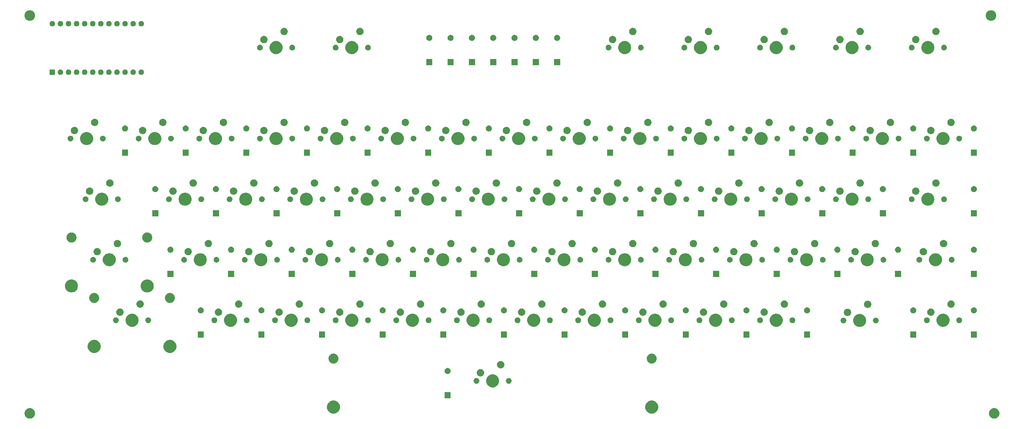
<source format=gbr>
G04 #@! TF.GenerationSoftware,KiCad,Pcbnew,5.1.5+dfsg1-2build2*
G04 #@! TF.CreationDate,2020-11-07T01:55:29-05:00*
G04 #@! TF.ProjectId,atari-keyboard,61746172-692d-46b6-9579-626f6172642e,rev?*
G04 #@! TF.SameCoordinates,Original*
G04 #@! TF.FileFunction,Soldermask,Bot*
G04 #@! TF.FilePolarity,Negative*
%FSLAX46Y46*%
G04 Gerber Fmt 4.6, Leading zero omitted, Abs format (unit mm)*
G04 Created by KiCad (PCBNEW 5.1.5+dfsg1-2build2) date 2020-11-07 01:55:29*
%MOMM*%
%LPD*%
G04 APERTURE LIST*
%ADD10C,0.100000*%
G04 APERTURE END LIST*
D10*
G36*
X285375256Y-118391298D02*
G01*
X285481579Y-118412447D01*
X285782042Y-118536903D01*
X286052451Y-118717585D01*
X286282415Y-118947549D01*
X286463097Y-119217958D01*
X286587553Y-119518421D01*
X286651000Y-119837391D01*
X286651000Y-120162609D01*
X286587553Y-120481579D01*
X286463097Y-120782042D01*
X286282415Y-121052451D01*
X286052451Y-121282415D01*
X285782042Y-121463097D01*
X285481579Y-121587553D01*
X285375256Y-121608702D01*
X285162611Y-121651000D01*
X284837389Y-121651000D01*
X284624744Y-121608702D01*
X284518421Y-121587553D01*
X284217958Y-121463097D01*
X283947549Y-121282415D01*
X283717585Y-121052451D01*
X283536903Y-120782042D01*
X283412447Y-120481579D01*
X283349000Y-120162609D01*
X283349000Y-119837391D01*
X283412447Y-119518421D01*
X283536903Y-119217958D01*
X283717585Y-118947549D01*
X283947549Y-118717585D01*
X284217958Y-118536903D01*
X284518421Y-118412447D01*
X284624744Y-118391298D01*
X284837389Y-118349000D01*
X285162611Y-118349000D01*
X285375256Y-118391298D01*
G37*
G36*
X-17624744Y-118391298D02*
G01*
X-17518421Y-118412447D01*
X-17217958Y-118536903D01*
X-16947549Y-118717585D01*
X-16717585Y-118947549D01*
X-16536903Y-119217958D01*
X-16412447Y-119518421D01*
X-16349000Y-119837391D01*
X-16349000Y-120162609D01*
X-16412447Y-120481579D01*
X-16536903Y-120782042D01*
X-16717585Y-121052451D01*
X-16947549Y-121282415D01*
X-17217958Y-121463097D01*
X-17518421Y-121587553D01*
X-17624744Y-121608702D01*
X-17837389Y-121651000D01*
X-18162611Y-121651000D01*
X-18375256Y-121608702D01*
X-18481579Y-121587553D01*
X-18782042Y-121463097D01*
X-19052451Y-121282415D01*
X-19282415Y-121052451D01*
X-19463097Y-120782042D01*
X-19587553Y-120481579D01*
X-19651000Y-120162609D01*
X-19651000Y-119837391D01*
X-19587553Y-119518421D01*
X-19463097Y-119217958D01*
X-19282415Y-118947549D01*
X-19052451Y-118717585D01*
X-18782042Y-118536903D01*
X-18481579Y-118412447D01*
X-18375256Y-118391298D01*
X-18162611Y-118349000D01*
X-17837389Y-118349000D01*
X-17624744Y-118391298D01*
G37*
G36*
X78008254Y-116047818D02*
G01*
X78381511Y-116202426D01*
X78381513Y-116202427D01*
X78717436Y-116426884D01*
X79003116Y-116712564D01*
X79227574Y-117048489D01*
X79382182Y-117421746D01*
X79461000Y-117817993D01*
X79461000Y-118222007D01*
X79382182Y-118618254D01*
X79245783Y-118947551D01*
X79227573Y-118991513D01*
X79003116Y-119327436D01*
X78717436Y-119613116D01*
X78381513Y-119837573D01*
X78381512Y-119837574D01*
X78381511Y-119837574D01*
X78008254Y-119992182D01*
X77612007Y-120071000D01*
X77207993Y-120071000D01*
X76811746Y-119992182D01*
X76438489Y-119837574D01*
X76438488Y-119837574D01*
X76438487Y-119837573D01*
X76102564Y-119613116D01*
X75816884Y-119327436D01*
X75592427Y-118991513D01*
X75574217Y-118947551D01*
X75437818Y-118618254D01*
X75359000Y-118222007D01*
X75359000Y-117817993D01*
X75437818Y-117421746D01*
X75592426Y-117048489D01*
X75816884Y-116712564D01*
X76102564Y-116426884D01*
X76438487Y-116202427D01*
X76438489Y-116202426D01*
X76811746Y-116047818D01*
X77207993Y-115969000D01*
X77612007Y-115969000D01*
X78008254Y-116047818D01*
G37*
G36*
X178008254Y-116047818D02*
G01*
X178381511Y-116202426D01*
X178381513Y-116202427D01*
X178717436Y-116426884D01*
X179003116Y-116712564D01*
X179227574Y-117048489D01*
X179382182Y-117421746D01*
X179461000Y-117817993D01*
X179461000Y-118222007D01*
X179382182Y-118618254D01*
X179245783Y-118947551D01*
X179227573Y-118991513D01*
X179003116Y-119327436D01*
X178717436Y-119613116D01*
X178381513Y-119837573D01*
X178381512Y-119837574D01*
X178381511Y-119837574D01*
X178008254Y-119992182D01*
X177612007Y-120071000D01*
X177207993Y-120071000D01*
X176811746Y-119992182D01*
X176438489Y-119837574D01*
X176438488Y-119837574D01*
X176438487Y-119837573D01*
X176102564Y-119613116D01*
X175816884Y-119327436D01*
X175592427Y-118991513D01*
X175574217Y-118947551D01*
X175437818Y-118618254D01*
X175359000Y-118222007D01*
X175359000Y-117817993D01*
X175437818Y-117421746D01*
X175592426Y-117048489D01*
X175816884Y-116712564D01*
X176102564Y-116426884D01*
X176438487Y-116202427D01*
X176438489Y-116202426D01*
X176811746Y-116047818D01*
X177207993Y-115969000D01*
X177612007Y-115969000D01*
X178008254Y-116047818D01*
G37*
G36*
X114226000Y-115251000D02*
G01*
X112324000Y-115251000D01*
X112324000Y-113349000D01*
X114226000Y-113349000D01*
X114226000Y-115251000D01*
G37*
G36*
X128008254Y-107807818D02*
G01*
X128381511Y-107962426D01*
X128381513Y-107962427D01*
X128717436Y-108186884D01*
X129003116Y-108472564D01*
X129227574Y-108808489D01*
X129382182Y-109181746D01*
X129461000Y-109577993D01*
X129461000Y-109982007D01*
X129382182Y-110378254D01*
X129227574Y-110751511D01*
X129227573Y-110751513D01*
X129003116Y-111087436D01*
X128717436Y-111373116D01*
X128381513Y-111597573D01*
X128381512Y-111597574D01*
X128381511Y-111597574D01*
X128008254Y-111752182D01*
X127612007Y-111831000D01*
X127207993Y-111831000D01*
X126811746Y-111752182D01*
X126438489Y-111597574D01*
X126438488Y-111597574D01*
X126438487Y-111597573D01*
X126102564Y-111373116D01*
X125816884Y-111087436D01*
X125592427Y-110751513D01*
X125592426Y-110751511D01*
X125437818Y-110378254D01*
X125359000Y-109982007D01*
X125359000Y-109577993D01*
X125437818Y-109181746D01*
X125592426Y-108808489D01*
X125816884Y-108472564D01*
X126102564Y-108186884D01*
X126438487Y-107962427D01*
X126438489Y-107962426D01*
X126811746Y-107807818D01*
X127207993Y-107729000D01*
X127612007Y-107729000D01*
X128008254Y-107807818D01*
G37*
G36*
X122443512Y-108883927D02*
G01*
X122592812Y-108913624D01*
X122756784Y-108981544D01*
X122904354Y-109080147D01*
X123029853Y-109205646D01*
X123128456Y-109353216D01*
X123196376Y-109517188D01*
X123231000Y-109691259D01*
X123231000Y-109868741D01*
X123196376Y-110042812D01*
X123128456Y-110206784D01*
X123029853Y-110354354D01*
X122904354Y-110479853D01*
X122756784Y-110578456D01*
X122592812Y-110646376D01*
X122443512Y-110676073D01*
X122418742Y-110681000D01*
X122241258Y-110681000D01*
X122216488Y-110676073D01*
X122067188Y-110646376D01*
X121903216Y-110578456D01*
X121755646Y-110479853D01*
X121630147Y-110354354D01*
X121531544Y-110206784D01*
X121463624Y-110042812D01*
X121429000Y-109868741D01*
X121429000Y-109691259D01*
X121463624Y-109517188D01*
X121531544Y-109353216D01*
X121630147Y-109205646D01*
X121755646Y-109080147D01*
X121903216Y-108981544D01*
X122067188Y-108913624D01*
X122216488Y-108883927D01*
X122241258Y-108879000D01*
X122418742Y-108879000D01*
X122443512Y-108883927D01*
G37*
G36*
X132603512Y-108883927D02*
G01*
X132752812Y-108913624D01*
X132916784Y-108981544D01*
X133064354Y-109080147D01*
X133189853Y-109205646D01*
X133288456Y-109353216D01*
X133356376Y-109517188D01*
X133391000Y-109691259D01*
X133391000Y-109868741D01*
X133356376Y-110042812D01*
X133288456Y-110206784D01*
X133189853Y-110354354D01*
X133064354Y-110479853D01*
X132916784Y-110578456D01*
X132752812Y-110646376D01*
X132603512Y-110676073D01*
X132578742Y-110681000D01*
X132401258Y-110681000D01*
X132376488Y-110676073D01*
X132227188Y-110646376D01*
X132063216Y-110578456D01*
X131915646Y-110479853D01*
X131790147Y-110354354D01*
X131691544Y-110206784D01*
X131623624Y-110042812D01*
X131589000Y-109868741D01*
X131589000Y-109691259D01*
X131623624Y-109517188D01*
X131691544Y-109353216D01*
X131790147Y-109205646D01*
X131915646Y-109080147D01*
X132063216Y-108981544D01*
X132227188Y-108913624D01*
X132376488Y-108883927D01*
X132401258Y-108879000D01*
X132578742Y-108879000D01*
X132603512Y-108883927D01*
G37*
G36*
X123824549Y-106111116D02*
G01*
X123935734Y-106133232D01*
X124145203Y-106219997D01*
X124333720Y-106345960D01*
X124494040Y-106506280D01*
X124620003Y-106694797D01*
X124706768Y-106904266D01*
X124751000Y-107126636D01*
X124751000Y-107353364D01*
X124706768Y-107575734D01*
X124620003Y-107785203D01*
X124494040Y-107973720D01*
X124333720Y-108134040D01*
X124145203Y-108260003D01*
X123935734Y-108346768D01*
X123824549Y-108368884D01*
X123713365Y-108391000D01*
X123486635Y-108391000D01*
X123375451Y-108368884D01*
X123264266Y-108346768D01*
X123054797Y-108260003D01*
X122866280Y-108134040D01*
X122705960Y-107973720D01*
X122579997Y-107785203D01*
X122493232Y-107575734D01*
X122449000Y-107353364D01*
X122449000Y-107126636D01*
X122493232Y-106904266D01*
X122579997Y-106694797D01*
X122705960Y-106506280D01*
X122866280Y-106345960D01*
X123054797Y-106219997D01*
X123264266Y-106133232D01*
X123375451Y-106111116D01*
X123486635Y-106089000D01*
X123713365Y-106089000D01*
X123824549Y-106111116D01*
G37*
G36*
X113552395Y-105765546D02*
G01*
X113725466Y-105837234D01*
X113725467Y-105837235D01*
X113881227Y-105941310D01*
X114013690Y-106073773D01*
X114013691Y-106073775D01*
X114117766Y-106229534D01*
X114189454Y-106402605D01*
X114226000Y-106586333D01*
X114226000Y-106773667D01*
X114189454Y-106957395D01*
X114117766Y-107130466D01*
X114117765Y-107130467D01*
X114013690Y-107286227D01*
X113881227Y-107418690D01*
X113802818Y-107471081D01*
X113725466Y-107522766D01*
X113552395Y-107594454D01*
X113368667Y-107631000D01*
X113181333Y-107631000D01*
X112997605Y-107594454D01*
X112824534Y-107522766D01*
X112747182Y-107471081D01*
X112668773Y-107418690D01*
X112536310Y-107286227D01*
X112432235Y-107130467D01*
X112432234Y-107130466D01*
X112360546Y-106957395D01*
X112324000Y-106773667D01*
X112324000Y-106586333D01*
X112360546Y-106402605D01*
X112432234Y-106229534D01*
X112536309Y-106073775D01*
X112536310Y-106073773D01*
X112668773Y-105941310D01*
X112824533Y-105837235D01*
X112824534Y-105837234D01*
X112997605Y-105765546D01*
X113181333Y-105729000D01*
X113368667Y-105729000D01*
X113552395Y-105765546D01*
G37*
G36*
X130174549Y-103571116D02*
G01*
X130285734Y-103593232D01*
X130495203Y-103679997D01*
X130683720Y-103805960D01*
X130844040Y-103966280D01*
X130970003Y-104154797D01*
X131056768Y-104364266D01*
X131101000Y-104586636D01*
X131101000Y-104813364D01*
X131056768Y-105035734D01*
X130970003Y-105245203D01*
X130844040Y-105433720D01*
X130683720Y-105594040D01*
X130495203Y-105720003D01*
X130495202Y-105720004D01*
X130495201Y-105720004D01*
X130433850Y-105745416D01*
X130285734Y-105806768D01*
X130174549Y-105828884D01*
X130063365Y-105851000D01*
X129836635Y-105851000D01*
X129725451Y-105828884D01*
X129614266Y-105806768D01*
X129466150Y-105745416D01*
X129404799Y-105720004D01*
X129404798Y-105720004D01*
X129404797Y-105720003D01*
X129216280Y-105594040D01*
X129055960Y-105433720D01*
X128929997Y-105245203D01*
X128843232Y-105035734D01*
X128799000Y-104813364D01*
X128799000Y-104586636D01*
X128843232Y-104364266D01*
X128929997Y-104154797D01*
X129055960Y-103966280D01*
X129216280Y-103805960D01*
X129404797Y-103679997D01*
X129614266Y-103593232D01*
X129725451Y-103571116D01*
X129836635Y-103549000D01*
X130063365Y-103549000D01*
X130174549Y-103571116D01*
G37*
G36*
X177641083Y-101219090D02*
G01*
X177869702Y-101264564D01*
X178156516Y-101383367D01*
X178414642Y-101555841D01*
X178634159Y-101775358D01*
X178806633Y-102033484D01*
X178925436Y-102320298D01*
X178986000Y-102624778D01*
X178986000Y-102935222D01*
X178925436Y-103239702D01*
X178806633Y-103526516D01*
X178634159Y-103784642D01*
X178414642Y-104004159D01*
X178156516Y-104176633D01*
X177869702Y-104295436D01*
X177641083Y-104340910D01*
X177565224Y-104356000D01*
X177254776Y-104356000D01*
X177178917Y-104340910D01*
X176950298Y-104295436D01*
X176663484Y-104176633D01*
X176405358Y-104004159D01*
X176185841Y-103784642D01*
X176013367Y-103526516D01*
X175894564Y-103239702D01*
X175834000Y-102935222D01*
X175834000Y-102624778D01*
X175894564Y-102320298D01*
X176013367Y-102033484D01*
X176185841Y-101775358D01*
X176405358Y-101555841D01*
X176663484Y-101383367D01*
X176950298Y-101264564D01*
X177178917Y-101219090D01*
X177254776Y-101204000D01*
X177565224Y-101204000D01*
X177641083Y-101219090D01*
G37*
G36*
X77641083Y-101219090D02*
G01*
X77869702Y-101264564D01*
X78156516Y-101383367D01*
X78414642Y-101555841D01*
X78634159Y-101775358D01*
X78806633Y-102033484D01*
X78925436Y-102320298D01*
X78986000Y-102624778D01*
X78986000Y-102935222D01*
X78925436Y-103239702D01*
X78806633Y-103526516D01*
X78634159Y-103784642D01*
X78414642Y-104004159D01*
X78156516Y-104176633D01*
X77869702Y-104295436D01*
X77641083Y-104340910D01*
X77565224Y-104356000D01*
X77254776Y-104356000D01*
X77178917Y-104340910D01*
X76950298Y-104295436D01*
X76663484Y-104176633D01*
X76405358Y-104004159D01*
X76185841Y-103784642D01*
X76013367Y-103526516D01*
X75894564Y-103239702D01*
X75834000Y-102935222D01*
X75834000Y-102624778D01*
X75894564Y-102320298D01*
X76013367Y-102033484D01*
X76185841Y-101775358D01*
X76405358Y-101555841D01*
X76663484Y-101383367D01*
X76950298Y-101264564D01*
X77178917Y-101219090D01*
X77254776Y-101204000D01*
X77565224Y-101204000D01*
X77641083Y-101219090D01*
G37*
G36*
X2827004Y-96997818D02*
G01*
X3200261Y-97152426D01*
X3200263Y-97152427D01*
X3536186Y-97376884D01*
X3821866Y-97662564D01*
X4046324Y-97998489D01*
X4200932Y-98371746D01*
X4279750Y-98767993D01*
X4279750Y-99172007D01*
X4200932Y-99568254D01*
X4046324Y-99941511D01*
X4046323Y-99941513D01*
X3821866Y-100277436D01*
X3536186Y-100563116D01*
X3200263Y-100787573D01*
X3200262Y-100787574D01*
X3200261Y-100787574D01*
X2827004Y-100942182D01*
X2430757Y-101021000D01*
X2026743Y-101021000D01*
X1630496Y-100942182D01*
X1257239Y-100787574D01*
X1257238Y-100787574D01*
X1257237Y-100787573D01*
X921314Y-100563116D01*
X635634Y-100277436D01*
X411177Y-99941513D01*
X411176Y-99941511D01*
X256568Y-99568254D01*
X177750Y-99172007D01*
X177750Y-98767993D01*
X256568Y-98371746D01*
X411176Y-97998489D01*
X635634Y-97662564D01*
X921314Y-97376884D01*
X1257237Y-97152427D01*
X1257239Y-97152426D01*
X1630496Y-96997818D01*
X2026743Y-96919000D01*
X2430757Y-96919000D01*
X2827004Y-96997818D01*
G37*
G36*
X26627004Y-96997818D02*
G01*
X27000261Y-97152426D01*
X27000263Y-97152427D01*
X27336186Y-97376884D01*
X27621866Y-97662564D01*
X27846324Y-97998489D01*
X28000932Y-98371746D01*
X28079750Y-98767993D01*
X28079750Y-99172007D01*
X28000932Y-99568254D01*
X27846324Y-99941511D01*
X27846323Y-99941513D01*
X27621866Y-100277436D01*
X27336186Y-100563116D01*
X27000263Y-100787573D01*
X27000262Y-100787574D01*
X27000261Y-100787574D01*
X26627004Y-100942182D01*
X26230757Y-101021000D01*
X25826743Y-101021000D01*
X25430496Y-100942182D01*
X25057239Y-100787574D01*
X25057238Y-100787574D01*
X25057237Y-100787573D01*
X24721314Y-100563116D01*
X24435634Y-100277436D01*
X24211177Y-99941513D01*
X24211176Y-99941511D01*
X24056568Y-99568254D01*
X23977750Y-99172007D01*
X23977750Y-98767993D01*
X24056568Y-98371746D01*
X24211176Y-97998489D01*
X24435634Y-97662564D01*
X24721314Y-97376884D01*
X25057237Y-97152427D01*
X25057239Y-97152426D01*
X25430496Y-96997818D01*
X25826743Y-96919000D01*
X26230757Y-96919000D01*
X26627004Y-96997818D01*
G37*
G36*
X36669750Y-96201000D02*
G01*
X34767750Y-96201000D01*
X34767750Y-94299000D01*
X36669750Y-94299000D01*
X36669750Y-96201000D01*
G37*
G36*
X74769750Y-96201000D02*
G01*
X72867750Y-96201000D01*
X72867750Y-94299000D01*
X74769750Y-94299000D01*
X74769750Y-96201000D01*
G37*
G36*
X279557250Y-96201000D02*
G01*
X277655250Y-96201000D01*
X277655250Y-94299000D01*
X279557250Y-94299000D01*
X279557250Y-96201000D01*
G37*
G36*
X260507250Y-96201000D02*
G01*
X258605250Y-96201000D01*
X258605250Y-94299000D01*
X260507250Y-94299000D01*
X260507250Y-96201000D01*
G37*
G36*
X227169750Y-96201000D02*
G01*
X225267750Y-96201000D01*
X225267750Y-94299000D01*
X227169750Y-94299000D01*
X227169750Y-96201000D01*
G37*
G36*
X208119750Y-96201000D02*
G01*
X206217750Y-96201000D01*
X206217750Y-94299000D01*
X208119750Y-94299000D01*
X208119750Y-96201000D01*
G37*
G36*
X170019750Y-96201000D02*
G01*
X168117750Y-96201000D01*
X168117750Y-94299000D01*
X170019750Y-94299000D01*
X170019750Y-96201000D01*
G37*
G36*
X150969750Y-96201000D02*
G01*
X149067750Y-96201000D01*
X149067750Y-94299000D01*
X150969750Y-94299000D01*
X150969750Y-96201000D01*
G37*
G36*
X131919750Y-96201000D02*
G01*
X130017750Y-96201000D01*
X130017750Y-94299000D01*
X131919750Y-94299000D01*
X131919750Y-96201000D01*
G37*
G36*
X112869750Y-96201000D02*
G01*
X110967750Y-96201000D01*
X110967750Y-94299000D01*
X112869750Y-94299000D01*
X112869750Y-96201000D01*
G37*
G36*
X55719750Y-96201000D02*
G01*
X53817750Y-96201000D01*
X53817750Y-94299000D01*
X55719750Y-94299000D01*
X55719750Y-96201000D01*
G37*
G36*
X93819750Y-96201000D02*
G01*
X91917750Y-96201000D01*
X91917750Y-94299000D01*
X93819750Y-94299000D01*
X93819750Y-96201000D01*
G37*
G36*
X189069750Y-96201000D02*
G01*
X187167750Y-96201000D01*
X187167750Y-94299000D01*
X189069750Y-94299000D01*
X189069750Y-96201000D01*
G37*
G36*
X243327004Y-88832818D02*
G01*
X243700261Y-88987426D01*
X243700263Y-88987427D01*
X244036186Y-89211884D01*
X244321866Y-89497564D01*
X244496210Y-89758487D01*
X244546324Y-89833489D01*
X244700932Y-90206746D01*
X244779750Y-90602993D01*
X244779750Y-91007007D01*
X244700932Y-91403254D01*
X244546324Y-91776511D01*
X244546323Y-91776513D01*
X244321866Y-92112436D01*
X244036186Y-92398116D01*
X243700263Y-92622573D01*
X243700262Y-92622574D01*
X243700261Y-92622574D01*
X243327004Y-92777182D01*
X242930757Y-92856000D01*
X242526743Y-92856000D01*
X242130496Y-92777182D01*
X241757239Y-92622574D01*
X241757238Y-92622574D01*
X241757237Y-92622573D01*
X241421314Y-92398116D01*
X241135634Y-92112436D01*
X240911177Y-91776513D01*
X240911176Y-91776511D01*
X240756568Y-91403254D01*
X240677750Y-91007007D01*
X240677750Y-90602993D01*
X240756568Y-90206746D01*
X240911176Y-89833489D01*
X240961291Y-89758487D01*
X241135634Y-89497564D01*
X241421314Y-89211884D01*
X241757237Y-88987427D01*
X241757239Y-88987426D01*
X242130496Y-88832818D01*
X242526743Y-88754000D01*
X242930757Y-88754000D01*
X243327004Y-88832818D01*
G37*
G36*
X14727004Y-88757818D02*
G01*
X15100261Y-88912426D01*
X15100263Y-88912427D01*
X15436186Y-89136884D01*
X15721866Y-89422564D01*
X15946324Y-89758489D01*
X16100932Y-90131746D01*
X16179750Y-90527993D01*
X16179750Y-90932007D01*
X16100932Y-91328254D01*
X15958807Y-91671375D01*
X15946323Y-91701513D01*
X15721866Y-92037436D01*
X15436186Y-92323116D01*
X15100263Y-92547573D01*
X15100262Y-92547574D01*
X15100261Y-92547574D01*
X14727004Y-92702182D01*
X14330757Y-92781000D01*
X13926743Y-92781000D01*
X13530496Y-92702182D01*
X13157239Y-92547574D01*
X13157238Y-92547574D01*
X13157237Y-92547573D01*
X12821314Y-92323116D01*
X12535634Y-92037436D01*
X12311177Y-91701513D01*
X12298693Y-91671375D01*
X12156568Y-91328254D01*
X12077750Y-90932007D01*
X12077750Y-90527993D01*
X12156568Y-90131746D01*
X12311176Y-89758489D01*
X12535634Y-89422564D01*
X12821314Y-89136884D01*
X13157237Y-88912427D01*
X13157239Y-88912426D01*
X13530496Y-88757818D01*
X13926743Y-88679000D01*
X14330757Y-88679000D01*
X14727004Y-88757818D01*
G37*
G36*
X269520754Y-88757818D02*
G01*
X269894011Y-88912426D01*
X269894013Y-88912427D01*
X270229936Y-89136884D01*
X270515616Y-89422564D01*
X270740074Y-89758489D01*
X270894682Y-90131746D01*
X270973500Y-90527993D01*
X270973500Y-90932007D01*
X270894682Y-91328254D01*
X270752557Y-91671375D01*
X270740073Y-91701513D01*
X270515616Y-92037436D01*
X270229936Y-92323116D01*
X269894013Y-92547573D01*
X269894012Y-92547574D01*
X269894011Y-92547574D01*
X269520754Y-92702182D01*
X269124507Y-92781000D01*
X268720493Y-92781000D01*
X268324246Y-92702182D01*
X267950989Y-92547574D01*
X267950988Y-92547574D01*
X267950987Y-92547573D01*
X267615064Y-92323116D01*
X267329384Y-92037436D01*
X267104927Y-91701513D01*
X267092443Y-91671375D01*
X266950318Y-91328254D01*
X266871500Y-90932007D01*
X266871500Y-90527993D01*
X266950318Y-90131746D01*
X267104926Y-89758489D01*
X267329384Y-89422564D01*
X267615064Y-89136884D01*
X267950987Y-88912427D01*
X267950989Y-88912426D01*
X268324246Y-88757818D01*
X268720493Y-88679000D01*
X269124507Y-88679000D01*
X269520754Y-88757818D01*
G37*
G36*
X121883254Y-88757818D02*
G01*
X122256511Y-88912426D01*
X122256513Y-88912427D01*
X122592436Y-89136884D01*
X122878116Y-89422564D01*
X123102574Y-89758489D01*
X123257182Y-90131746D01*
X123336000Y-90527993D01*
X123336000Y-90932007D01*
X123257182Y-91328254D01*
X123115057Y-91671375D01*
X123102573Y-91701513D01*
X122878116Y-92037436D01*
X122592436Y-92323116D01*
X122256513Y-92547573D01*
X122256512Y-92547574D01*
X122256511Y-92547574D01*
X121883254Y-92702182D01*
X121487007Y-92781000D01*
X121082993Y-92781000D01*
X120686746Y-92702182D01*
X120313489Y-92547574D01*
X120313488Y-92547574D01*
X120313487Y-92547573D01*
X119977564Y-92323116D01*
X119691884Y-92037436D01*
X119467427Y-91701513D01*
X119454943Y-91671375D01*
X119312818Y-91328254D01*
X119234000Y-90932007D01*
X119234000Y-90527993D01*
X119312818Y-90131746D01*
X119467426Y-89758489D01*
X119691884Y-89422564D01*
X119977564Y-89136884D01*
X120313487Y-88912427D01*
X120313489Y-88912426D01*
X120686746Y-88757818D01*
X121082993Y-88679000D01*
X121487007Y-88679000D01*
X121883254Y-88757818D01*
G37*
G36*
X140933254Y-88757818D02*
G01*
X141306511Y-88912426D01*
X141306513Y-88912427D01*
X141642436Y-89136884D01*
X141928116Y-89422564D01*
X142152574Y-89758489D01*
X142307182Y-90131746D01*
X142386000Y-90527993D01*
X142386000Y-90932007D01*
X142307182Y-91328254D01*
X142165057Y-91671375D01*
X142152573Y-91701513D01*
X141928116Y-92037436D01*
X141642436Y-92323116D01*
X141306513Y-92547573D01*
X141306512Y-92547574D01*
X141306511Y-92547574D01*
X140933254Y-92702182D01*
X140537007Y-92781000D01*
X140132993Y-92781000D01*
X139736746Y-92702182D01*
X139363489Y-92547574D01*
X139363488Y-92547574D01*
X139363487Y-92547573D01*
X139027564Y-92323116D01*
X138741884Y-92037436D01*
X138517427Y-91701513D01*
X138504943Y-91671375D01*
X138362818Y-91328254D01*
X138284000Y-90932007D01*
X138284000Y-90527993D01*
X138362818Y-90131746D01*
X138517426Y-89758489D01*
X138741884Y-89422564D01*
X139027564Y-89136884D01*
X139363487Y-88912427D01*
X139363489Y-88912426D01*
X139736746Y-88757818D01*
X140132993Y-88679000D01*
X140537007Y-88679000D01*
X140933254Y-88757818D01*
G37*
G36*
X159983254Y-88757818D02*
G01*
X160356511Y-88912426D01*
X160356513Y-88912427D01*
X160692436Y-89136884D01*
X160978116Y-89422564D01*
X161202574Y-89758489D01*
X161357182Y-90131746D01*
X161436000Y-90527993D01*
X161436000Y-90932007D01*
X161357182Y-91328254D01*
X161215057Y-91671375D01*
X161202573Y-91701513D01*
X160978116Y-92037436D01*
X160692436Y-92323116D01*
X160356513Y-92547573D01*
X160356512Y-92547574D01*
X160356511Y-92547574D01*
X159983254Y-92702182D01*
X159587007Y-92781000D01*
X159182993Y-92781000D01*
X158786746Y-92702182D01*
X158413489Y-92547574D01*
X158413488Y-92547574D01*
X158413487Y-92547573D01*
X158077564Y-92323116D01*
X157791884Y-92037436D01*
X157567427Y-91701513D01*
X157554943Y-91671375D01*
X157412818Y-91328254D01*
X157334000Y-90932007D01*
X157334000Y-90527993D01*
X157412818Y-90131746D01*
X157567426Y-89758489D01*
X157791884Y-89422564D01*
X158077564Y-89136884D01*
X158413487Y-88912427D01*
X158413489Y-88912426D01*
X158786746Y-88757818D01*
X159182993Y-88679000D01*
X159587007Y-88679000D01*
X159983254Y-88757818D01*
G37*
G36*
X179033254Y-88757818D02*
G01*
X179406511Y-88912426D01*
X179406513Y-88912427D01*
X179742436Y-89136884D01*
X180028116Y-89422564D01*
X180252574Y-89758489D01*
X180407182Y-90131746D01*
X180486000Y-90527993D01*
X180486000Y-90932007D01*
X180407182Y-91328254D01*
X180265057Y-91671375D01*
X180252573Y-91701513D01*
X180028116Y-92037436D01*
X179742436Y-92323116D01*
X179406513Y-92547573D01*
X179406512Y-92547574D01*
X179406511Y-92547574D01*
X179033254Y-92702182D01*
X178637007Y-92781000D01*
X178232993Y-92781000D01*
X177836746Y-92702182D01*
X177463489Y-92547574D01*
X177463488Y-92547574D01*
X177463487Y-92547573D01*
X177127564Y-92323116D01*
X176841884Y-92037436D01*
X176617427Y-91701513D01*
X176604943Y-91671375D01*
X176462818Y-91328254D01*
X176384000Y-90932007D01*
X176384000Y-90527993D01*
X176462818Y-90131746D01*
X176617426Y-89758489D01*
X176841884Y-89422564D01*
X177127564Y-89136884D01*
X177463487Y-88912427D01*
X177463489Y-88912426D01*
X177836746Y-88757818D01*
X178232993Y-88679000D01*
X178637007Y-88679000D01*
X179033254Y-88757818D01*
G37*
G36*
X198083254Y-88757818D02*
G01*
X198456511Y-88912426D01*
X198456513Y-88912427D01*
X198792436Y-89136884D01*
X199078116Y-89422564D01*
X199302574Y-89758489D01*
X199457182Y-90131746D01*
X199536000Y-90527993D01*
X199536000Y-90932007D01*
X199457182Y-91328254D01*
X199315057Y-91671375D01*
X199302573Y-91701513D01*
X199078116Y-92037436D01*
X198792436Y-92323116D01*
X198456513Y-92547573D01*
X198456512Y-92547574D01*
X198456511Y-92547574D01*
X198083254Y-92702182D01*
X197687007Y-92781000D01*
X197282993Y-92781000D01*
X196886746Y-92702182D01*
X196513489Y-92547574D01*
X196513488Y-92547574D01*
X196513487Y-92547573D01*
X196177564Y-92323116D01*
X195891884Y-92037436D01*
X195667427Y-91701513D01*
X195654943Y-91671375D01*
X195512818Y-91328254D01*
X195434000Y-90932007D01*
X195434000Y-90527993D01*
X195512818Y-90131746D01*
X195667426Y-89758489D01*
X195891884Y-89422564D01*
X196177564Y-89136884D01*
X196513487Y-88912427D01*
X196513489Y-88912426D01*
X196886746Y-88757818D01*
X197282993Y-88679000D01*
X197687007Y-88679000D01*
X198083254Y-88757818D01*
G37*
G36*
X64733254Y-88757818D02*
G01*
X65106511Y-88912426D01*
X65106513Y-88912427D01*
X65442436Y-89136884D01*
X65728116Y-89422564D01*
X65952574Y-89758489D01*
X66107182Y-90131746D01*
X66186000Y-90527993D01*
X66186000Y-90932007D01*
X66107182Y-91328254D01*
X65965057Y-91671375D01*
X65952573Y-91701513D01*
X65728116Y-92037436D01*
X65442436Y-92323116D01*
X65106513Y-92547573D01*
X65106512Y-92547574D01*
X65106511Y-92547574D01*
X64733254Y-92702182D01*
X64337007Y-92781000D01*
X63932993Y-92781000D01*
X63536746Y-92702182D01*
X63163489Y-92547574D01*
X63163488Y-92547574D01*
X63163487Y-92547573D01*
X62827564Y-92323116D01*
X62541884Y-92037436D01*
X62317427Y-91701513D01*
X62304943Y-91671375D01*
X62162818Y-91328254D01*
X62084000Y-90932007D01*
X62084000Y-90527993D01*
X62162818Y-90131746D01*
X62317426Y-89758489D01*
X62541884Y-89422564D01*
X62827564Y-89136884D01*
X63163487Y-88912427D01*
X63163489Y-88912426D01*
X63536746Y-88757818D01*
X63932993Y-88679000D01*
X64337007Y-88679000D01*
X64733254Y-88757818D01*
G37*
G36*
X83783254Y-88757818D02*
G01*
X84156511Y-88912426D01*
X84156513Y-88912427D01*
X84492436Y-89136884D01*
X84778116Y-89422564D01*
X85002574Y-89758489D01*
X85157182Y-90131746D01*
X85236000Y-90527993D01*
X85236000Y-90932007D01*
X85157182Y-91328254D01*
X85015057Y-91671375D01*
X85002573Y-91701513D01*
X84778116Y-92037436D01*
X84492436Y-92323116D01*
X84156513Y-92547573D01*
X84156512Y-92547574D01*
X84156511Y-92547574D01*
X83783254Y-92702182D01*
X83387007Y-92781000D01*
X82982993Y-92781000D01*
X82586746Y-92702182D01*
X82213489Y-92547574D01*
X82213488Y-92547574D01*
X82213487Y-92547573D01*
X81877564Y-92323116D01*
X81591884Y-92037436D01*
X81367427Y-91701513D01*
X81354943Y-91671375D01*
X81212818Y-91328254D01*
X81134000Y-90932007D01*
X81134000Y-90527993D01*
X81212818Y-90131746D01*
X81367426Y-89758489D01*
X81591884Y-89422564D01*
X81877564Y-89136884D01*
X82213487Y-88912427D01*
X82213489Y-88912426D01*
X82586746Y-88757818D01*
X82982993Y-88679000D01*
X83387007Y-88679000D01*
X83783254Y-88757818D01*
G37*
G36*
X217133254Y-88757818D02*
G01*
X217506511Y-88912426D01*
X217506513Y-88912427D01*
X217842436Y-89136884D01*
X218128116Y-89422564D01*
X218352574Y-89758489D01*
X218507182Y-90131746D01*
X218586000Y-90527993D01*
X218586000Y-90932007D01*
X218507182Y-91328254D01*
X218365057Y-91671375D01*
X218352573Y-91701513D01*
X218128116Y-92037436D01*
X217842436Y-92323116D01*
X217506513Y-92547573D01*
X217506512Y-92547574D01*
X217506511Y-92547574D01*
X217133254Y-92702182D01*
X216737007Y-92781000D01*
X216332993Y-92781000D01*
X215936746Y-92702182D01*
X215563489Y-92547574D01*
X215563488Y-92547574D01*
X215563487Y-92547573D01*
X215227564Y-92323116D01*
X214941884Y-92037436D01*
X214717427Y-91701513D01*
X214704943Y-91671375D01*
X214562818Y-91328254D01*
X214484000Y-90932007D01*
X214484000Y-90527993D01*
X214562818Y-90131746D01*
X214717426Y-89758489D01*
X214941884Y-89422564D01*
X215227564Y-89136884D01*
X215563487Y-88912427D01*
X215563489Y-88912426D01*
X215936746Y-88757818D01*
X216332993Y-88679000D01*
X216737007Y-88679000D01*
X217133254Y-88757818D01*
G37*
G36*
X102833254Y-88757818D02*
G01*
X103206511Y-88912426D01*
X103206513Y-88912427D01*
X103542436Y-89136884D01*
X103828116Y-89422564D01*
X104052574Y-89758489D01*
X104207182Y-90131746D01*
X104286000Y-90527993D01*
X104286000Y-90932007D01*
X104207182Y-91328254D01*
X104065057Y-91671375D01*
X104052573Y-91701513D01*
X103828116Y-92037436D01*
X103542436Y-92323116D01*
X103206513Y-92547573D01*
X103206512Y-92547574D01*
X103206511Y-92547574D01*
X102833254Y-92702182D01*
X102437007Y-92781000D01*
X102032993Y-92781000D01*
X101636746Y-92702182D01*
X101263489Y-92547574D01*
X101263488Y-92547574D01*
X101263487Y-92547573D01*
X100927564Y-92323116D01*
X100641884Y-92037436D01*
X100417427Y-91701513D01*
X100404943Y-91671375D01*
X100262818Y-91328254D01*
X100184000Y-90932007D01*
X100184000Y-90527993D01*
X100262818Y-90131746D01*
X100417426Y-89758489D01*
X100641884Y-89422564D01*
X100927564Y-89136884D01*
X101263487Y-88912427D01*
X101263489Y-88912426D01*
X101636746Y-88757818D01*
X102032993Y-88679000D01*
X102437007Y-88679000D01*
X102833254Y-88757818D01*
G37*
G36*
X45683254Y-88757818D02*
G01*
X46056511Y-88912426D01*
X46056513Y-88912427D01*
X46392436Y-89136884D01*
X46678116Y-89422564D01*
X46902574Y-89758489D01*
X47057182Y-90131746D01*
X47136000Y-90527993D01*
X47136000Y-90932007D01*
X47057182Y-91328254D01*
X46915057Y-91671375D01*
X46902573Y-91701513D01*
X46678116Y-92037436D01*
X46392436Y-92323116D01*
X46056513Y-92547573D01*
X46056512Y-92547574D01*
X46056511Y-92547574D01*
X45683254Y-92702182D01*
X45287007Y-92781000D01*
X44882993Y-92781000D01*
X44486746Y-92702182D01*
X44113489Y-92547574D01*
X44113488Y-92547574D01*
X44113487Y-92547573D01*
X43777564Y-92323116D01*
X43491884Y-92037436D01*
X43267427Y-91701513D01*
X43254943Y-91671375D01*
X43112818Y-91328254D01*
X43034000Y-90932007D01*
X43034000Y-90527993D01*
X43112818Y-90131746D01*
X43267426Y-89758489D01*
X43491884Y-89422564D01*
X43777564Y-89136884D01*
X44113487Y-88912427D01*
X44113489Y-88912426D01*
X44486746Y-88757818D01*
X44882993Y-88679000D01*
X45287007Y-88679000D01*
X45683254Y-88757818D01*
G37*
G36*
X247922262Y-89908927D02*
G01*
X248071562Y-89938624D01*
X248235534Y-90006544D01*
X248383104Y-90105147D01*
X248508603Y-90230646D01*
X248607206Y-90378216D01*
X248675126Y-90542188D01*
X248709750Y-90716259D01*
X248709750Y-90893741D01*
X248675126Y-91067812D01*
X248607206Y-91231784D01*
X248508603Y-91379354D01*
X248383104Y-91504853D01*
X248235534Y-91603456D01*
X248071562Y-91671376D01*
X247922262Y-91701073D01*
X247897492Y-91706000D01*
X247720008Y-91706000D01*
X247695238Y-91701073D01*
X247545938Y-91671376D01*
X247381966Y-91603456D01*
X247234396Y-91504853D01*
X247108897Y-91379354D01*
X247010294Y-91231784D01*
X246942374Y-91067812D01*
X246907750Y-90893741D01*
X246907750Y-90716259D01*
X246942374Y-90542188D01*
X247010294Y-90378216D01*
X247108897Y-90230646D01*
X247234396Y-90105147D01*
X247381966Y-90006544D01*
X247545938Y-89938624D01*
X247695238Y-89908927D01*
X247720008Y-89904000D01*
X247897492Y-89904000D01*
X247922262Y-89908927D01*
G37*
G36*
X237762262Y-89908927D02*
G01*
X237911562Y-89938624D01*
X238075534Y-90006544D01*
X238223104Y-90105147D01*
X238348603Y-90230646D01*
X238447206Y-90378216D01*
X238515126Y-90542188D01*
X238549750Y-90716259D01*
X238549750Y-90893741D01*
X238515126Y-91067812D01*
X238447206Y-91231784D01*
X238348603Y-91379354D01*
X238223104Y-91504853D01*
X238075534Y-91603456D01*
X237911562Y-91671376D01*
X237762262Y-91701073D01*
X237737492Y-91706000D01*
X237560008Y-91706000D01*
X237535238Y-91701073D01*
X237385938Y-91671376D01*
X237221966Y-91603456D01*
X237074396Y-91504853D01*
X236948897Y-91379354D01*
X236850294Y-91231784D01*
X236782374Y-91067812D01*
X236747750Y-90893741D01*
X236747750Y-90716259D01*
X236782374Y-90542188D01*
X236850294Y-90378216D01*
X236948897Y-90230646D01*
X237074396Y-90105147D01*
X237221966Y-90006544D01*
X237385938Y-89938624D01*
X237535238Y-89908927D01*
X237560008Y-89904000D01*
X237737492Y-89904000D01*
X237762262Y-89908927D01*
G37*
G36*
X173466299Y-89833487D02*
G01*
X173617812Y-89863624D01*
X173781784Y-89931544D01*
X173929354Y-90030147D01*
X174054853Y-90155646D01*
X174153456Y-90303216D01*
X174221376Y-90467188D01*
X174256000Y-90641259D01*
X174256000Y-90818741D01*
X174221376Y-90992812D01*
X174153456Y-91156784D01*
X174054853Y-91304354D01*
X173929354Y-91429853D01*
X173781784Y-91528456D01*
X173617812Y-91596376D01*
X173468512Y-91626073D01*
X173443742Y-91631000D01*
X173266258Y-91631000D01*
X173241488Y-91626073D01*
X173092188Y-91596376D01*
X172928216Y-91528456D01*
X172780646Y-91429853D01*
X172655147Y-91304354D01*
X172556544Y-91156784D01*
X172488624Y-90992812D01*
X172454000Y-90818741D01*
X172454000Y-90641259D01*
X172488624Y-90467188D01*
X172556544Y-90303216D01*
X172655147Y-90155646D01*
X172780646Y-90030147D01*
X172928216Y-89931544D01*
X173092188Y-89863624D01*
X173243701Y-89833487D01*
X173266258Y-89829000D01*
X173443742Y-89829000D01*
X173466299Y-89833487D01*
G37*
G36*
X164576299Y-89833487D02*
G01*
X164727812Y-89863624D01*
X164891784Y-89931544D01*
X165039354Y-90030147D01*
X165164853Y-90155646D01*
X165263456Y-90303216D01*
X165331376Y-90467188D01*
X165366000Y-90641259D01*
X165366000Y-90818741D01*
X165331376Y-90992812D01*
X165263456Y-91156784D01*
X165164853Y-91304354D01*
X165039354Y-91429853D01*
X164891784Y-91528456D01*
X164727812Y-91596376D01*
X164578512Y-91626073D01*
X164553742Y-91631000D01*
X164376258Y-91631000D01*
X164351488Y-91626073D01*
X164202188Y-91596376D01*
X164038216Y-91528456D01*
X163890646Y-91429853D01*
X163765147Y-91304354D01*
X163666544Y-91156784D01*
X163598624Y-90992812D01*
X163564000Y-90818741D01*
X163564000Y-90641259D01*
X163598624Y-90467188D01*
X163666544Y-90303216D01*
X163765147Y-90155646D01*
X163890646Y-90030147D01*
X164038216Y-89931544D01*
X164202188Y-89863624D01*
X164353701Y-89833487D01*
X164376258Y-89829000D01*
X164553742Y-89829000D01*
X164576299Y-89833487D01*
G37*
G36*
X69326299Y-89833487D02*
G01*
X69477812Y-89863624D01*
X69641784Y-89931544D01*
X69789354Y-90030147D01*
X69914853Y-90155646D01*
X70013456Y-90303216D01*
X70081376Y-90467188D01*
X70116000Y-90641259D01*
X70116000Y-90818741D01*
X70081376Y-90992812D01*
X70013456Y-91156784D01*
X69914853Y-91304354D01*
X69789354Y-91429853D01*
X69641784Y-91528456D01*
X69477812Y-91596376D01*
X69328512Y-91626073D01*
X69303742Y-91631000D01*
X69126258Y-91631000D01*
X69101488Y-91626073D01*
X68952188Y-91596376D01*
X68788216Y-91528456D01*
X68640646Y-91429853D01*
X68515147Y-91304354D01*
X68416544Y-91156784D01*
X68348624Y-90992812D01*
X68314000Y-90818741D01*
X68314000Y-90641259D01*
X68348624Y-90467188D01*
X68416544Y-90303216D01*
X68515147Y-90155646D01*
X68640646Y-90030147D01*
X68788216Y-89931544D01*
X68952188Y-89863624D01*
X69103701Y-89833487D01*
X69126258Y-89829000D01*
X69303742Y-89829000D01*
X69326299Y-89833487D01*
G37*
G36*
X107426299Y-89833487D02*
G01*
X107577812Y-89863624D01*
X107741784Y-89931544D01*
X107889354Y-90030147D01*
X108014853Y-90155646D01*
X108113456Y-90303216D01*
X108181376Y-90467188D01*
X108216000Y-90641259D01*
X108216000Y-90818741D01*
X108181376Y-90992812D01*
X108113456Y-91156784D01*
X108014853Y-91304354D01*
X107889354Y-91429853D01*
X107741784Y-91528456D01*
X107577812Y-91596376D01*
X107428512Y-91626073D01*
X107403742Y-91631000D01*
X107226258Y-91631000D01*
X107201488Y-91626073D01*
X107052188Y-91596376D01*
X106888216Y-91528456D01*
X106740646Y-91429853D01*
X106615147Y-91304354D01*
X106516544Y-91156784D01*
X106448624Y-90992812D01*
X106414000Y-90818741D01*
X106414000Y-90641259D01*
X106448624Y-90467188D01*
X106516544Y-90303216D01*
X106615147Y-90155646D01*
X106740646Y-90030147D01*
X106888216Y-89931544D01*
X107052188Y-89863624D01*
X107203701Y-89833487D01*
X107226258Y-89829000D01*
X107403742Y-89829000D01*
X107426299Y-89833487D01*
G37*
G36*
X97266299Y-89833487D02*
G01*
X97417812Y-89863624D01*
X97581784Y-89931544D01*
X97729354Y-90030147D01*
X97854853Y-90155646D01*
X97953456Y-90303216D01*
X98021376Y-90467188D01*
X98056000Y-90641259D01*
X98056000Y-90818741D01*
X98021376Y-90992812D01*
X97953456Y-91156784D01*
X97854853Y-91304354D01*
X97729354Y-91429853D01*
X97581784Y-91528456D01*
X97417812Y-91596376D01*
X97268512Y-91626073D01*
X97243742Y-91631000D01*
X97066258Y-91631000D01*
X97041488Y-91626073D01*
X96892188Y-91596376D01*
X96728216Y-91528456D01*
X96580646Y-91429853D01*
X96455147Y-91304354D01*
X96356544Y-91156784D01*
X96288624Y-90992812D01*
X96254000Y-90818741D01*
X96254000Y-90641259D01*
X96288624Y-90467188D01*
X96356544Y-90303216D01*
X96455147Y-90155646D01*
X96580646Y-90030147D01*
X96728216Y-89931544D01*
X96892188Y-89863624D01*
X97043701Y-89833487D01*
X97066258Y-89829000D01*
X97243742Y-89829000D01*
X97266299Y-89833487D01*
G37*
G36*
X88376299Y-89833487D02*
G01*
X88527812Y-89863624D01*
X88691784Y-89931544D01*
X88839354Y-90030147D01*
X88964853Y-90155646D01*
X89063456Y-90303216D01*
X89131376Y-90467188D01*
X89166000Y-90641259D01*
X89166000Y-90818741D01*
X89131376Y-90992812D01*
X89063456Y-91156784D01*
X88964853Y-91304354D01*
X88839354Y-91429853D01*
X88691784Y-91528456D01*
X88527812Y-91596376D01*
X88378512Y-91626073D01*
X88353742Y-91631000D01*
X88176258Y-91631000D01*
X88151488Y-91626073D01*
X88002188Y-91596376D01*
X87838216Y-91528456D01*
X87690646Y-91429853D01*
X87565147Y-91304354D01*
X87466544Y-91156784D01*
X87398624Y-90992812D01*
X87364000Y-90818741D01*
X87364000Y-90641259D01*
X87398624Y-90467188D01*
X87466544Y-90303216D01*
X87565147Y-90155646D01*
X87690646Y-90030147D01*
X87838216Y-89931544D01*
X88002188Y-89863624D01*
X88153701Y-89833487D01*
X88176258Y-89829000D01*
X88353742Y-89829000D01*
X88376299Y-89833487D01*
G37*
G36*
X78216299Y-89833487D02*
G01*
X78367812Y-89863624D01*
X78531784Y-89931544D01*
X78679354Y-90030147D01*
X78804853Y-90155646D01*
X78903456Y-90303216D01*
X78971376Y-90467188D01*
X79006000Y-90641259D01*
X79006000Y-90818741D01*
X78971376Y-90992812D01*
X78903456Y-91156784D01*
X78804853Y-91304354D01*
X78679354Y-91429853D01*
X78531784Y-91528456D01*
X78367812Y-91596376D01*
X78218512Y-91626073D01*
X78193742Y-91631000D01*
X78016258Y-91631000D01*
X77991488Y-91626073D01*
X77842188Y-91596376D01*
X77678216Y-91528456D01*
X77530646Y-91429853D01*
X77405147Y-91304354D01*
X77306544Y-91156784D01*
X77238624Y-90992812D01*
X77204000Y-90818741D01*
X77204000Y-90641259D01*
X77238624Y-90467188D01*
X77306544Y-90303216D01*
X77405147Y-90155646D01*
X77530646Y-90030147D01*
X77678216Y-89931544D01*
X77842188Y-89863624D01*
X77993701Y-89833487D01*
X78016258Y-89829000D01*
X78193742Y-89829000D01*
X78216299Y-89833487D01*
G37*
G36*
X59166299Y-89833487D02*
G01*
X59317812Y-89863624D01*
X59481784Y-89931544D01*
X59629354Y-90030147D01*
X59754853Y-90155646D01*
X59853456Y-90303216D01*
X59921376Y-90467188D01*
X59956000Y-90641259D01*
X59956000Y-90818741D01*
X59921376Y-90992812D01*
X59853456Y-91156784D01*
X59754853Y-91304354D01*
X59629354Y-91429853D01*
X59481784Y-91528456D01*
X59317812Y-91596376D01*
X59168512Y-91626073D01*
X59143742Y-91631000D01*
X58966258Y-91631000D01*
X58941488Y-91626073D01*
X58792188Y-91596376D01*
X58628216Y-91528456D01*
X58480646Y-91429853D01*
X58355147Y-91304354D01*
X58256544Y-91156784D01*
X58188624Y-90992812D01*
X58154000Y-90818741D01*
X58154000Y-90641259D01*
X58188624Y-90467188D01*
X58256544Y-90303216D01*
X58355147Y-90155646D01*
X58480646Y-90030147D01*
X58628216Y-89931544D01*
X58792188Y-89863624D01*
X58943701Y-89833487D01*
X58966258Y-89829000D01*
X59143742Y-89829000D01*
X59166299Y-89833487D01*
G37*
G36*
X116316299Y-89833487D02*
G01*
X116467812Y-89863624D01*
X116631784Y-89931544D01*
X116779354Y-90030147D01*
X116904853Y-90155646D01*
X117003456Y-90303216D01*
X117071376Y-90467188D01*
X117106000Y-90641259D01*
X117106000Y-90818741D01*
X117071376Y-90992812D01*
X117003456Y-91156784D01*
X116904853Y-91304354D01*
X116779354Y-91429853D01*
X116631784Y-91528456D01*
X116467812Y-91596376D01*
X116318512Y-91626073D01*
X116293742Y-91631000D01*
X116116258Y-91631000D01*
X116091488Y-91626073D01*
X115942188Y-91596376D01*
X115778216Y-91528456D01*
X115630646Y-91429853D01*
X115505147Y-91304354D01*
X115406544Y-91156784D01*
X115338624Y-90992812D01*
X115304000Y-90818741D01*
X115304000Y-90641259D01*
X115338624Y-90467188D01*
X115406544Y-90303216D01*
X115505147Y-90155646D01*
X115630646Y-90030147D01*
X115778216Y-89931544D01*
X115942188Y-89863624D01*
X116093701Y-89833487D01*
X116116258Y-89829000D01*
X116293742Y-89829000D01*
X116316299Y-89833487D01*
G37*
G36*
X50276299Y-89833487D02*
G01*
X50427812Y-89863624D01*
X50591784Y-89931544D01*
X50739354Y-90030147D01*
X50864853Y-90155646D01*
X50963456Y-90303216D01*
X51031376Y-90467188D01*
X51066000Y-90641259D01*
X51066000Y-90818741D01*
X51031376Y-90992812D01*
X50963456Y-91156784D01*
X50864853Y-91304354D01*
X50739354Y-91429853D01*
X50591784Y-91528456D01*
X50427812Y-91596376D01*
X50278512Y-91626073D01*
X50253742Y-91631000D01*
X50076258Y-91631000D01*
X50051488Y-91626073D01*
X49902188Y-91596376D01*
X49738216Y-91528456D01*
X49590646Y-91429853D01*
X49465147Y-91304354D01*
X49366544Y-91156784D01*
X49298624Y-90992812D01*
X49264000Y-90818741D01*
X49264000Y-90641259D01*
X49298624Y-90467188D01*
X49366544Y-90303216D01*
X49465147Y-90155646D01*
X49590646Y-90030147D01*
X49738216Y-89931544D01*
X49902188Y-89863624D01*
X50053701Y-89833487D01*
X50076258Y-89829000D01*
X50253742Y-89829000D01*
X50276299Y-89833487D01*
G37*
G36*
X126476299Y-89833487D02*
G01*
X126627812Y-89863624D01*
X126791784Y-89931544D01*
X126939354Y-90030147D01*
X127064853Y-90155646D01*
X127163456Y-90303216D01*
X127231376Y-90467188D01*
X127266000Y-90641259D01*
X127266000Y-90818741D01*
X127231376Y-90992812D01*
X127163456Y-91156784D01*
X127064853Y-91304354D01*
X126939354Y-91429853D01*
X126791784Y-91528456D01*
X126627812Y-91596376D01*
X126478512Y-91626073D01*
X126453742Y-91631000D01*
X126276258Y-91631000D01*
X126251488Y-91626073D01*
X126102188Y-91596376D01*
X125938216Y-91528456D01*
X125790646Y-91429853D01*
X125665147Y-91304354D01*
X125566544Y-91156784D01*
X125498624Y-90992812D01*
X125464000Y-90818741D01*
X125464000Y-90641259D01*
X125498624Y-90467188D01*
X125566544Y-90303216D01*
X125665147Y-90155646D01*
X125790646Y-90030147D01*
X125938216Y-89931544D01*
X126102188Y-89863624D01*
X126253701Y-89833487D01*
X126276258Y-89829000D01*
X126453742Y-89829000D01*
X126476299Y-89833487D01*
G37*
G36*
X40116299Y-89833487D02*
G01*
X40267812Y-89863624D01*
X40431784Y-89931544D01*
X40579354Y-90030147D01*
X40704853Y-90155646D01*
X40803456Y-90303216D01*
X40871376Y-90467188D01*
X40906000Y-90641259D01*
X40906000Y-90818741D01*
X40871376Y-90992812D01*
X40803456Y-91156784D01*
X40704853Y-91304354D01*
X40579354Y-91429853D01*
X40431784Y-91528456D01*
X40267812Y-91596376D01*
X40118512Y-91626073D01*
X40093742Y-91631000D01*
X39916258Y-91631000D01*
X39891488Y-91626073D01*
X39742188Y-91596376D01*
X39578216Y-91528456D01*
X39430646Y-91429853D01*
X39305147Y-91304354D01*
X39206544Y-91156784D01*
X39138624Y-90992812D01*
X39104000Y-90818741D01*
X39104000Y-90641259D01*
X39138624Y-90467188D01*
X39206544Y-90303216D01*
X39305147Y-90155646D01*
X39430646Y-90030147D01*
X39578216Y-89931544D01*
X39742188Y-89863624D01*
X39893701Y-89833487D01*
X39916258Y-89829000D01*
X40093742Y-89829000D01*
X40116299Y-89833487D01*
G37*
G36*
X192516299Y-89833487D02*
G01*
X192667812Y-89863624D01*
X192831784Y-89931544D01*
X192979354Y-90030147D01*
X193104853Y-90155646D01*
X193203456Y-90303216D01*
X193271376Y-90467188D01*
X193306000Y-90641259D01*
X193306000Y-90818741D01*
X193271376Y-90992812D01*
X193203456Y-91156784D01*
X193104853Y-91304354D01*
X192979354Y-91429853D01*
X192831784Y-91528456D01*
X192667812Y-91596376D01*
X192518512Y-91626073D01*
X192493742Y-91631000D01*
X192316258Y-91631000D01*
X192291488Y-91626073D01*
X192142188Y-91596376D01*
X191978216Y-91528456D01*
X191830646Y-91429853D01*
X191705147Y-91304354D01*
X191606544Y-91156784D01*
X191538624Y-90992812D01*
X191504000Y-90818741D01*
X191504000Y-90641259D01*
X191538624Y-90467188D01*
X191606544Y-90303216D01*
X191705147Y-90155646D01*
X191830646Y-90030147D01*
X191978216Y-89931544D01*
X192142188Y-89863624D01*
X192293701Y-89833487D01*
X192316258Y-89829000D01*
X192493742Y-89829000D01*
X192516299Y-89833487D01*
G37*
G36*
X183626299Y-89833487D02*
G01*
X183777812Y-89863624D01*
X183941784Y-89931544D01*
X184089354Y-90030147D01*
X184214853Y-90155646D01*
X184313456Y-90303216D01*
X184381376Y-90467188D01*
X184416000Y-90641259D01*
X184416000Y-90818741D01*
X184381376Y-90992812D01*
X184313456Y-91156784D01*
X184214853Y-91304354D01*
X184089354Y-91429853D01*
X183941784Y-91528456D01*
X183777812Y-91596376D01*
X183628512Y-91626073D01*
X183603742Y-91631000D01*
X183426258Y-91631000D01*
X183401488Y-91626073D01*
X183252188Y-91596376D01*
X183088216Y-91528456D01*
X182940646Y-91429853D01*
X182815147Y-91304354D01*
X182716544Y-91156784D01*
X182648624Y-90992812D01*
X182614000Y-90818741D01*
X182614000Y-90641259D01*
X182648624Y-90467188D01*
X182716544Y-90303216D01*
X182815147Y-90155646D01*
X182940646Y-90030147D01*
X183088216Y-89931544D01*
X183252188Y-89863624D01*
X183403701Y-89833487D01*
X183426258Y-89829000D01*
X183603742Y-89829000D01*
X183626299Y-89833487D01*
G37*
G36*
X135366299Y-89833487D02*
G01*
X135517812Y-89863624D01*
X135681784Y-89931544D01*
X135829354Y-90030147D01*
X135954853Y-90155646D01*
X136053456Y-90303216D01*
X136121376Y-90467188D01*
X136156000Y-90641259D01*
X136156000Y-90818741D01*
X136121376Y-90992812D01*
X136053456Y-91156784D01*
X135954853Y-91304354D01*
X135829354Y-91429853D01*
X135681784Y-91528456D01*
X135517812Y-91596376D01*
X135368512Y-91626073D01*
X135343742Y-91631000D01*
X135166258Y-91631000D01*
X135141488Y-91626073D01*
X134992188Y-91596376D01*
X134828216Y-91528456D01*
X134680646Y-91429853D01*
X134555147Y-91304354D01*
X134456544Y-91156784D01*
X134388624Y-90992812D01*
X134354000Y-90818741D01*
X134354000Y-90641259D01*
X134388624Y-90467188D01*
X134456544Y-90303216D01*
X134555147Y-90155646D01*
X134680646Y-90030147D01*
X134828216Y-89931544D01*
X134992188Y-89863624D01*
X135143701Y-89833487D01*
X135166258Y-89829000D01*
X135343742Y-89829000D01*
X135366299Y-89833487D01*
G37*
G36*
X154416299Y-89833487D02*
G01*
X154567812Y-89863624D01*
X154731784Y-89931544D01*
X154879354Y-90030147D01*
X155004853Y-90155646D01*
X155103456Y-90303216D01*
X155171376Y-90467188D01*
X155206000Y-90641259D01*
X155206000Y-90818741D01*
X155171376Y-90992812D01*
X155103456Y-91156784D01*
X155004853Y-91304354D01*
X154879354Y-91429853D01*
X154731784Y-91528456D01*
X154567812Y-91596376D01*
X154418512Y-91626073D01*
X154393742Y-91631000D01*
X154216258Y-91631000D01*
X154191488Y-91626073D01*
X154042188Y-91596376D01*
X153878216Y-91528456D01*
X153730646Y-91429853D01*
X153605147Y-91304354D01*
X153506544Y-91156784D01*
X153438624Y-90992812D01*
X153404000Y-90818741D01*
X153404000Y-90641259D01*
X153438624Y-90467188D01*
X153506544Y-90303216D01*
X153605147Y-90155646D01*
X153730646Y-90030147D01*
X153878216Y-89931544D01*
X154042188Y-89863624D01*
X154193701Y-89833487D01*
X154216258Y-89829000D01*
X154393742Y-89829000D01*
X154416299Y-89833487D01*
G37*
G36*
X145526299Y-89833487D02*
G01*
X145677812Y-89863624D01*
X145841784Y-89931544D01*
X145989354Y-90030147D01*
X146114853Y-90155646D01*
X146213456Y-90303216D01*
X146281376Y-90467188D01*
X146316000Y-90641259D01*
X146316000Y-90818741D01*
X146281376Y-90992812D01*
X146213456Y-91156784D01*
X146114853Y-91304354D01*
X145989354Y-91429853D01*
X145841784Y-91528456D01*
X145677812Y-91596376D01*
X145528512Y-91626073D01*
X145503742Y-91631000D01*
X145326258Y-91631000D01*
X145301488Y-91626073D01*
X145152188Y-91596376D01*
X144988216Y-91528456D01*
X144840646Y-91429853D01*
X144715147Y-91304354D01*
X144616544Y-91156784D01*
X144548624Y-90992812D01*
X144514000Y-90818741D01*
X144514000Y-90641259D01*
X144548624Y-90467188D01*
X144616544Y-90303216D01*
X144715147Y-90155646D01*
X144840646Y-90030147D01*
X144988216Y-89931544D01*
X145152188Y-89863624D01*
X145303701Y-89833487D01*
X145326258Y-89829000D01*
X145503742Y-89829000D01*
X145526299Y-89833487D01*
G37*
G36*
X9160049Y-89833487D02*
G01*
X9311562Y-89863624D01*
X9475534Y-89931544D01*
X9623104Y-90030147D01*
X9748603Y-90155646D01*
X9847206Y-90303216D01*
X9915126Y-90467188D01*
X9949750Y-90641259D01*
X9949750Y-90818741D01*
X9915126Y-90992812D01*
X9847206Y-91156784D01*
X9748603Y-91304354D01*
X9623104Y-91429853D01*
X9475534Y-91528456D01*
X9311562Y-91596376D01*
X9162262Y-91626073D01*
X9137492Y-91631000D01*
X8960008Y-91631000D01*
X8935238Y-91626073D01*
X8785938Y-91596376D01*
X8621966Y-91528456D01*
X8474396Y-91429853D01*
X8348897Y-91304354D01*
X8250294Y-91156784D01*
X8182374Y-90992812D01*
X8147750Y-90818741D01*
X8147750Y-90641259D01*
X8182374Y-90467188D01*
X8250294Y-90303216D01*
X8348897Y-90155646D01*
X8474396Y-90030147D01*
X8621966Y-89931544D01*
X8785938Y-89863624D01*
X8937451Y-89833487D01*
X8960008Y-89829000D01*
X9137492Y-89829000D01*
X9160049Y-89833487D01*
G37*
G36*
X19320049Y-89833487D02*
G01*
X19471562Y-89863624D01*
X19635534Y-89931544D01*
X19783104Y-90030147D01*
X19908603Y-90155646D01*
X20007206Y-90303216D01*
X20075126Y-90467188D01*
X20109750Y-90641259D01*
X20109750Y-90818741D01*
X20075126Y-90992812D01*
X20007206Y-91156784D01*
X19908603Y-91304354D01*
X19783104Y-91429853D01*
X19635534Y-91528456D01*
X19471562Y-91596376D01*
X19322262Y-91626073D01*
X19297492Y-91631000D01*
X19120008Y-91631000D01*
X19095238Y-91626073D01*
X18945938Y-91596376D01*
X18781966Y-91528456D01*
X18634396Y-91429853D01*
X18508897Y-91304354D01*
X18410294Y-91156784D01*
X18342374Y-90992812D01*
X18307750Y-90818741D01*
X18307750Y-90641259D01*
X18342374Y-90467188D01*
X18410294Y-90303216D01*
X18508897Y-90155646D01*
X18634396Y-90030147D01*
X18781966Y-89931544D01*
X18945938Y-89863624D01*
X19097451Y-89833487D01*
X19120008Y-89829000D01*
X19297492Y-89829000D01*
X19320049Y-89833487D01*
G37*
G36*
X263953799Y-89833487D02*
G01*
X264105312Y-89863624D01*
X264269284Y-89931544D01*
X264416854Y-90030147D01*
X264542353Y-90155646D01*
X264640956Y-90303216D01*
X264708876Y-90467188D01*
X264743500Y-90641259D01*
X264743500Y-90818741D01*
X264708876Y-90992812D01*
X264640956Y-91156784D01*
X264542353Y-91304354D01*
X264416854Y-91429853D01*
X264269284Y-91528456D01*
X264105312Y-91596376D01*
X263956012Y-91626073D01*
X263931242Y-91631000D01*
X263753758Y-91631000D01*
X263728988Y-91626073D01*
X263579688Y-91596376D01*
X263415716Y-91528456D01*
X263268146Y-91429853D01*
X263142647Y-91304354D01*
X263044044Y-91156784D01*
X262976124Y-90992812D01*
X262941500Y-90818741D01*
X262941500Y-90641259D01*
X262976124Y-90467188D01*
X263044044Y-90303216D01*
X263142647Y-90155646D01*
X263268146Y-90030147D01*
X263415716Y-89931544D01*
X263579688Y-89863624D01*
X263731201Y-89833487D01*
X263753758Y-89829000D01*
X263931242Y-89829000D01*
X263953799Y-89833487D01*
G37*
G36*
X221726299Y-89833487D02*
G01*
X221877812Y-89863624D01*
X222041784Y-89931544D01*
X222189354Y-90030147D01*
X222314853Y-90155646D01*
X222413456Y-90303216D01*
X222481376Y-90467188D01*
X222516000Y-90641259D01*
X222516000Y-90818741D01*
X222481376Y-90992812D01*
X222413456Y-91156784D01*
X222314853Y-91304354D01*
X222189354Y-91429853D01*
X222041784Y-91528456D01*
X221877812Y-91596376D01*
X221728512Y-91626073D01*
X221703742Y-91631000D01*
X221526258Y-91631000D01*
X221501488Y-91626073D01*
X221352188Y-91596376D01*
X221188216Y-91528456D01*
X221040646Y-91429853D01*
X220915147Y-91304354D01*
X220816544Y-91156784D01*
X220748624Y-90992812D01*
X220714000Y-90818741D01*
X220714000Y-90641259D01*
X220748624Y-90467188D01*
X220816544Y-90303216D01*
X220915147Y-90155646D01*
X221040646Y-90030147D01*
X221188216Y-89931544D01*
X221352188Y-89863624D01*
X221503701Y-89833487D01*
X221526258Y-89829000D01*
X221703742Y-89829000D01*
X221726299Y-89833487D01*
G37*
G36*
X211566299Y-89833487D02*
G01*
X211717812Y-89863624D01*
X211881784Y-89931544D01*
X212029354Y-90030147D01*
X212154853Y-90155646D01*
X212253456Y-90303216D01*
X212321376Y-90467188D01*
X212356000Y-90641259D01*
X212356000Y-90818741D01*
X212321376Y-90992812D01*
X212253456Y-91156784D01*
X212154853Y-91304354D01*
X212029354Y-91429853D01*
X211881784Y-91528456D01*
X211717812Y-91596376D01*
X211568512Y-91626073D01*
X211543742Y-91631000D01*
X211366258Y-91631000D01*
X211341488Y-91626073D01*
X211192188Y-91596376D01*
X211028216Y-91528456D01*
X210880646Y-91429853D01*
X210755147Y-91304354D01*
X210656544Y-91156784D01*
X210588624Y-90992812D01*
X210554000Y-90818741D01*
X210554000Y-90641259D01*
X210588624Y-90467188D01*
X210656544Y-90303216D01*
X210755147Y-90155646D01*
X210880646Y-90030147D01*
X211028216Y-89931544D01*
X211192188Y-89863624D01*
X211343701Y-89833487D01*
X211366258Y-89829000D01*
X211543742Y-89829000D01*
X211566299Y-89833487D01*
G37*
G36*
X202676299Y-89833487D02*
G01*
X202827812Y-89863624D01*
X202991784Y-89931544D01*
X203139354Y-90030147D01*
X203264853Y-90155646D01*
X203363456Y-90303216D01*
X203431376Y-90467188D01*
X203466000Y-90641259D01*
X203466000Y-90818741D01*
X203431376Y-90992812D01*
X203363456Y-91156784D01*
X203264853Y-91304354D01*
X203139354Y-91429853D01*
X202991784Y-91528456D01*
X202827812Y-91596376D01*
X202678512Y-91626073D01*
X202653742Y-91631000D01*
X202476258Y-91631000D01*
X202451488Y-91626073D01*
X202302188Y-91596376D01*
X202138216Y-91528456D01*
X201990646Y-91429853D01*
X201865147Y-91304354D01*
X201766544Y-91156784D01*
X201698624Y-90992812D01*
X201664000Y-90818741D01*
X201664000Y-90641259D01*
X201698624Y-90467188D01*
X201766544Y-90303216D01*
X201865147Y-90155646D01*
X201990646Y-90030147D01*
X202138216Y-89931544D01*
X202302188Y-89863624D01*
X202453701Y-89833487D01*
X202476258Y-89829000D01*
X202653742Y-89829000D01*
X202676299Y-89833487D01*
G37*
G36*
X274113799Y-89833487D02*
G01*
X274265312Y-89863624D01*
X274429284Y-89931544D01*
X274576854Y-90030147D01*
X274702353Y-90155646D01*
X274800956Y-90303216D01*
X274868876Y-90467188D01*
X274903500Y-90641259D01*
X274903500Y-90818741D01*
X274868876Y-90992812D01*
X274800956Y-91156784D01*
X274702353Y-91304354D01*
X274576854Y-91429853D01*
X274429284Y-91528456D01*
X274265312Y-91596376D01*
X274116012Y-91626073D01*
X274091242Y-91631000D01*
X273913758Y-91631000D01*
X273888988Y-91626073D01*
X273739688Y-91596376D01*
X273575716Y-91528456D01*
X273428146Y-91429853D01*
X273302647Y-91304354D01*
X273204044Y-91156784D01*
X273136124Y-90992812D01*
X273101500Y-90818741D01*
X273101500Y-90641259D01*
X273136124Y-90467188D01*
X273204044Y-90303216D01*
X273302647Y-90155646D01*
X273428146Y-90030147D01*
X273575716Y-89931544D01*
X273739688Y-89863624D01*
X273891201Y-89833487D01*
X273913758Y-89829000D01*
X274091242Y-89829000D01*
X274113799Y-89833487D01*
G37*
G36*
X239143299Y-87136116D02*
G01*
X239254484Y-87158232D01*
X239463953Y-87244997D01*
X239652470Y-87370960D01*
X239812790Y-87531280D01*
X239938753Y-87719797D01*
X240016459Y-87907395D01*
X240025518Y-87929267D01*
X240055594Y-88080466D01*
X240069750Y-88151636D01*
X240069750Y-88378364D01*
X240025518Y-88600734D01*
X239938753Y-88810203D01*
X239812790Y-88998720D01*
X239652470Y-89159040D01*
X239463953Y-89285003D01*
X239254484Y-89371768D01*
X239143299Y-89393884D01*
X239032115Y-89416000D01*
X238805385Y-89416000D01*
X238694201Y-89393884D01*
X238583016Y-89371768D01*
X238373547Y-89285003D01*
X238185030Y-89159040D01*
X238024710Y-88998720D01*
X237898747Y-88810203D01*
X237811982Y-88600734D01*
X237767750Y-88378364D01*
X237767750Y-88151636D01*
X237781907Y-88080466D01*
X237811982Y-87929267D01*
X237821042Y-87907395D01*
X237898747Y-87719797D01*
X238024710Y-87531280D01*
X238185030Y-87370960D01*
X238373547Y-87244997D01*
X238583016Y-87158232D01*
X238694201Y-87136116D01*
X238805385Y-87114000D01*
X239032115Y-87114000D01*
X239143299Y-87136116D01*
G37*
G36*
X174849549Y-87061116D02*
G01*
X174960734Y-87083232D01*
X175170203Y-87169997D01*
X175358720Y-87295960D01*
X175519040Y-87456280D01*
X175645003Y-87644797D01*
X175731768Y-87854266D01*
X175776000Y-88076636D01*
X175776000Y-88303364D01*
X175731768Y-88525734D01*
X175645003Y-88735203D01*
X175519040Y-88923720D01*
X175358720Y-89084040D01*
X175170203Y-89210003D01*
X174960734Y-89296768D01*
X174849549Y-89318884D01*
X174738365Y-89341000D01*
X174511635Y-89341000D01*
X174400451Y-89318884D01*
X174289266Y-89296768D01*
X174079797Y-89210003D01*
X173891280Y-89084040D01*
X173730960Y-88923720D01*
X173604997Y-88735203D01*
X173518232Y-88525734D01*
X173474000Y-88303364D01*
X173474000Y-88076636D01*
X173518232Y-87854266D01*
X173604997Y-87644797D01*
X173730960Y-87456280D01*
X173891280Y-87295960D01*
X174079797Y-87169997D01*
X174289266Y-87083232D01*
X174400451Y-87061116D01*
X174511635Y-87039000D01*
X174738365Y-87039000D01*
X174849549Y-87061116D01*
G37*
G36*
X193899549Y-87061116D02*
G01*
X194010734Y-87083232D01*
X194220203Y-87169997D01*
X194408720Y-87295960D01*
X194569040Y-87456280D01*
X194695003Y-87644797D01*
X194781768Y-87854266D01*
X194826000Y-88076636D01*
X194826000Y-88303364D01*
X194781768Y-88525734D01*
X194695003Y-88735203D01*
X194569040Y-88923720D01*
X194408720Y-89084040D01*
X194220203Y-89210003D01*
X194010734Y-89296768D01*
X193899549Y-89318884D01*
X193788365Y-89341000D01*
X193561635Y-89341000D01*
X193450451Y-89318884D01*
X193339266Y-89296768D01*
X193129797Y-89210003D01*
X192941280Y-89084040D01*
X192780960Y-88923720D01*
X192654997Y-88735203D01*
X192568232Y-88525734D01*
X192524000Y-88303364D01*
X192524000Y-88076636D01*
X192568232Y-87854266D01*
X192654997Y-87644797D01*
X192780960Y-87456280D01*
X192941280Y-87295960D01*
X193129797Y-87169997D01*
X193339266Y-87083232D01*
X193450451Y-87061116D01*
X193561635Y-87039000D01*
X193788365Y-87039000D01*
X193899549Y-87061116D01*
G37*
G36*
X212949549Y-87061116D02*
G01*
X213060734Y-87083232D01*
X213270203Y-87169997D01*
X213458720Y-87295960D01*
X213619040Y-87456280D01*
X213745003Y-87644797D01*
X213831768Y-87854266D01*
X213876000Y-88076636D01*
X213876000Y-88303364D01*
X213831768Y-88525734D01*
X213745003Y-88735203D01*
X213619040Y-88923720D01*
X213458720Y-89084040D01*
X213270203Y-89210003D01*
X213060734Y-89296768D01*
X212949549Y-89318884D01*
X212838365Y-89341000D01*
X212611635Y-89341000D01*
X212500451Y-89318884D01*
X212389266Y-89296768D01*
X212179797Y-89210003D01*
X211991280Y-89084040D01*
X211830960Y-88923720D01*
X211704997Y-88735203D01*
X211618232Y-88525734D01*
X211574000Y-88303364D01*
X211574000Y-88076636D01*
X211618232Y-87854266D01*
X211704997Y-87644797D01*
X211830960Y-87456280D01*
X211991280Y-87295960D01*
X212179797Y-87169997D01*
X212389266Y-87083232D01*
X212500451Y-87061116D01*
X212611635Y-87039000D01*
X212838365Y-87039000D01*
X212949549Y-87061116D01*
G37*
G36*
X155799549Y-87061116D02*
G01*
X155910734Y-87083232D01*
X156120203Y-87169997D01*
X156308720Y-87295960D01*
X156469040Y-87456280D01*
X156595003Y-87644797D01*
X156681768Y-87854266D01*
X156726000Y-88076636D01*
X156726000Y-88303364D01*
X156681768Y-88525734D01*
X156595003Y-88735203D01*
X156469040Y-88923720D01*
X156308720Y-89084040D01*
X156120203Y-89210003D01*
X155910734Y-89296768D01*
X155799549Y-89318884D01*
X155688365Y-89341000D01*
X155461635Y-89341000D01*
X155350451Y-89318884D01*
X155239266Y-89296768D01*
X155029797Y-89210003D01*
X154841280Y-89084040D01*
X154680960Y-88923720D01*
X154554997Y-88735203D01*
X154468232Y-88525734D01*
X154424000Y-88303364D01*
X154424000Y-88076636D01*
X154468232Y-87854266D01*
X154554997Y-87644797D01*
X154680960Y-87456280D01*
X154841280Y-87295960D01*
X155029797Y-87169997D01*
X155239266Y-87083232D01*
X155350451Y-87061116D01*
X155461635Y-87039000D01*
X155688365Y-87039000D01*
X155799549Y-87061116D01*
G37*
G36*
X117699549Y-87061116D02*
G01*
X117810734Y-87083232D01*
X118020203Y-87169997D01*
X118208720Y-87295960D01*
X118369040Y-87456280D01*
X118495003Y-87644797D01*
X118581768Y-87854266D01*
X118626000Y-88076636D01*
X118626000Y-88303364D01*
X118581768Y-88525734D01*
X118495003Y-88735203D01*
X118369040Y-88923720D01*
X118208720Y-89084040D01*
X118020203Y-89210003D01*
X117810734Y-89296768D01*
X117699549Y-89318884D01*
X117588365Y-89341000D01*
X117361635Y-89341000D01*
X117250451Y-89318884D01*
X117139266Y-89296768D01*
X116929797Y-89210003D01*
X116741280Y-89084040D01*
X116580960Y-88923720D01*
X116454997Y-88735203D01*
X116368232Y-88525734D01*
X116324000Y-88303364D01*
X116324000Y-88076636D01*
X116368232Y-87854266D01*
X116454997Y-87644797D01*
X116580960Y-87456280D01*
X116741280Y-87295960D01*
X116929797Y-87169997D01*
X117139266Y-87083232D01*
X117250451Y-87061116D01*
X117361635Y-87039000D01*
X117588365Y-87039000D01*
X117699549Y-87061116D01*
G37*
G36*
X136749549Y-87061116D02*
G01*
X136860734Y-87083232D01*
X137070203Y-87169997D01*
X137258720Y-87295960D01*
X137419040Y-87456280D01*
X137545003Y-87644797D01*
X137631768Y-87854266D01*
X137676000Y-88076636D01*
X137676000Y-88303364D01*
X137631768Y-88525734D01*
X137545003Y-88735203D01*
X137419040Y-88923720D01*
X137258720Y-89084040D01*
X137070203Y-89210003D01*
X136860734Y-89296768D01*
X136749549Y-89318884D01*
X136638365Y-89341000D01*
X136411635Y-89341000D01*
X136300451Y-89318884D01*
X136189266Y-89296768D01*
X135979797Y-89210003D01*
X135791280Y-89084040D01*
X135630960Y-88923720D01*
X135504997Y-88735203D01*
X135418232Y-88525734D01*
X135374000Y-88303364D01*
X135374000Y-88076636D01*
X135418232Y-87854266D01*
X135504997Y-87644797D01*
X135630960Y-87456280D01*
X135791280Y-87295960D01*
X135979797Y-87169997D01*
X136189266Y-87083232D01*
X136300451Y-87061116D01*
X136411635Y-87039000D01*
X136638365Y-87039000D01*
X136749549Y-87061116D01*
G37*
G36*
X60549549Y-87061116D02*
G01*
X60660734Y-87083232D01*
X60870203Y-87169997D01*
X61058720Y-87295960D01*
X61219040Y-87456280D01*
X61345003Y-87644797D01*
X61431768Y-87854266D01*
X61476000Y-88076636D01*
X61476000Y-88303364D01*
X61431768Y-88525734D01*
X61345003Y-88735203D01*
X61219040Y-88923720D01*
X61058720Y-89084040D01*
X60870203Y-89210003D01*
X60660734Y-89296768D01*
X60549549Y-89318884D01*
X60438365Y-89341000D01*
X60211635Y-89341000D01*
X60100451Y-89318884D01*
X59989266Y-89296768D01*
X59779797Y-89210003D01*
X59591280Y-89084040D01*
X59430960Y-88923720D01*
X59304997Y-88735203D01*
X59218232Y-88525734D01*
X59174000Y-88303364D01*
X59174000Y-88076636D01*
X59218232Y-87854266D01*
X59304997Y-87644797D01*
X59430960Y-87456280D01*
X59591280Y-87295960D01*
X59779797Y-87169997D01*
X59989266Y-87083232D01*
X60100451Y-87061116D01*
X60211635Y-87039000D01*
X60438365Y-87039000D01*
X60549549Y-87061116D01*
G37*
G36*
X41499549Y-87061116D02*
G01*
X41610734Y-87083232D01*
X41820203Y-87169997D01*
X42008720Y-87295960D01*
X42169040Y-87456280D01*
X42295003Y-87644797D01*
X42381768Y-87854266D01*
X42426000Y-88076636D01*
X42426000Y-88303364D01*
X42381768Y-88525734D01*
X42295003Y-88735203D01*
X42169040Y-88923720D01*
X42008720Y-89084040D01*
X41820203Y-89210003D01*
X41610734Y-89296768D01*
X41499549Y-89318884D01*
X41388365Y-89341000D01*
X41161635Y-89341000D01*
X41050451Y-89318884D01*
X40939266Y-89296768D01*
X40729797Y-89210003D01*
X40541280Y-89084040D01*
X40380960Y-88923720D01*
X40254997Y-88735203D01*
X40168232Y-88525734D01*
X40124000Y-88303364D01*
X40124000Y-88076636D01*
X40168232Y-87854266D01*
X40254997Y-87644797D01*
X40380960Y-87456280D01*
X40541280Y-87295960D01*
X40729797Y-87169997D01*
X40939266Y-87083232D01*
X41050451Y-87061116D01*
X41161635Y-87039000D01*
X41388365Y-87039000D01*
X41499549Y-87061116D01*
G37*
G36*
X265337049Y-87061116D02*
G01*
X265448234Y-87083232D01*
X265657703Y-87169997D01*
X265846220Y-87295960D01*
X266006540Y-87456280D01*
X266132503Y-87644797D01*
X266219268Y-87854266D01*
X266263500Y-88076636D01*
X266263500Y-88303364D01*
X266219268Y-88525734D01*
X266132503Y-88735203D01*
X266006540Y-88923720D01*
X265846220Y-89084040D01*
X265657703Y-89210003D01*
X265448234Y-89296768D01*
X265337049Y-89318884D01*
X265225865Y-89341000D01*
X264999135Y-89341000D01*
X264887951Y-89318884D01*
X264776766Y-89296768D01*
X264567297Y-89210003D01*
X264378780Y-89084040D01*
X264218460Y-88923720D01*
X264092497Y-88735203D01*
X264005732Y-88525734D01*
X263961500Y-88303364D01*
X263961500Y-88076636D01*
X264005732Y-87854266D01*
X264092497Y-87644797D01*
X264218460Y-87456280D01*
X264378780Y-87295960D01*
X264567297Y-87169997D01*
X264776766Y-87083232D01*
X264887951Y-87061116D01*
X264999135Y-87039000D01*
X265225865Y-87039000D01*
X265337049Y-87061116D01*
G37*
G36*
X98649549Y-87061116D02*
G01*
X98760734Y-87083232D01*
X98970203Y-87169997D01*
X99158720Y-87295960D01*
X99319040Y-87456280D01*
X99445003Y-87644797D01*
X99531768Y-87854266D01*
X99576000Y-88076636D01*
X99576000Y-88303364D01*
X99531768Y-88525734D01*
X99445003Y-88735203D01*
X99319040Y-88923720D01*
X99158720Y-89084040D01*
X98970203Y-89210003D01*
X98760734Y-89296768D01*
X98649549Y-89318884D01*
X98538365Y-89341000D01*
X98311635Y-89341000D01*
X98200451Y-89318884D01*
X98089266Y-89296768D01*
X97879797Y-89210003D01*
X97691280Y-89084040D01*
X97530960Y-88923720D01*
X97404997Y-88735203D01*
X97318232Y-88525734D01*
X97274000Y-88303364D01*
X97274000Y-88076636D01*
X97318232Y-87854266D01*
X97404997Y-87644797D01*
X97530960Y-87456280D01*
X97691280Y-87295960D01*
X97879797Y-87169997D01*
X98089266Y-87083232D01*
X98200451Y-87061116D01*
X98311635Y-87039000D01*
X98538365Y-87039000D01*
X98649549Y-87061116D01*
G37*
G36*
X10543299Y-87061116D02*
G01*
X10654484Y-87083232D01*
X10863953Y-87169997D01*
X11052470Y-87295960D01*
X11212790Y-87456280D01*
X11338753Y-87644797D01*
X11425518Y-87854266D01*
X11469750Y-88076636D01*
X11469750Y-88303364D01*
X11425518Y-88525734D01*
X11338753Y-88735203D01*
X11212790Y-88923720D01*
X11052470Y-89084040D01*
X10863953Y-89210003D01*
X10654484Y-89296768D01*
X10543299Y-89318884D01*
X10432115Y-89341000D01*
X10205385Y-89341000D01*
X10094201Y-89318884D01*
X9983016Y-89296768D01*
X9773547Y-89210003D01*
X9585030Y-89084040D01*
X9424710Y-88923720D01*
X9298747Y-88735203D01*
X9211982Y-88525734D01*
X9167750Y-88303364D01*
X9167750Y-88076636D01*
X9211982Y-87854266D01*
X9298747Y-87644797D01*
X9424710Y-87456280D01*
X9585030Y-87295960D01*
X9773547Y-87169997D01*
X9983016Y-87083232D01*
X10094201Y-87061116D01*
X10205385Y-87039000D01*
X10432115Y-87039000D01*
X10543299Y-87061116D01*
G37*
G36*
X79599549Y-87061116D02*
G01*
X79710734Y-87083232D01*
X79920203Y-87169997D01*
X80108720Y-87295960D01*
X80269040Y-87456280D01*
X80395003Y-87644797D01*
X80481768Y-87854266D01*
X80526000Y-88076636D01*
X80526000Y-88303364D01*
X80481768Y-88525734D01*
X80395003Y-88735203D01*
X80269040Y-88923720D01*
X80108720Y-89084040D01*
X79920203Y-89210003D01*
X79710734Y-89296768D01*
X79599549Y-89318884D01*
X79488365Y-89341000D01*
X79261635Y-89341000D01*
X79150451Y-89318884D01*
X79039266Y-89296768D01*
X78829797Y-89210003D01*
X78641280Y-89084040D01*
X78480960Y-88923720D01*
X78354997Y-88735203D01*
X78268232Y-88525734D01*
X78224000Y-88303364D01*
X78224000Y-88076636D01*
X78268232Y-87854266D01*
X78354997Y-87644797D01*
X78480960Y-87456280D01*
X78641280Y-87295960D01*
X78829797Y-87169997D01*
X79039266Y-87083232D01*
X79150451Y-87061116D01*
X79261635Y-87039000D01*
X79488365Y-87039000D01*
X79599549Y-87061116D01*
G37*
G36*
X169346145Y-86715546D02*
G01*
X169519216Y-86787234D01*
X169519217Y-86787235D01*
X169674977Y-86891310D01*
X169807440Y-87023773D01*
X169807441Y-87023775D01*
X169911516Y-87179534D01*
X169983204Y-87352605D01*
X170019750Y-87536333D01*
X170019750Y-87723667D01*
X169983204Y-87907395D01*
X169911516Y-88080466D01*
X169911515Y-88080467D01*
X169807440Y-88236227D01*
X169674977Y-88368690D01*
X169660497Y-88378365D01*
X169519216Y-88472766D01*
X169346145Y-88544454D01*
X169162417Y-88581000D01*
X168975083Y-88581000D01*
X168791355Y-88544454D01*
X168618284Y-88472766D01*
X168477003Y-88378365D01*
X168462523Y-88368690D01*
X168330060Y-88236227D01*
X168225985Y-88080467D01*
X168225984Y-88080466D01*
X168154296Y-87907395D01*
X168117750Y-87723667D01*
X168117750Y-87536333D01*
X168154296Y-87352605D01*
X168225984Y-87179534D01*
X168330059Y-87023775D01*
X168330060Y-87023773D01*
X168462523Y-86891310D01*
X168618283Y-86787235D01*
X168618284Y-86787234D01*
X168791355Y-86715546D01*
X168975083Y-86679000D01*
X169162417Y-86679000D01*
X169346145Y-86715546D01*
G37*
G36*
X278883645Y-86715546D02*
G01*
X279056716Y-86787234D01*
X279056717Y-86787235D01*
X279212477Y-86891310D01*
X279344940Y-87023773D01*
X279344941Y-87023775D01*
X279449016Y-87179534D01*
X279520704Y-87352605D01*
X279557250Y-87536333D01*
X279557250Y-87723667D01*
X279520704Y-87907395D01*
X279449016Y-88080466D01*
X279449015Y-88080467D01*
X279344940Y-88236227D01*
X279212477Y-88368690D01*
X279197997Y-88378365D01*
X279056716Y-88472766D01*
X278883645Y-88544454D01*
X278699917Y-88581000D01*
X278512583Y-88581000D01*
X278328855Y-88544454D01*
X278155784Y-88472766D01*
X278014503Y-88378365D01*
X278000023Y-88368690D01*
X277867560Y-88236227D01*
X277763485Y-88080467D01*
X277763484Y-88080466D01*
X277691796Y-87907395D01*
X277655250Y-87723667D01*
X277655250Y-87536333D01*
X277691796Y-87352605D01*
X277763484Y-87179534D01*
X277867559Y-87023775D01*
X277867560Y-87023773D01*
X278000023Y-86891310D01*
X278155783Y-86787235D01*
X278155784Y-86787234D01*
X278328855Y-86715546D01*
X278512583Y-86679000D01*
X278699917Y-86679000D01*
X278883645Y-86715546D01*
G37*
G36*
X259833645Y-86715546D02*
G01*
X260006716Y-86787234D01*
X260006717Y-86787235D01*
X260162477Y-86891310D01*
X260294940Y-87023773D01*
X260294941Y-87023775D01*
X260399016Y-87179534D01*
X260470704Y-87352605D01*
X260507250Y-87536333D01*
X260507250Y-87723667D01*
X260470704Y-87907395D01*
X260399016Y-88080466D01*
X260399015Y-88080467D01*
X260294940Y-88236227D01*
X260162477Y-88368690D01*
X260147997Y-88378365D01*
X260006716Y-88472766D01*
X259833645Y-88544454D01*
X259649917Y-88581000D01*
X259462583Y-88581000D01*
X259278855Y-88544454D01*
X259105784Y-88472766D01*
X258964503Y-88378365D01*
X258950023Y-88368690D01*
X258817560Y-88236227D01*
X258713485Y-88080467D01*
X258713484Y-88080466D01*
X258641796Y-87907395D01*
X258605250Y-87723667D01*
X258605250Y-87536333D01*
X258641796Y-87352605D01*
X258713484Y-87179534D01*
X258817559Y-87023775D01*
X258817560Y-87023773D01*
X258950023Y-86891310D01*
X259105783Y-86787235D01*
X259105784Y-86787234D01*
X259278855Y-86715546D01*
X259462583Y-86679000D01*
X259649917Y-86679000D01*
X259833645Y-86715546D01*
G37*
G36*
X226496145Y-86715546D02*
G01*
X226669216Y-86787234D01*
X226669217Y-86787235D01*
X226824977Y-86891310D01*
X226957440Y-87023773D01*
X226957441Y-87023775D01*
X227061516Y-87179534D01*
X227133204Y-87352605D01*
X227169750Y-87536333D01*
X227169750Y-87723667D01*
X227133204Y-87907395D01*
X227061516Y-88080466D01*
X227061515Y-88080467D01*
X226957440Y-88236227D01*
X226824977Y-88368690D01*
X226810497Y-88378365D01*
X226669216Y-88472766D01*
X226496145Y-88544454D01*
X226312417Y-88581000D01*
X226125083Y-88581000D01*
X225941355Y-88544454D01*
X225768284Y-88472766D01*
X225627003Y-88378365D01*
X225612523Y-88368690D01*
X225480060Y-88236227D01*
X225375985Y-88080467D01*
X225375984Y-88080466D01*
X225304296Y-87907395D01*
X225267750Y-87723667D01*
X225267750Y-87536333D01*
X225304296Y-87352605D01*
X225375984Y-87179534D01*
X225480059Y-87023775D01*
X225480060Y-87023773D01*
X225612523Y-86891310D01*
X225768283Y-86787235D01*
X225768284Y-86787234D01*
X225941355Y-86715546D01*
X226125083Y-86679000D01*
X226312417Y-86679000D01*
X226496145Y-86715546D01*
G37*
G36*
X35996145Y-86715546D02*
G01*
X36169216Y-86787234D01*
X36169217Y-86787235D01*
X36324977Y-86891310D01*
X36457440Y-87023773D01*
X36457441Y-87023775D01*
X36561516Y-87179534D01*
X36633204Y-87352605D01*
X36669750Y-87536333D01*
X36669750Y-87723667D01*
X36633204Y-87907395D01*
X36561516Y-88080466D01*
X36561515Y-88080467D01*
X36457440Y-88236227D01*
X36324977Y-88368690D01*
X36310497Y-88378365D01*
X36169216Y-88472766D01*
X35996145Y-88544454D01*
X35812417Y-88581000D01*
X35625083Y-88581000D01*
X35441355Y-88544454D01*
X35268284Y-88472766D01*
X35127003Y-88378365D01*
X35112523Y-88368690D01*
X34980060Y-88236227D01*
X34875985Y-88080467D01*
X34875984Y-88080466D01*
X34804296Y-87907395D01*
X34767750Y-87723667D01*
X34767750Y-87536333D01*
X34804296Y-87352605D01*
X34875984Y-87179534D01*
X34980059Y-87023775D01*
X34980060Y-87023773D01*
X35112523Y-86891310D01*
X35268283Y-86787235D01*
X35268284Y-86787234D01*
X35441355Y-86715546D01*
X35625083Y-86679000D01*
X35812417Y-86679000D01*
X35996145Y-86715546D01*
G37*
G36*
X207446145Y-86715546D02*
G01*
X207619216Y-86787234D01*
X207619217Y-86787235D01*
X207774977Y-86891310D01*
X207907440Y-87023773D01*
X207907441Y-87023775D01*
X208011516Y-87179534D01*
X208083204Y-87352605D01*
X208119750Y-87536333D01*
X208119750Y-87723667D01*
X208083204Y-87907395D01*
X208011516Y-88080466D01*
X208011515Y-88080467D01*
X207907440Y-88236227D01*
X207774977Y-88368690D01*
X207760497Y-88378365D01*
X207619216Y-88472766D01*
X207446145Y-88544454D01*
X207262417Y-88581000D01*
X207075083Y-88581000D01*
X206891355Y-88544454D01*
X206718284Y-88472766D01*
X206577003Y-88378365D01*
X206562523Y-88368690D01*
X206430060Y-88236227D01*
X206325985Y-88080467D01*
X206325984Y-88080466D01*
X206254296Y-87907395D01*
X206217750Y-87723667D01*
X206217750Y-87536333D01*
X206254296Y-87352605D01*
X206325984Y-87179534D01*
X206430059Y-87023775D01*
X206430060Y-87023773D01*
X206562523Y-86891310D01*
X206718283Y-86787235D01*
X206718284Y-86787234D01*
X206891355Y-86715546D01*
X207075083Y-86679000D01*
X207262417Y-86679000D01*
X207446145Y-86715546D01*
G37*
G36*
X93146145Y-86715546D02*
G01*
X93319216Y-86787234D01*
X93319217Y-86787235D01*
X93474977Y-86891310D01*
X93607440Y-87023773D01*
X93607441Y-87023775D01*
X93711516Y-87179534D01*
X93783204Y-87352605D01*
X93819750Y-87536333D01*
X93819750Y-87723667D01*
X93783204Y-87907395D01*
X93711516Y-88080466D01*
X93711515Y-88080467D01*
X93607440Y-88236227D01*
X93474977Y-88368690D01*
X93460497Y-88378365D01*
X93319216Y-88472766D01*
X93146145Y-88544454D01*
X92962417Y-88581000D01*
X92775083Y-88581000D01*
X92591355Y-88544454D01*
X92418284Y-88472766D01*
X92277003Y-88378365D01*
X92262523Y-88368690D01*
X92130060Y-88236227D01*
X92025985Y-88080467D01*
X92025984Y-88080466D01*
X91954296Y-87907395D01*
X91917750Y-87723667D01*
X91917750Y-87536333D01*
X91954296Y-87352605D01*
X92025984Y-87179534D01*
X92130059Y-87023775D01*
X92130060Y-87023773D01*
X92262523Y-86891310D01*
X92418283Y-86787235D01*
X92418284Y-86787234D01*
X92591355Y-86715546D01*
X92775083Y-86679000D01*
X92962417Y-86679000D01*
X93146145Y-86715546D01*
G37*
G36*
X188396145Y-86715546D02*
G01*
X188569216Y-86787234D01*
X188569217Y-86787235D01*
X188724977Y-86891310D01*
X188857440Y-87023773D01*
X188857441Y-87023775D01*
X188961516Y-87179534D01*
X189033204Y-87352605D01*
X189069750Y-87536333D01*
X189069750Y-87723667D01*
X189033204Y-87907395D01*
X188961516Y-88080466D01*
X188961515Y-88080467D01*
X188857440Y-88236227D01*
X188724977Y-88368690D01*
X188710497Y-88378365D01*
X188569216Y-88472766D01*
X188396145Y-88544454D01*
X188212417Y-88581000D01*
X188025083Y-88581000D01*
X187841355Y-88544454D01*
X187668284Y-88472766D01*
X187527003Y-88378365D01*
X187512523Y-88368690D01*
X187380060Y-88236227D01*
X187275985Y-88080467D01*
X187275984Y-88080466D01*
X187204296Y-87907395D01*
X187167750Y-87723667D01*
X187167750Y-87536333D01*
X187204296Y-87352605D01*
X187275984Y-87179534D01*
X187380059Y-87023775D01*
X187380060Y-87023773D01*
X187512523Y-86891310D01*
X187668283Y-86787235D01*
X187668284Y-86787234D01*
X187841355Y-86715546D01*
X188025083Y-86679000D01*
X188212417Y-86679000D01*
X188396145Y-86715546D01*
G37*
G36*
X74096145Y-86715546D02*
G01*
X74269216Y-86787234D01*
X74269217Y-86787235D01*
X74424977Y-86891310D01*
X74557440Y-87023773D01*
X74557441Y-87023775D01*
X74661516Y-87179534D01*
X74733204Y-87352605D01*
X74769750Y-87536333D01*
X74769750Y-87723667D01*
X74733204Y-87907395D01*
X74661516Y-88080466D01*
X74661515Y-88080467D01*
X74557440Y-88236227D01*
X74424977Y-88368690D01*
X74410497Y-88378365D01*
X74269216Y-88472766D01*
X74096145Y-88544454D01*
X73912417Y-88581000D01*
X73725083Y-88581000D01*
X73541355Y-88544454D01*
X73368284Y-88472766D01*
X73227003Y-88378365D01*
X73212523Y-88368690D01*
X73080060Y-88236227D01*
X72975985Y-88080467D01*
X72975984Y-88080466D01*
X72904296Y-87907395D01*
X72867750Y-87723667D01*
X72867750Y-87536333D01*
X72904296Y-87352605D01*
X72975984Y-87179534D01*
X73080059Y-87023775D01*
X73080060Y-87023773D01*
X73212523Y-86891310D01*
X73368283Y-86787235D01*
X73368284Y-86787234D01*
X73541355Y-86715546D01*
X73725083Y-86679000D01*
X73912417Y-86679000D01*
X74096145Y-86715546D01*
G37*
G36*
X131246145Y-86715546D02*
G01*
X131419216Y-86787234D01*
X131419217Y-86787235D01*
X131574977Y-86891310D01*
X131707440Y-87023773D01*
X131707441Y-87023775D01*
X131811516Y-87179534D01*
X131883204Y-87352605D01*
X131919750Y-87536333D01*
X131919750Y-87723667D01*
X131883204Y-87907395D01*
X131811516Y-88080466D01*
X131811515Y-88080467D01*
X131707440Y-88236227D01*
X131574977Y-88368690D01*
X131560497Y-88378365D01*
X131419216Y-88472766D01*
X131246145Y-88544454D01*
X131062417Y-88581000D01*
X130875083Y-88581000D01*
X130691355Y-88544454D01*
X130518284Y-88472766D01*
X130377003Y-88378365D01*
X130362523Y-88368690D01*
X130230060Y-88236227D01*
X130125985Y-88080467D01*
X130125984Y-88080466D01*
X130054296Y-87907395D01*
X130017750Y-87723667D01*
X130017750Y-87536333D01*
X130054296Y-87352605D01*
X130125984Y-87179534D01*
X130230059Y-87023775D01*
X130230060Y-87023773D01*
X130362523Y-86891310D01*
X130518283Y-86787235D01*
X130518284Y-86787234D01*
X130691355Y-86715546D01*
X130875083Y-86679000D01*
X131062417Y-86679000D01*
X131246145Y-86715546D01*
G37*
G36*
X112196145Y-86715546D02*
G01*
X112369216Y-86787234D01*
X112369217Y-86787235D01*
X112524977Y-86891310D01*
X112657440Y-87023773D01*
X112657441Y-87023775D01*
X112761516Y-87179534D01*
X112833204Y-87352605D01*
X112869750Y-87536333D01*
X112869750Y-87723667D01*
X112833204Y-87907395D01*
X112761516Y-88080466D01*
X112761515Y-88080467D01*
X112657440Y-88236227D01*
X112524977Y-88368690D01*
X112510497Y-88378365D01*
X112369216Y-88472766D01*
X112196145Y-88544454D01*
X112012417Y-88581000D01*
X111825083Y-88581000D01*
X111641355Y-88544454D01*
X111468284Y-88472766D01*
X111327003Y-88378365D01*
X111312523Y-88368690D01*
X111180060Y-88236227D01*
X111075985Y-88080467D01*
X111075984Y-88080466D01*
X111004296Y-87907395D01*
X110967750Y-87723667D01*
X110967750Y-87536333D01*
X111004296Y-87352605D01*
X111075984Y-87179534D01*
X111180059Y-87023775D01*
X111180060Y-87023773D01*
X111312523Y-86891310D01*
X111468283Y-86787235D01*
X111468284Y-86787234D01*
X111641355Y-86715546D01*
X111825083Y-86679000D01*
X112012417Y-86679000D01*
X112196145Y-86715546D01*
G37*
G36*
X55046145Y-86715546D02*
G01*
X55219216Y-86787234D01*
X55219217Y-86787235D01*
X55374977Y-86891310D01*
X55507440Y-87023773D01*
X55507441Y-87023775D01*
X55611516Y-87179534D01*
X55683204Y-87352605D01*
X55719750Y-87536333D01*
X55719750Y-87723667D01*
X55683204Y-87907395D01*
X55611516Y-88080466D01*
X55611515Y-88080467D01*
X55507440Y-88236227D01*
X55374977Y-88368690D01*
X55360497Y-88378365D01*
X55219216Y-88472766D01*
X55046145Y-88544454D01*
X54862417Y-88581000D01*
X54675083Y-88581000D01*
X54491355Y-88544454D01*
X54318284Y-88472766D01*
X54177003Y-88378365D01*
X54162523Y-88368690D01*
X54030060Y-88236227D01*
X53925985Y-88080467D01*
X53925984Y-88080466D01*
X53854296Y-87907395D01*
X53817750Y-87723667D01*
X53817750Y-87536333D01*
X53854296Y-87352605D01*
X53925984Y-87179534D01*
X54030059Y-87023775D01*
X54030060Y-87023773D01*
X54162523Y-86891310D01*
X54318283Y-86787235D01*
X54318284Y-86787234D01*
X54491355Y-86715546D01*
X54675083Y-86679000D01*
X54862417Y-86679000D01*
X55046145Y-86715546D01*
G37*
G36*
X150296145Y-86715546D02*
G01*
X150469216Y-86787234D01*
X150469217Y-86787235D01*
X150624977Y-86891310D01*
X150757440Y-87023773D01*
X150757441Y-87023775D01*
X150861516Y-87179534D01*
X150933204Y-87352605D01*
X150969750Y-87536333D01*
X150969750Y-87723667D01*
X150933204Y-87907395D01*
X150861516Y-88080466D01*
X150861515Y-88080467D01*
X150757440Y-88236227D01*
X150624977Y-88368690D01*
X150610497Y-88378365D01*
X150469216Y-88472766D01*
X150296145Y-88544454D01*
X150112417Y-88581000D01*
X149925083Y-88581000D01*
X149741355Y-88544454D01*
X149568284Y-88472766D01*
X149427003Y-88378365D01*
X149412523Y-88368690D01*
X149280060Y-88236227D01*
X149175985Y-88080467D01*
X149175984Y-88080466D01*
X149104296Y-87907395D01*
X149067750Y-87723667D01*
X149067750Y-87536333D01*
X149104296Y-87352605D01*
X149175984Y-87179534D01*
X149280059Y-87023775D01*
X149280060Y-87023773D01*
X149412523Y-86891310D01*
X149568283Y-86787235D01*
X149568284Y-86787234D01*
X149741355Y-86715546D01*
X149925083Y-86679000D01*
X150112417Y-86679000D01*
X150296145Y-86715546D01*
G37*
G36*
X245493299Y-84596116D02*
G01*
X245604484Y-84618232D01*
X245813953Y-84704997D01*
X246002470Y-84830960D01*
X246162790Y-84991280D01*
X246288753Y-85179797D01*
X246375518Y-85389266D01*
X246419750Y-85611636D01*
X246419750Y-85838364D01*
X246375518Y-86060734D01*
X246288753Y-86270203D01*
X246162790Y-86458720D01*
X246002470Y-86619040D01*
X245813953Y-86745003D01*
X245604484Y-86831768D01*
X245493299Y-86853884D01*
X245382115Y-86876000D01*
X245155385Y-86876000D01*
X245044201Y-86853884D01*
X244933016Y-86831768D01*
X244723547Y-86745003D01*
X244535030Y-86619040D01*
X244374710Y-86458720D01*
X244248747Y-86270203D01*
X244161982Y-86060734D01*
X244117750Y-85838364D01*
X244117750Y-85611636D01*
X244161982Y-85389266D01*
X244248747Y-85179797D01*
X244374710Y-84991280D01*
X244535030Y-84830960D01*
X244723547Y-84704997D01*
X244933016Y-84618232D01*
X245044201Y-84596116D01*
X245155385Y-84574000D01*
X245382115Y-84574000D01*
X245493299Y-84596116D01*
G37*
G36*
X181199549Y-84521116D02*
G01*
X181310734Y-84543232D01*
X181520203Y-84629997D01*
X181708720Y-84755960D01*
X181869040Y-84916280D01*
X181995003Y-85104797D01*
X182081768Y-85314266D01*
X182126000Y-85536636D01*
X182126000Y-85763364D01*
X182081768Y-85985734D01*
X181995003Y-86195203D01*
X181869040Y-86383720D01*
X181708720Y-86544040D01*
X181520203Y-86670003D01*
X181520202Y-86670004D01*
X181520201Y-86670004D01*
X181458850Y-86695416D01*
X181310734Y-86756768D01*
X181199549Y-86778884D01*
X181088365Y-86801000D01*
X180861635Y-86801000D01*
X180750451Y-86778884D01*
X180639266Y-86756768D01*
X180491150Y-86695416D01*
X180429799Y-86670004D01*
X180429798Y-86670004D01*
X180429797Y-86670003D01*
X180241280Y-86544040D01*
X180080960Y-86383720D01*
X179954997Y-86195203D01*
X179868232Y-85985734D01*
X179824000Y-85763364D01*
X179824000Y-85536636D01*
X179868232Y-85314266D01*
X179954997Y-85104797D01*
X180080960Y-84916280D01*
X180241280Y-84755960D01*
X180429797Y-84629997D01*
X180639266Y-84543232D01*
X180750451Y-84521116D01*
X180861635Y-84499000D01*
X181088365Y-84499000D01*
X181199549Y-84521116D01*
G37*
G36*
X66899549Y-84521116D02*
G01*
X67010734Y-84543232D01*
X67220203Y-84629997D01*
X67408720Y-84755960D01*
X67569040Y-84916280D01*
X67695003Y-85104797D01*
X67781768Y-85314266D01*
X67826000Y-85536636D01*
X67826000Y-85763364D01*
X67781768Y-85985734D01*
X67695003Y-86195203D01*
X67569040Y-86383720D01*
X67408720Y-86544040D01*
X67220203Y-86670003D01*
X67220202Y-86670004D01*
X67220201Y-86670004D01*
X67158850Y-86695416D01*
X67010734Y-86756768D01*
X66899549Y-86778884D01*
X66788365Y-86801000D01*
X66561635Y-86801000D01*
X66450451Y-86778884D01*
X66339266Y-86756768D01*
X66191150Y-86695416D01*
X66129799Y-86670004D01*
X66129798Y-86670004D01*
X66129797Y-86670003D01*
X65941280Y-86544040D01*
X65780960Y-86383720D01*
X65654997Y-86195203D01*
X65568232Y-85985734D01*
X65524000Y-85763364D01*
X65524000Y-85536636D01*
X65568232Y-85314266D01*
X65654997Y-85104797D01*
X65780960Y-84916280D01*
X65941280Y-84755960D01*
X66129797Y-84629997D01*
X66339266Y-84543232D01*
X66450451Y-84521116D01*
X66561635Y-84499000D01*
X66788365Y-84499000D01*
X66899549Y-84521116D01*
G37*
G36*
X85949549Y-84521116D02*
G01*
X86060734Y-84543232D01*
X86270203Y-84629997D01*
X86458720Y-84755960D01*
X86619040Y-84916280D01*
X86745003Y-85104797D01*
X86831768Y-85314266D01*
X86876000Y-85536636D01*
X86876000Y-85763364D01*
X86831768Y-85985734D01*
X86745003Y-86195203D01*
X86619040Y-86383720D01*
X86458720Y-86544040D01*
X86270203Y-86670003D01*
X86270202Y-86670004D01*
X86270201Y-86670004D01*
X86208850Y-86695416D01*
X86060734Y-86756768D01*
X85949549Y-86778884D01*
X85838365Y-86801000D01*
X85611635Y-86801000D01*
X85500451Y-86778884D01*
X85389266Y-86756768D01*
X85241150Y-86695416D01*
X85179799Y-86670004D01*
X85179798Y-86670004D01*
X85179797Y-86670003D01*
X84991280Y-86544040D01*
X84830960Y-86383720D01*
X84704997Y-86195203D01*
X84618232Y-85985734D01*
X84574000Y-85763364D01*
X84574000Y-85536636D01*
X84618232Y-85314266D01*
X84704997Y-85104797D01*
X84830960Y-84916280D01*
X84991280Y-84755960D01*
X85179797Y-84629997D01*
X85389266Y-84543232D01*
X85500451Y-84521116D01*
X85611635Y-84499000D01*
X85838365Y-84499000D01*
X85949549Y-84521116D01*
G37*
G36*
X104999549Y-84521116D02*
G01*
X105110734Y-84543232D01*
X105320203Y-84629997D01*
X105508720Y-84755960D01*
X105669040Y-84916280D01*
X105795003Y-85104797D01*
X105881768Y-85314266D01*
X105926000Y-85536636D01*
X105926000Y-85763364D01*
X105881768Y-85985734D01*
X105795003Y-86195203D01*
X105669040Y-86383720D01*
X105508720Y-86544040D01*
X105320203Y-86670003D01*
X105320202Y-86670004D01*
X105320201Y-86670004D01*
X105258850Y-86695416D01*
X105110734Y-86756768D01*
X104999549Y-86778884D01*
X104888365Y-86801000D01*
X104661635Y-86801000D01*
X104550451Y-86778884D01*
X104439266Y-86756768D01*
X104291150Y-86695416D01*
X104229799Y-86670004D01*
X104229798Y-86670004D01*
X104229797Y-86670003D01*
X104041280Y-86544040D01*
X103880960Y-86383720D01*
X103754997Y-86195203D01*
X103668232Y-85985734D01*
X103624000Y-85763364D01*
X103624000Y-85536636D01*
X103668232Y-85314266D01*
X103754997Y-85104797D01*
X103880960Y-84916280D01*
X104041280Y-84755960D01*
X104229797Y-84629997D01*
X104439266Y-84543232D01*
X104550451Y-84521116D01*
X104661635Y-84499000D01*
X104888365Y-84499000D01*
X104999549Y-84521116D01*
G37*
G36*
X47849549Y-84521116D02*
G01*
X47960734Y-84543232D01*
X48170203Y-84629997D01*
X48358720Y-84755960D01*
X48519040Y-84916280D01*
X48645003Y-85104797D01*
X48731768Y-85314266D01*
X48776000Y-85536636D01*
X48776000Y-85763364D01*
X48731768Y-85985734D01*
X48645003Y-86195203D01*
X48519040Y-86383720D01*
X48358720Y-86544040D01*
X48170203Y-86670003D01*
X48170202Y-86670004D01*
X48170201Y-86670004D01*
X48108850Y-86695416D01*
X47960734Y-86756768D01*
X47849549Y-86778884D01*
X47738365Y-86801000D01*
X47511635Y-86801000D01*
X47400451Y-86778884D01*
X47289266Y-86756768D01*
X47141150Y-86695416D01*
X47079799Y-86670004D01*
X47079798Y-86670004D01*
X47079797Y-86670003D01*
X46891280Y-86544040D01*
X46730960Y-86383720D01*
X46604997Y-86195203D01*
X46518232Y-85985734D01*
X46474000Y-85763364D01*
X46474000Y-85536636D01*
X46518232Y-85314266D01*
X46604997Y-85104797D01*
X46730960Y-84916280D01*
X46891280Y-84755960D01*
X47079797Y-84629997D01*
X47289266Y-84543232D01*
X47400451Y-84521116D01*
X47511635Y-84499000D01*
X47738365Y-84499000D01*
X47849549Y-84521116D01*
G37*
G36*
X219299549Y-84521116D02*
G01*
X219410734Y-84543232D01*
X219620203Y-84629997D01*
X219808720Y-84755960D01*
X219969040Y-84916280D01*
X220095003Y-85104797D01*
X220181768Y-85314266D01*
X220226000Y-85536636D01*
X220226000Y-85763364D01*
X220181768Y-85985734D01*
X220095003Y-86195203D01*
X219969040Y-86383720D01*
X219808720Y-86544040D01*
X219620203Y-86670003D01*
X219620202Y-86670004D01*
X219620201Y-86670004D01*
X219558850Y-86695416D01*
X219410734Y-86756768D01*
X219299549Y-86778884D01*
X219188365Y-86801000D01*
X218961635Y-86801000D01*
X218850451Y-86778884D01*
X218739266Y-86756768D01*
X218591150Y-86695416D01*
X218529799Y-86670004D01*
X218529798Y-86670004D01*
X218529797Y-86670003D01*
X218341280Y-86544040D01*
X218180960Y-86383720D01*
X218054997Y-86195203D01*
X217968232Y-85985734D01*
X217924000Y-85763364D01*
X217924000Y-85536636D01*
X217968232Y-85314266D01*
X218054997Y-85104797D01*
X218180960Y-84916280D01*
X218341280Y-84755960D01*
X218529797Y-84629997D01*
X218739266Y-84543232D01*
X218850451Y-84521116D01*
X218961635Y-84499000D01*
X219188365Y-84499000D01*
X219299549Y-84521116D01*
G37*
G36*
X200249549Y-84521116D02*
G01*
X200360734Y-84543232D01*
X200570203Y-84629997D01*
X200758720Y-84755960D01*
X200919040Y-84916280D01*
X201045003Y-85104797D01*
X201131768Y-85314266D01*
X201176000Y-85536636D01*
X201176000Y-85763364D01*
X201131768Y-85985734D01*
X201045003Y-86195203D01*
X200919040Y-86383720D01*
X200758720Y-86544040D01*
X200570203Y-86670003D01*
X200570202Y-86670004D01*
X200570201Y-86670004D01*
X200508850Y-86695416D01*
X200360734Y-86756768D01*
X200249549Y-86778884D01*
X200138365Y-86801000D01*
X199911635Y-86801000D01*
X199800451Y-86778884D01*
X199689266Y-86756768D01*
X199541150Y-86695416D01*
X199479799Y-86670004D01*
X199479798Y-86670004D01*
X199479797Y-86670003D01*
X199291280Y-86544040D01*
X199130960Y-86383720D01*
X199004997Y-86195203D01*
X198918232Y-85985734D01*
X198874000Y-85763364D01*
X198874000Y-85536636D01*
X198918232Y-85314266D01*
X199004997Y-85104797D01*
X199130960Y-84916280D01*
X199291280Y-84755960D01*
X199479797Y-84629997D01*
X199689266Y-84543232D01*
X199800451Y-84521116D01*
X199911635Y-84499000D01*
X200138365Y-84499000D01*
X200249549Y-84521116D01*
G37*
G36*
X271687049Y-84521116D02*
G01*
X271798234Y-84543232D01*
X272007703Y-84629997D01*
X272196220Y-84755960D01*
X272356540Y-84916280D01*
X272482503Y-85104797D01*
X272569268Y-85314266D01*
X272613500Y-85536636D01*
X272613500Y-85763364D01*
X272569268Y-85985734D01*
X272482503Y-86195203D01*
X272356540Y-86383720D01*
X272196220Y-86544040D01*
X272007703Y-86670003D01*
X272007702Y-86670004D01*
X272007701Y-86670004D01*
X271946350Y-86695416D01*
X271798234Y-86756768D01*
X271687049Y-86778884D01*
X271575865Y-86801000D01*
X271349135Y-86801000D01*
X271237951Y-86778884D01*
X271126766Y-86756768D01*
X270978650Y-86695416D01*
X270917299Y-86670004D01*
X270917298Y-86670004D01*
X270917297Y-86670003D01*
X270728780Y-86544040D01*
X270568460Y-86383720D01*
X270442497Y-86195203D01*
X270355732Y-85985734D01*
X270311500Y-85763364D01*
X270311500Y-85536636D01*
X270355732Y-85314266D01*
X270442497Y-85104797D01*
X270568460Y-84916280D01*
X270728780Y-84755960D01*
X270917297Y-84629997D01*
X271126766Y-84543232D01*
X271237951Y-84521116D01*
X271349135Y-84499000D01*
X271575865Y-84499000D01*
X271687049Y-84521116D01*
G37*
G36*
X162149549Y-84521116D02*
G01*
X162260734Y-84543232D01*
X162470203Y-84629997D01*
X162658720Y-84755960D01*
X162819040Y-84916280D01*
X162945003Y-85104797D01*
X163031768Y-85314266D01*
X163076000Y-85536636D01*
X163076000Y-85763364D01*
X163031768Y-85985734D01*
X162945003Y-86195203D01*
X162819040Y-86383720D01*
X162658720Y-86544040D01*
X162470203Y-86670003D01*
X162470202Y-86670004D01*
X162470201Y-86670004D01*
X162408850Y-86695416D01*
X162260734Y-86756768D01*
X162149549Y-86778884D01*
X162038365Y-86801000D01*
X161811635Y-86801000D01*
X161700451Y-86778884D01*
X161589266Y-86756768D01*
X161441150Y-86695416D01*
X161379799Y-86670004D01*
X161379798Y-86670004D01*
X161379797Y-86670003D01*
X161191280Y-86544040D01*
X161030960Y-86383720D01*
X160904997Y-86195203D01*
X160818232Y-85985734D01*
X160774000Y-85763364D01*
X160774000Y-85536636D01*
X160818232Y-85314266D01*
X160904997Y-85104797D01*
X161030960Y-84916280D01*
X161191280Y-84755960D01*
X161379797Y-84629997D01*
X161589266Y-84543232D01*
X161700451Y-84521116D01*
X161811635Y-84499000D01*
X162038365Y-84499000D01*
X162149549Y-84521116D01*
G37*
G36*
X143099549Y-84521116D02*
G01*
X143210734Y-84543232D01*
X143420203Y-84629997D01*
X143608720Y-84755960D01*
X143769040Y-84916280D01*
X143895003Y-85104797D01*
X143981768Y-85314266D01*
X144026000Y-85536636D01*
X144026000Y-85763364D01*
X143981768Y-85985734D01*
X143895003Y-86195203D01*
X143769040Y-86383720D01*
X143608720Y-86544040D01*
X143420203Y-86670003D01*
X143420202Y-86670004D01*
X143420201Y-86670004D01*
X143358850Y-86695416D01*
X143210734Y-86756768D01*
X143099549Y-86778884D01*
X142988365Y-86801000D01*
X142761635Y-86801000D01*
X142650451Y-86778884D01*
X142539266Y-86756768D01*
X142391150Y-86695416D01*
X142329799Y-86670004D01*
X142329798Y-86670004D01*
X142329797Y-86670003D01*
X142141280Y-86544040D01*
X141980960Y-86383720D01*
X141854997Y-86195203D01*
X141768232Y-85985734D01*
X141724000Y-85763364D01*
X141724000Y-85536636D01*
X141768232Y-85314266D01*
X141854997Y-85104797D01*
X141980960Y-84916280D01*
X142141280Y-84755960D01*
X142329797Y-84629997D01*
X142539266Y-84543232D01*
X142650451Y-84521116D01*
X142761635Y-84499000D01*
X142988365Y-84499000D01*
X143099549Y-84521116D01*
G37*
G36*
X124049549Y-84521116D02*
G01*
X124160734Y-84543232D01*
X124370203Y-84629997D01*
X124558720Y-84755960D01*
X124719040Y-84916280D01*
X124845003Y-85104797D01*
X124931768Y-85314266D01*
X124976000Y-85536636D01*
X124976000Y-85763364D01*
X124931768Y-85985734D01*
X124845003Y-86195203D01*
X124719040Y-86383720D01*
X124558720Y-86544040D01*
X124370203Y-86670003D01*
X124370202Y-86670004D01*
X124370201Y-86670004D01*
X124308850Y-86695416D01*
X124160734Y-86756768D01*
X124049549Y-86778884D01*
X123938365Y-86801000D01*
X123711635Y-86801000D01*
X123600451Y-86778884D01*
X123489266Y-86756768D01*
X123341150Y-86695416D01*
X123279799Y-86670004D01*
X123279798Y-86670004D01*
X123279797Y-86670003D01*
X123091280Y-86544040D01*
X122930960Y-86383720D01*
X122804997Y-86195203D01*
X122718232Y-85985734D01*
X122674000Y-85763364D01*
X122674000Y-85536636D01*
X122718232Y-85314266D01*
X122804997Y-85104797D01*
X122930960Y-84916280D01*
X123091280Y-84755960D01*
X123279797Y-84629997D01*
X123489266Y-84543232D01*
X123600451Y-84521116D01*
X123711635Y-84499000D01*
X123938365Y-84499000D01*
X124049549Y-84521116D01*
G37*
G36*
X16893299Y-84521116D02*
G01*
X17004484Y-84543232D01*
X17213953Y-84629997D01*
X17402470Y-84755960D01*
X17562790Y-84916280D01*
X17688753Y-85104797D01*
X17775518Y-85314266D01*
X17819750Y-85536636D01*
X17819750Y-85763364D01*
X17775518Y-85985734D01*
X17688753Y-86195203D01*
X17562790Y-86383720D01*
X17402470Y-86544040D01*
X17213953Y-86670003D01*
X17213952Y-86670004D01*
X17213951Y-86670004D01*
X17152600Y-86695416D01*
X17004484Y-86756768D01*
X16893299Y-86778884D01*
X16782115Y-86801000D01*
X16555385Y-86801000D01*
X16444201Y-86778884D01*
X16333016Y-86756768D01*
X16184900Y-86695416D01*
X16123549Y-86670004D01*
X16123548Y-86670004D01*
X16123547Y-86670003D01*
X15935030Y-86544040D01*
X15774710Y-86383720D01*
X15648747Y-86195203D01*
X15561982Y-85985734D01*
X15517750Y-85763364D01*
X15517750Y-85536636D01*
X15561982Y-85314266D01*
X15648747Y-85104797D01*
X15774710Y-84916280D01*
X15935030Y-84755960D01*
X16123547Y-84629997D01*
X16333016Y-84543232D01*
X16444201Y-84521116D01*
X16555385Y-84499000D01*
X16782115Y-84499000D01*
X16893299Y-84521116D01*
G37*
G36*
X2459833Y-82169090D02*
G01*
X2688452Y-82214564D01*
X2975266Y-82333367D01*
X3233392Y-82505841D01*
X3452909Y-82725358D01*
X3625383Y-82983484D01*
X3744186Y-83270298D01*
X3804750Y-83574778D01*
X3804750Y-83885222D01*
X3744186Y-84189702D01*
X3625383Y-84476516D01*
X3452909Y-84734642D01*
X3233392Y-84954159D01*
X2975266Y-85126633D01*
X2688452Y-85245436D01*
X2459833Y-85290910D01*
X2383974Y-85306000D01*
X2073526Y-85306000D01*
X1997667Y-85290910D01*
X1769048Y-85245436D01*
X1482234Y-85126633D01*
X1224108Y-84954159D01*
X1004591Y-84734642D01*
X832117Y-84476516D01*
X713314Y-84189702D01*
X652750Y-83885222D01*
X652750Y-83574778D01*
X713314Y-83270298D01*
X832117Y-82983484D01*
X1004591Y-82725358D01*
X1224108Y-82505841D01*
X1482234Y-82333367D01*
X1769048Y-82214564D01*
X1997667Y-82169090D01*
X2073526Y-82154000D01*
X2383974Y-82154000D01*
X2459833Y-82169090D01*
G37*
G36*
X26259833Y-82169090D02*
G01*
X26488452Y-82214564D01*
X26775266Y-82333367D01*
X27033392Y-82505841D01*
X27252909Y-82725358D01*
X27425383Y-82983484D01*
X27544186Y-83270298D01*
X27604750Y-83574778D01*
X27604750Y-83885222D01*
X27544186Y-84189702D01*
X27425383Y-84476516D01*
X27252909Y-84734642D01*
X27033392Y-84954159D01*
X26775266Y-85126633D01*
X26488452Y-85245436D01*
X26259833Y-85290910D01*
X26183974Y-85306000D01*
X25873526Y-85306000D01*
X25797667Y-85290910D01*
X25569048Y-85245436D01*
X25282234Y-85126633D01*
X25024108Y-84954159D01*
X24804591Y-84734642D01*
X24632117Y-84476516D01*
X24513314Y-84189702D01*
X24452750Y-83885222D01*
X24452750Y-83574778D01*
X24513314Y-83270298D01*
X24632117Y-82983484D01*
X24804591Y-82725358D01*
X25024108Y-82505841D01*
X25282234Y-82333367D01*
X25569048Y-82214564D01*
X25797667Y-82169090D01*
X25873526Y-82154000D01*
X26183974Y-82154000D01*
X26259833Y-82169090D01*
G37*
G36*
X-4316746Y-77997818D02*
G01*
X-3943489Y-78152426D01*
X-3943487Y-78152427D01*
X-3607564Y-78376884D01*
X-3321884Y-78662564D01*
X-3097426Y-78998489D01*
X-2942818Y-79371746D01*
X-2864000Y-79767993D01*
X-2864000Y-80172007D01*
X-2942818Y-80568254D01*
X-3097426Y-80941511D01*
X-3097427Y-80941513D01*
X-3321884Y-81277436D01*
X-3607564Y-81563116D01*
X-3943487Y-81787573D01*
X-3943488Y-81787574D01*
X-3943489Y-81787574D01*
X-4316746Y-81942182D01*
X-4712993Y-82021000D01*
X-5117007Y-82021000D01*
X-5513254Y-81942182D01*
X-5886511Y-81787574D01*
X-5886512Y-81787574D01*
X-5886513Y-81787573D01*
X-6222436Y-81563116D01*
X-6508116Y-81277436D01*
X-6732573Y-80941513D01*
X-6732574Y-80941511D01*
X-6887182Y-80568254D01*
X-6966000Y-80172007D01*
X-6966000Y-79767993D01*
X-6887182Y-79371746D01*
X-6732574Y-78998489D01*
X-6508116Y-78662564D01*
X-6222436Y-78376884D01*
X-5886513Y-78152427D01*
X-5886511Y-78152426D01*
X-5513254Y-77997818D01*
X-5117007Y-77919000D01*
X-4712993Y-77919000D01*
X-4316746Y-77997818D01*
G37*
G36*
X19483254Y-77997818D02*
G01*
X19856511Y-78152426D01*
X19856513Y-78152427D01*
X20192436Y-78376884D01*
X20478116Y-78662564D01*
X20702574Y-78998489D01*
X20857182Y-79371746D01*
X20936000Y-79767993D01*
X20936000Y-80172007D01*
X20857182Y-80568254D01*
X20702574Y-80941511D01*
X20702573Y-80941513D01*
X20478116Y-81277436D01*
X20192436Y-81563116D01*
X19856513Y-81787573D01*
X19856512Y-81787574D01*
X19856511Y-81787574D01*
X19483254Y-81942182D01*
X19087007Y-82021000D01*
X18682993Y-82021000D01*
X18286746Y-81942182D01*
X17913489Y-81787574D01*
X17913488Y-81787574D01*
X17913487Y-81787573D01*
X17577564Y-81563116D01*
X17291884Y-81277436D01*
X17067427Y-80941513D01*
X17067426Y-80941511D01*
X16912818Y-80568254D01*
X16834000Y-80172007D01*
X16834000Y-79767993D01*
X16912818Y-79371746D01*
X17067426Y-78998489D01*
X17291884Y-78662564D01*
X17577564Y-78376884D01*
X17913487Y-78152427D01*
X17913489Y-78152426D01*
X18286746Y-77997818D01*
X18682993Y-77919000D01*
X19087007Y-77919000D01*
X19483254Y-77997818D01*
G37*
G36*
X160494750Y-77151000D02*
G01*
X158592750Y-77151000D01*
X158592750Y-75249000D01*
X160494750Y-75249000D01*
X160494750Y-77151000D01*
G37*
G36*
X103344750Y-77151000D02*
G01*
X101442750Y-77151000D01*
X101442750Y-75249000D01*
X103344750Y-75249000D01*
X103344750Y-77151000D01*
G37*
G36*
X255744750Y-77151000D02*
G01*
X253842750Y-77151000D01*
X253842750Y-75249000D01*
X255744750Y-75249000D01*
X255744750Y-77151000D01*
G37*
G36*
X179544750Y-77151000D02*
G01*
X177642750Y-77151000D01*
X177642750Y-75249000D01*
X179544750Y-75249000D01*
X179544750Y-77151000D01*
G37*
G36*
X46194750Y-77151000D02*
G01*
X44292750Y-77151000D01*
X44292750Y-75249000D01*
X46194750Y-75249000D01*
X46194750Y-77151000D01*
G37*
G36*
X141444750Y-77151000D02*
G01*
X139542750Y-77151000D01*
X139542750Y-75249000D01*
X141444750Y-75249000D01*
X141444750Y-77151000D01*
G37*
G36*
X122394750Y-77151000D02*
G01*
X120492750Y-77151000D01*
X120492750Y-75249000D01*
X122394750Y-75249000D01*
X122394750Y-77151000D01*
G37*
G36*
X198594750Y-77151000D02*
G01*
X196692750Y-77151000D01*
X196692750Y-75249000D01*
X198594750Y-75249000D01*
X198594750Y-77151000D01*
G37*
G36*
X65244750Y-77151000D02*
G01*
X63342750Y-77151000D01*
X63342750Y-75249000D01*
X65244750Y-75249000D01*
X65244750Y-77151000D01*
G37*
G36*
X217644750Y-77151000D02*
G01*
X215742750Y-77151000D01*
X215742750Y-75249000D01*
X217644750Y-75249000D01*
X217644750Y-77151000D01*
G37*
G36*
X279557250Y-77151000D02*
G01*
X277655250Y-77151000D01*
X277655250Y-75249000D01*
X279557250Y-75249000D01*
X279557250Y-77151000D01*
G37*
G36*
X236694750Y-77151000D02*
G01*
X234792750Y-77151000D01*
X234792750Y-75249000D01*
X236694750Y-75249000D01*
X236694750Y-77151000D01*
G37*
G36*
X84294750Y-77151000D02*
G01*
X82392750Y-77151000D01*
X82392750Y-75249000D01*
X84294750Y-75249000D01*
X84294750Y-77151000D01*
G37*
G36*
X27144750Y-77151000D02*
G01*
X25242750Y-77151000D01*
X25242750Y-75249000D01*
X27144750Y-75249000D01*
X27144750Y-77151000D01*
G37*
G36*
X169508254Y-69757818D02*
G01*
X169881511Y-69912426D01*
X169881513Y-69912427D01*
X170217436Y-70136884D01*
X170503116Y-70422564D01*
X170727574Y-70758489D01*
X170882182Y-71131746D01*
X170961000Y-71527993D01*
X170961000Y-71932007D01*
X170882182Y-72328254D01*
X170727574Y-72701511D01*
X170727573Y-72701513D01*
X170503116Y-73037436D01*
X170217436Y-73323116D01*
X169881513Y-73547573D01*
X169881512Y-73547574D01*
X169881511Y-73547574D01*
X169508254Y-73702182D01*
X169112007Y-73781000D01*
X168707993Y-73781000D01*
X168311746Y-73702182D01*
X167938489Y-73547574D01*
X167938488Y-73547574D01*
X167938487Y-73547573D01*
X167602564Y-73323116D01*
X167316884Y-73037436D01*
X167092427Y-72701513D01*
X167092426Y-72701511D01*
X166937818Y-72328254D01*
X166859000Y-71932007D01*
X166859000Y-71527993D01*
X166937818Y-71131746D01*
X167092426Y-70758489D01*
X167316884Y-70422564D01*
X167602564Y-70136884D01*
X167938487Y-69912427D01*
X167938489Y-69912426D01*
X168311746Y-69757818D01*
X168707993Y-69679000D01*
X169112007Y-69679000D01*
X169508254Y-69757818D01*
G37*
G36*
X55208254Y-69757818D02*
G01*
X55581511Y-69912426D01*
X55581513Y-69912427D01*
X55917436Y-70136884D01*
X56203116Y-70422564D01*
X56427574Y-70758489D01*
X56582182Y-71131746D01*
X56661000Y-71527993D01*
X56661000Y-71932007D01*
X56582182Y-72328254D01*
X56427574Y-72701511D01*
X56427573Y-72701513D01*
X56203116Y-73037436D01*
X55917436Y-73323116D01*
X55581513Y-73547573D01*
X55581512Y-73547574D01*
X55581511Y-73547574D01*
X55208254Y-73702182D01*
X54812007Y-73781000D01*
X54407993Y-73781000D01*
X54011746Y-73702182D01*
X53638489Y-73547574D01*
X53638488Y-73547574D01*
X53638487Y-73547573D01*
X53302564Y-73323116D01*
X53016884Y-73037436D01*
X52792427Y-72701513D01*
X52792426Y-72701511D01*
X52637818Y-72328254D01*
X52559000Y-71932007D01*
X52559000Y-71527993D01*
X52637818Y-71131746D01*
X52792426Y-70758489D01*
X53016884Y-70422564D01*
X53302564Y-70136884D01*
X53638487Y-69912427D01*
X53638489Y-69912426D01*
X54011746Y-69757818D01*
X54407993Y-69679000D01*
X54812007Y-69679000D01*
X55208254Y-69757818D01*
G37*
G36*
X93308254Y-69757818D02*
G01*
X93681511Y-69912426D01*
X93681513Y-69912427D01*
X94017436Y-70136884D01*
X94303116Y-70422564D01*
X94527574Y-70758489D01*
X94682182Y-71131746D01*
X94761000Y-71527993D01*
X94761000Y-71932007D01*
X94682182Y-72328254D01*
X94527574Y-72701511D01*
X94527573Y-72701513D01*
X94303116Y-73037436D01*
X94017436Y-73323116D01*
X93681513Y-73547573D01*
X93681512Y-73547574D01*
X93681511Y-73547574D01*
X93308254Y-73702182D01*
X92912007Y-73781000D01*
X92507993Y-73781000D01*
X92111746Y-73702182D01*
X91738489Y-73547574D01*
X91738488Y-73547574D01*
X91738487Y-73547573D01*
X91402564Y-73323116D01*
X91116884Y-73037436D01*
X90892427Y-72701513D01*
X90892426Y-72701511D01*
X90737818Y-72328254D01*
X90659000Y-71932007D01*
X90659000Y-71527993D01*
X90737818Y-71131746D01*
X90892426Y-70758489D01*
X91116884Y-70422564D01*
X91402564Y-70136884D01*
X91738487Y-69912427D01*
X91738489Y-69912426D01*
X92111746Y-69757818D01*
X92507993Y-69679000D01*
X92912007Y-69679000D01*
X93308254Y-69757818D01*
G37*
G36*
X74258254Y-69757818D02*
G01*
X74631511Y-69912426D01*
X74631513Y-69912427D01*
X74967436Y-70136884D01*
X75253116Y-70422564D01*
X75477574Y-70758489D01*
X75632182Y-71131746D01*
X75711000Y-71527993D01*
X75711000Y-71932007D01*
X75632182Y-72328254D01*
X75477574Y-72701511D01*
X75477573Y-72701513D01*
X75253116Y-73037436D01*
X74967436Y-73323116D01*
X74631513Y-73547573D01*
X74631512Y-73547574D01*
X74631511Y-73547574D01*
X74258254Y-73702182D01*
X73862007Y-73781000D01*
X73457993Y-73781000D01*
X73061746Y-73702182D01*
X72688489Y-73547574D01*
X72688488Y-73547574D01*
X72688487Y-73547573D01*
X72352564Y-73323116D01*
X72066884Y-73037436D01*
X71842427Y-72701513D01*
X71842426Y-72701511D01*
X71687818Y-72328254D01*
X71609000Y-71932007D01*
X71609000Y-71527993D01*
X71687818Y-71131746D01*
X71842426Y-70758489D01*
X72066884Y-70422564D01*
X72352564Y-70136884D01*
X72688487Y-69912427D01*
X72688489Y-69912426D01*
X73061746Y-69757818D01*
X73457993Y-69679000D01*
X73862007Y-69679000D01*
X74258254Y-69757818D01*
G37*
G36*
X36158254Y-69757818D02*
G01*
X36531511Y-69912426D01*
X36531513Y-69912427D01*
X36867436Y-70136884D01*
X37153116Y-70422564D01*
X37377574Y-70758489D01*
X37532182Y-71131746D01*
X37611000Y-71527993D01*
X37611000Y-71932007D01*
X37532182Y-72328254D01*
X37377574Y-72701511D01*
X37377573Y-72701513D01*
X37153116Y-73037436D01*
X36867436Y-73323116D01*
X36531513Y-73547573D01*
X36531512Y-73547574D01*
X36531511Y-73547574D01*
X36158254Y-73702182D01*
X35762007Y-73781000D01*
X35357993Y-73781000D01*
X34961746Y-73702182D01*
X34588489Y-73547574D01*
X34588488Y-73547574D01*
X34588487Y-73547573D01*
X34252564Y-73323116D01*
X33966884Y-73037436D01*
X33742427Y-72701513D01*
X33742426Y-72701511D01*
X33587818Y-72328254D01*
X33509000Y-71932007D01*
X33509000Y-71527993D01*
X33587818Y-71131746D01*
X33742426Y-70758489D01*
X33966884Y-70422564D01*
X34252564Y-70136884D01*
X34588487Y-69912427D01*
X34588489Y-69912426D01*
X34961746Y-69757818D01*
X35357993Y-69679000D01*
X35762007Y-69679000D01*
X36158254Y-69757818D01*
G37*
G36*
X112358254Y-69757818D02*
G01*
X112731511Y-69912426D01*
X112731513Y-69912427D01*
X113067436Y-70136884D01*
X113353116Y-70422564D01*
X113577574Y-70758489D01*
X113732182Y-71131746D01*
X113811000Y-71527993D01*
X113811000Y-71932007D01*
X113732182Y-72328254D01*
X113577574Y-72701511D01*
X113577573Y-72701513D01*
X113353116Y-73037436D01*
X113067436Y-73323116D01*
X112731513Y-73547573D01*
X112731512Y-73547574D01*
X112731511Y-73547574D01*
X112358254Y-73702182D01*
X111962007Y-73781000D01*
X111557993Y-73781000D01*
X111161746Y-73702182D01*
X110788489Y-73547574D01*
X110788488Y-73547574D01*
X110788487Y-73547573D01*
X110452564Y-73323116D01*
X110166884Y-73037436D01*
X109942427Y-72701513D01*
X109942426Y-72701511D01*
X109787818Y-72328254D01*
X109709000Y-71932007D01*
X109709000Y-71527993D01*
X109787818Y-71131746D01*
X109942426Y-70758489D01*
X110166884Y-70422564D01*
X110452564Y-70136884D01*
X110788487Y-69912427D01*
X110788489Y-69912426D01*
X111161746Y-69757818D01*
X111557993Y-69679000D01*
X111962007Y-69679000D01*
X112358254Y-69757818D01*
G37*
G36*
X188558254Y-69757818D02*
G01*
X188931511Y-69912426D01*
X188931513Y-69912427D01*
X189267436Y-70136884D01*
X189553116Y-70422564D01*
X189777574Y-70758489D01*
X189932182Y-71131746D01*
X190011000Y-71527993D01*
X190011000Y-71932007D01*
X189932182Y-72328254D01*
X189777574Y-72701511D01*
X189777573Y-72701513D01*
X189553116Y-73037436D01*
X189267436Y-73323116D01*
X188931513Y-73547573D01*
X188931512Y-73547574D01*
X188931511Y-73547574D01*
X188558254Y-73702182D01*
X188162007Y-73781000D01*
X187757993Y-73781000D01*
X187361746Y-73702182D01*
X186988489Y-73547574D01*
X186988488Y-73547574D01*
X186988487Y-73547573D01*
X186652564Y-73323116D01*
X186366884Y-73037436D01*
X186142427Y-72701513D01*
X186142426Y-72701511D01*
X185987818Y-72328254D01*
X185909000Y-71932007D01*
X185909000Y-71527993D01*
X185987818Y-71131746D01*
X186142426Y-70758489D01*
X186366884Y-70422564D01*
X186652564Y-70136884D01*
X186988487Y-69912427D01*
X186988489Y-69912426D01*
X187361746Y-69757818D01*
X187757993Y-69679000D01*
X188162007Y-69679000D01*
X188558254Y-69757818D01*
G37*
G36*
X226658254Y-69757818D02*
G01*
X227031511Y-69912426D01*
X227031513Y-69912427D01*
X227367436Y-70136884D01*
X227653116Y-70422564D01*
X227877574Y-70758489D01*
X228032182Y-71131746D01*
X228111000Y-71527993D01*
X228111000Y-71932007D01*
X228032182Y-72328254D01*
X227877574Y-72701511D01*
X227877573Y-72701513D01*
X227653116Y-73037436D01*
X227367436Y-73323116D01*
X227031513Y-73547573D01*
X227031512Y-73547574D01*
X227031511Y-73547574D01*
X226658254Y-73702182D01*
X226262007Y-73781000D01*
X225857993Y-73781000D01*
X225461746Y-73702182D01*
X225088489Y-73547574D01*
X225088488Y-73547574D01*
X225088487Y-73547573D01*
X224752564Y-73323116D01*
X224466884Y-73037436D01*
X224242427Y-72701513D01*
X224242426Y-72701511D01*
X224087818Y-72328254D01*
X224009000Y-71932007D01*
X224009000Y-71527993D01*
X224087818Y-71131746D01*
X224242426Y-70758489D01*
X224466884Y-70422564D01*
X224752564Y-70136884D01*
X225088487Y-69912427D01*
X225088489Y-69912426D01*
X225461746Y-69757818D01*
X225857993Y-69679000D01*
X226262007Y-69679000D01*
X226658254Y-69757818D01*
G37*
G36*
X245708254Y-69757818D02*
G01*
X246081511Y-69912426D01*
X246081513Y-69912427D01*
X246417436Y-70136884D01*
X246703116Y-70422564D01*
X246927574Y-70758489D01*
X247082182Y-71131746D01*
X247161000Y-71527993D01*
X247161000Y-71932007D01*
X247082182Y-72328254D01*
X246927574Y-72701511D01*
X246927573Y-72701513D01*
X246703116Y-73037436D01*
X246417436Y-73323116D01*
X246081513Y-73547573D01*
X246081512Y-73547574D01*
X246081511Y-73547574D01*
X245708254Y-73702182D01*
X245312007Y-73781000D01*
X244907993Y-73781000D01*
X244511746Y-73702182D01*
X244138489Y-73547574D01*
X244138488Y-73547574D01*
X244138487Y-73547573D01*
X243802564Y-73323116D01*
X243516884Y-73037436D01*
X243292427Y-72701513D01*
X243292426Y-72701511D01*
X243137818Y-72328254D01*
X243059000Y-71932007D01*
X243059000Y-71527993D01*
X243137818Y-71131746D01*
X243292426Y-70758489D01*
X243516884Y-70422564D01*
X243802564Y-70136884D01*
X244138487Y-69912427D01*
X244138489Y-69912426D01*
X244511746Y-69757818D01*
X244907993Y-69679000D01*
X245312007Y-69679000D01*
X245708254Y-69757818D01*
G37*
G36*
X7583254Y-69757818D02*
G01*
X7956511Y-69912426D01*
X7956513Y-69912427D01*
X8292436Y-70136884D01*
X8578116Y-70422564D01*
X8802574Y-70758489D01*
X8957182Y-71131746D01*
X9036000Y-71527993D01*
X9036000Y-71932007D01*
X8957182Y-72328254D01*
X8802574Y-72701511D01*
X8802573Y-72701513D01*
X8578116Y-73037436D01*
X8292436Y-73323116D01*
X7956513Y-73547573D01*
X7956512Y-73547574D01*
X7956511Y-73547574D01*
X7583254Y-73702182D01*
X7187007Y-73781000D01*
X6782993Y-73781000D01*
X6386746Y-73702182D01*
X6013489Y-73547574D01*
X6013488Y-73547574D01*
X6013487Y-73547573D01*
X5677564Y-73323116D01*
X5391884Y-73037436D01*
X5167427Y-72701513D01*
X5167426Y-72701511D01*
X5012818Y-72328254D01*
X4934000Y-71932007D01*
X4934000Y-71527993D01*
X5012818Y-71131746D01*
X5167426Y-70758489D01*
X5391884Y-70422564D01*
X5677564Y-70136884D01*
X6013487Y-69912427D01*
X6013489Y-69912426D01*
X6386746Y-69757818D01*
X6782993Y-69679000D01*
X7187007Y-69679000D01*
X7583254Y-69757818D01*
G37*
G36*
X150458254Y-69757818D02*
G01*
X150831511Y-69912426D01*
X150831513Y-69912427D01*
X151167436Y-70136884D01*
X151453116Y-70422564D01*
X151677574Y-70758489D01*
X151832182Y-71131746D01*
X151911000Y-71527993D01*
X151911000Y-71932007D01*
X151832182Y-72328254D01*
X151677574Y-72701511D01*
X151677573Y-72701513D01*
X151453116Y-73037436D01*
X151167436Y-73323116D01*
X150831513Y-73547573D01*
X150831512Y-73547574D01*
X150831511Y-73547574D01*
X150458254Y-73702182D01*
X150062007Y-73781000D01*
X149657993Y-73781000D01*
X149261746Y-73702182D01*
X148888489Y-73547574D01*
X148888488Y-73547574D01*
X148888487Y-73547573D01*
X148552564Y-73323116D01*
X148266884Y-73037436D01*
X148042427Y-72701513D01*
X148042426Y-72701511D01*
X147887818Y-72328254D01*
X147809000Y-71932007D01*
X147809000Y-71527993D01*
X147887818Y-71131746D01*
X148042426Y-70758489D01*
X148266884Y-70422564D01*
X148552564Y-70136884D01*
X148888487Y-69912427D01*
X148888489Y-69912426D01*
X149261746Y-69757818D01*
X149657993Y-69679000D01*
X150062007Y-69679000D01*
X150458254Y-69757818D01*
G37*
G36*
X207608254Y-69757818D02*
G01*
X207981511Y-69912426D01*
X207981513Y-69912427D01*
X208317436Y-70136884D01*
X208603116Y-70422564D01*
X208827574Y-70758489D01*
X208982182Y-71131746D01*
X209061000Y-71527993D01*
X209061000Y-71932007D01*
X208982182Y-72328254D01*
X208827574Y-72701511D01*
X208827573Y-72701513D01*
X208603116Y-73037436D01*
X208317436Y-73323116D01*
X207981513Y-73547573D01*
X207981512Y-73547574D01*
X207981511Y-73547574D01*
X207608254Y-73702182D01*
X207212007Y-73781000D01*
X206807993Y-73781000D01*
X206411746Y-73702182D01*
X206038489Y-73547574D01*
X206038488Y-73547574D01*
X206038487Y-73547573D01*
X205702564Y-73323116D01*
X205416884Y-73037436D01*
X205192427Y-72701513D01*
X205192426Y-72701511D01*
X205037818Y-72328254D01*
X204959000Y-71932007D01*
X204959000Y-71527993D01*
X205037818Y-71131746D01*
X205192426Y-70758489D01*
X205416884Y-70422564D01*
X205702564Y-70136884D01*
X206038487Y-69912427D01*
X206038489Y-69912426D01*
X206411746Y-69757818D01*
X206807993Y-69679000D01*
X207212007Y-69679000D01*
X207608254Y-69757818D01*
G37*
G36*
X267158254Y-69757818D02*
G01*
X267531511Y-69912426D01*
X267531513Y-69912427D01*
X267867436Y-70136884D01*
X268153116Y-70422564D01*
X268377574Y-70758489D01*
X268532182Y-71131746D01*
X268611000Y-71527993D01*
X268611000Y-71932007D01*
X268532182Y-72328254D01*
X268377574Y-72701511D01*
X268377573Y-72701513D01*
X268153116Y-73037436D01*
X267867436Y-73323116D01*
X267531513Y-73547573D01*
X267531512Y-73547574D01*
X267531511Y-73547574D01*
X267158254Y-73702182D01*
X266762007Y-73781000D01*
X266357993Y-73781000D01*
X265961746Y-73702182D01*
X265588489Y-73547574D01*
X265588488Y-73547574D01*
X265588487Y-73547573D01*
X265252564Y-73323116D01*
X264966884Y-73037436D01*
X264742427Y-72701513D01*
X264742426Y-72701511D01*
X264587818Y-72328254D01*
X264509000Y-71932007D01*
X264509000Y-71527993D01*
X264587818Y-71131746D01*
X264742426Y-70758489D01*
X264966884Y-70422564D01*
X265252564Y-70136884D01*
X265588487Y-69912427D01*
X265588489Y-69912426D01*
X265961746Y-69757818D01*
X266357993Y-69679000D01*
X266762007Y-69679000D01*
X267158254Y-69757818D01*
G37*
G36*
X131408254Y-69757818D02*
G01*
X131781511Y-69912426D01*
X131781513Y-69912427D01*
X132117436Y-70136884D01*
X132403116Y-70422564D01*
X132627574Y-70758489D01*
X132782182Y-71131746D01*
X132861000Y-71527993D01*
X132861000Y-71932007D01*
X132782182Y-72328254D01*
X132627574Y-72701511D01*
X132627573Y-72701513D01*
X132403116Y-73037436D01*
X132117436Y-73323116D01*
X131781513Y-73547573D01*
X131781512Y-73547574D01*
X131781511Y-73547574D01*
X131408254Y-73702182D01*
X131012007Y-73781000D01*
X130607993Y-73781000D01*
X130211746Y-73702182D01*
X129838489Y-73547574D01*
X129838488Y-73547574D01*
X129838487Y-73547573D01*
X129502564Y-73323116D01*
X129216884Y-73037436D01*
X128992427Y-72701513D01*
X128992426Y-72701511D01*
X128837818Y-72328254D01*
X128759000Y-71932007D01*
X128759000Y-71527993D01*
X128837818Y-71131746D01*
X128992426Y-70758489D01*
X129216884Y-70422564D01*
X129502564Y-70136884D01*
X129838487Y-69912427D01*
X129838489Y-69912426D01*
X130211746Y-69757818D01*
X130607993Y-69679000D01*
X131012007Y-69679000D01*
X131408254Y-69757818D01*
G37*
G36*
X250303512Y-70833927D02*
G01*
X250452812Y-70863624D01*
X250616784Y-70931544D01*
X250764354Y-71030147D01*
X250889853Y-71155646D01*
X250988456Y-71303216D01*
X251056376Y-71467188D01*
X251091000Y-71641259D01*
X251091000Y-71818741D01*
X251056376Y-71992812D01*
X250988456Y-72156784D01*
X250889853Y-72304354D01*
X250764354Y-72429853D01*
X250616784Y-72528456D01*
X250452812Y-72596376D01*
X250303512Y-72626073D01*
X250278742Y-72631000D01*
X250101258Y-72631000D01*
X250076488Y-72626073D01*
X249927188Y-72596376D01*
X249763216Y-72528456D01*
X249615646Y-72429853D01*
X249490147Y-72304354D01*
X249391544Y-72156784D01*
X249323624Y-71992812D01*
X249289000Y-71818741D01*
X249289000Y-71641259D01*
X249323624Y-71467188D01*
X249391544Y-71303216D01*
X249490147Y-71155646D01*
X249615646Y-71030147D01*
X249763216Y-70931544D01*
X249927188Y-70863624D01*
X250076488Y-70833927D01*
X250101258Y-70829000D01*
X250278742Y-70829000D01*
X250303512Y-70833927D01*
G37*
G36*
X212203512Y-70833927D02*
G01*
X212352812Y-70863624D01*
X212516784Y-70931544D01*
X212664354Y-71030147D01*
X212789853Y-71155646D01*
X212888456Y-71303216D01*
X212956376Y-71467188D01*
X212991000Y-71641259D01*
X212991000Y-71818741D01*
X212956376Y-71992812D01*
X212888456Y-72156784D01*
X212789853Y-72304354D01*
X212664354Y-72429853D01*
X212516784Y-72528456D01*
X212352812Y-72596376D01*
X212203512Y-72626073D01*
X212178742Y-72631000D01*
X212001258Y-72631000D01*
X211976488Y-72626073D01*
X211827188Y-72596376D01*
X211663216Y-72528456D01*
X211515646Y-72429853D01*
X211390147Y-72304354D01*
X211291544Y-72156784D01*
X211223624Y-71992812D01*
X211189000Y-71818741D01*
X211189000Y-71641259D01*
X211223624Y-71467188D01*
X211291544Y-71303216D01*
X211390147Y-71155646D01*
X211515646Y-71030147D01*
X211663216Y-70931544D01*
X211827188Y-70863624D01*
X211976488Y-70833927D01*
X212001258Y-70829000D01*
X212178742Y-70829000D01*
X212203512Y-70833927D01*
G37*
G36*
X261593512Y-70833927D02*
G01*
X261742812Y-70863624D01*
X261906784Y-70931544D01*
X262054354Y-71030147D01*
X262179853Y-71155646D01*
X262278456Y-71303216D01*
X262346376Y-71467188D01*
X262381000Y-71641259D01*
X262381000Y-71818741D01*
X262346376Y-71992812D01*
X262278456Y-72156784D01*
X262179853Y-72304354D01*
X262054354Y-72429853D01*
X261906784Y-72528456D01*
X261742812Y-72596376D01*
X261593512Y-72626073D01*
X261568742Y-72631000D01*
X261391258Y-72631000D01*
X261366488Y-72626073D01*
X261217188Y-72596376D01*
X261053216Y-72528456D01*
X260905646Y-72429853D01*
X260780147Y-72304354D01*
X260681544Y-72156784D01*
X260613624Y-71992812D01*
X260579000Y-71818741D01*
X260579000Y-71641259D01*
X260613624Y-71467188D01*
X260681544Y-71303216D01*
X260780147Y-71155646D01*
X260905646Y-71030147D01*
X261053216Y-70931544D01*
X261217188Y-70863624D01*
X261366488Y-70833927D01*
X261391258Y-70829000D01*
X261568742Y-70829000D01*
X261593512Y-70833927D01*
G37*
G36*
X97903512Y-70833927D02*
G01*
X98052812Y-70863624D01*
X98216784Y-70931544D01*
X98364354Y-71030147D01*
X98489853Y-71155646D01*
X98588456Y-71303216D01*
X98656376Y-71467188D01*
X98691000Y-71641259D01*
X98691000Y-71818741D01*
X98656376Y-71992812D01*
X98588456Y-72156784D01*
X98489853Y-72304354D01*
X98364354Y-72429853D01*
X98216784Y-72528456D01*
X98052812Y-72596376D01*
X97903512Y-72626073D01*
X97878742Y-72631000D01*
X97701258Y-72631000D01*
X97676488Y-72626073D01*
X97527188Y-72596376D01*
X97363216Y-72528456D01*
X97215646Y-72429853D01*
X97090147Y-72304354D01*
X96991544Y-72156784D01*
X96923624Y-71992812D01*
X96889000Y-71818741D01*
X96889000Y-71641259D01*
X96923624Y-71467188D01*
X96991544Y-71303216D01*
X97090147Y-71155646D01*
X97215646Y-71030147D01*
X97363216Y-70931544D01*
X97527188Y-70863624D01*
X97676488Y-70833927D01*
X97701258Y-70829000D01*
X97878742Y-70829000D01*
X97903512Y-70833927D01*
G37*
G36*
X87743512Y-70833927D02*
G01*
X87892812Y-70863624D01*
X88056784Y-70931544D01*
X88204354Y-71030147D01*
X88329853Y-71155646D01*
X88428456Y-71303216D01*
X88496376Y-71467188D01*
X88531000Y-71641259D01*
X88531000Y-71818741D01*
X88496376Y-71992812D01*
X88428456Y-72156784D01*
X88329853Y-72304354D01*
X88204354Y-72429853D01*
X88056784Y-72528456D01*
X87892812Y-72596376D01*
X87743512Y-72626073D01*
X87718742Y-72631000D01*
X87541258Y-72631000D01*
X87516488Y-72626073D01*
X87367188Y-72596376D01*
X87203216Y-72528456D01*
X87055646Y-72429853D01*
X86930147Y-72304354D01*
X86831544Y-72156784D01*
X86763624Y-71992812D01*
X86729000Y-71818741D01*
X86729000Y-71641259D01*
X86763624Y-71467188D01*
X86831544Y-71303216D01*
X86930147Y-71155646D01*
X87055646Y-71030147D01*
X87203216Y-70931544D01*
X87367188Y-70863624D01*
X87516488Y-70833927D01*
X87541258Y-70829000D01*
X87718742Y-70829000D01*
X87743512Y-70833927D01*
G37*
G36*
X49643512Y-70833927D02*
G01*
X49792812Y-70863624D01*
X49956784Y-70931544D01*
X50104354Y-71030147D01*
X50229853Y-71155646D01*
X50328456Y-71303216D01*
X50396376Y-71467188D01*
X50431000Y-71641259D01*
X50431000Y-71818741D01*
X50396376Y-71992812D01*
X50328456Y-72156784D01*
X50229853Y-72304354D01*
X50104354Y-72429853D01*
X49956784Y-72528456D01*
X49792812Y-72596376D01*
X49643512Y-72626073D01*
X49618742Y-72631000D01*
X49441258Y-72631000D01*
X49416488Y-72626073D01*
X49267188Y-72596376D01*
X49103216Y-72528456D01*
X48955646Y-72429853D01*
X48830147Y-72304354D01*
X48731544Y-72156784D01*
X48663624Y-71992812D01*
X48629000Y-71818741D01*
X48629000Y-71641259D01*
X48663624Y-71467188D01*
X48731544Y-71303216D01*
X48830147Y-71155646D01*
X48955646Y-71030147D01*
X49103216Y-70931544D01*
X49267188Y-70863624D01*
X49416488Y-70833927D01*
X49441258Y-70829000D01*
X49618742Y-70829000D01*
X49643512Y-70833927D01*
G37*
G36*
X59803512Y-70833927D02*
G01*
X59952812Y-70863624D01*
X60116784Y-70931544D01*
X60264354Y-71030147D01*
X60389853Y-71155646D01*
X60488456Y-71303216D01*
X60556376Y-71467188D01*
X60591000Y-71641259D01*
X60591000Y-71818741D01*
X60556376Y-71992812D01*
X60488456Y-72156784D01*
X60389853Y-72304354D01*
X60264354Y-72429853D01*
X60116784Y-72528456D01*
X59952812Y-72596376D01*
X59803512Y-72626073D01*
X59778742Y-72631000D01*
X59601258Y-72631000D01*
X59576488Y-72626073D01*
X59427188Y-72596376D01*
X59263216Y-72528456D01*
X59115646Y-72429853D01*
X58990147Y-72304354D01*
X58891544Y-72156784D01*
X58823624Y-71992812D01*
X58789000Y-71818741D01*
X58789000Y-71641259D01*
X58823624Y-71467188D01*
X58891544Y-71303216D01*
X58990147Y-71155646D01*
X59115646Y-71030147D01*
X59263216Y-70931544D01*
X59427188Y-70863624D01*
X59576488Y-70833927D01*
X59601258Y-70829000D01*
X59778742Y-70829000D01*
X59803512Y-70833927D01*
G37*
G36*
X202043512Y-70833927D02*
G01*
X202192812Y-70863624D01*
X202356784Y-70931544D01*
X202504354Y-71030147D01*
X202629853Y-71155646D01*
X202728456Y-71303216D01*
X202796376Y-71467188D01*
X202831000Y-71641259D01*
X202831000Y-71818741D01*
X202796376Y-71992812D01*
X202728456Y-72156784D01*
X202629853Y-72304354D01*
X202504354Y-72429853D01*
X202356784Y-72528456D01*
X202192812Y-72596376D01*
X202043512Y-72626073D01*
X202018742Y-72631000D01*
X201841258Y-72631000D01*
X201816488Y-72626073D01*
X201667188Y-72596376D01*
X201503216Y-72528456D01*
X201355646Y-72429853D01*
X201230147Y-72304354D01*
X201131544Y-72156784D01*
X201063624Y-71992812D01*
X201029000Y-71818741D01*
X201029000Y-71641259D01*
X201063624Y-71467188D01*
X201131544Y-71303216D01*
X201230147Y-71155646D01*
X201355646Y-71030147D01*
X201503216Y-70931544D01*
X201667188Y-70863624D01*
X201816488Y-70833927D01*
X201841258Y-70829000D01*
X202018742Y-70829000D01*
X202043512Y-70833927D01*
G37*
G36*
X68693512Y-70833927D02*
G01*
X68842812Y-70863624D01*
X69006784Y-70931544D01*
X69154354Y-71030147D01*
X69279853Y-71155646D01*
X69378456Y-71303216D01*
X69446376Y-71467188D01*
X69481000Y-71641259D01*
X69481000Y-71818741D01*
X69446376Y-71992812D01*
X69378456Y-72156784D01*
X69279853Y-72304354D01*
X69154354Y-72429853D01*
X69006784Y-72528456D01*
X68842812Y-72596376D01*
X68693512Y-72626073D01*
X68668742Y-72631000D01*
X68491258Y-72631000D01*
X68466488Y-72626073D01*
X68317188Y-72596376D01*
X68153216Y-72528456D01*
X68005646Y-72429853D01*
X67880147Y-72304354D01*
X67781544Y-72156784D01*
X67713624Y-71992812D01*
X67679000Y-71818741D01*
X67679000Y-71641259D01*
X67713624Y-71467188D01*
X67781544Y-71303216D01*
X67880147Y-71155646D01*
X68005646Y-71030147D01*
X68153216Y-70931544D01*
X68317188Y-70863624D01*
X68466488Y-70833927D01*
X68491258Y-70829000D01*
X68668742Y-70829000D01*
X68693512Y-70833927D01*
G37*
G36*
X163943512Y-70833927D02*
G01*
X164092812Y-70863624D01*
X164256784Y-70931544D01*
X164404354Y-71030147D01*
X164529853Y-71155646D01*
X164628456Y-71303216D01*
X164696376Y-71467188D01*
X164731000Y-71641259D01*
X164731000Y-71818741D01*
X164696376Y-71992812D01*
X164628456Y-72156784D01*
X164529853Y-72304354D01*
X164404354Y-72429853D01*
X164256784Y-72528456D01*
X164092812Y-72596376D01*
X163943512Y-72626073D01*
X163918742Y-72631000D01*
X163741258Y-72631000D01*
X163716488Y-72626073D01*
X163567188Y-72596376D01*
X163403216Y-72528456D01*
X163255646Y-72429853D01*
X163130147Y-72304354D01*
X163031544Y-72156784D01*
X162963624Y-71992812D01*
X162929000Y-71818741D01*
X162929000Y-71641259D01*
X162963624Y-71467188D01*
X163031544Y-71303216D01*
X163130147Y-71155646D01*
X163255646Y-71030147D01*
X163403216Y-70931544D01*
X163567188Y-70863624D01*
X163716488Y-70833927D01*
X163741258Y-70829000D01*
X163918742Y-70829000D01*
X163943512Y-70833927D01*
G37*
G36*
X221093512Y-70833927D02*
G01*
X221242812Y-70863624D01*
X221406784Y-70931544D01*
X221554354Y-71030147D01*
X221679853Y-71155646D01*
X221778456Y-71303216D01*
X221846376Y-71467188D01*
X221881000Y-71641259D01*
X221881000Y-71818741D01*
X221846376Y-71992812D01*
X221778456Y-72156784D01*
X221679853Y-72304354D01*
X221554354Y-72429853D01*
X221406784Y-72528456D01*
X221242812Y-72596376D01*
X221093512Y-72626073D01*
X221068742Y-72631000D01*
X220891258Y-72631000D01*
X220866488Y-72626073D01*
X220717188Y-72596376D01*
X220553216Y-72528456D01*
X220405646Y-72429853D01*
X220280147Y-72304354D01*
X220181544Y-72156784D01*
X220113624Y-71992812D01*
X220079000Y-71818741D01*
X220079000Y-71641259D01*
X220113624Y-71467188D01*
X220181544Y-71303216D01*
X220280147Y-71155646D01*
X220405646Y-71030147D01*
X220553216Y-70931544D01*
X220717188Y-70863624D01*
X220866488Y-70833927D01*
X220891258Y-70829000D01*
X221068742Y-70829000D01*
X221093512Y-70833927D01*
G37*
G36*
X231253512Y-70833927D02*
G01*
X231402812Y-70863624D01*
X231566784Y-70931544D01*
X231714354Y-71030147D01*
X231839853Y-71155646D01*
X231938456Y-71303216D01*
X232006376Y-71467188D01*
X232041000Y-71641259D01*
X232041000Y-71818741D01*
X232006376Y-71992812D01*
X231938456Y-72156784D01*
X231839853Y-72304354D01*
X231714354Y-72429853D01*
X231566784Y-72528456D01*
X231402812Y-72596376D01*
X231253512Y-72626073D01*
X231228742Y-72631000D01*
X231051258Y-72631000D01*
X231026488Y-72626073D01*
X230877188Y-72596376D01*
X230713216Y-72528456D01*
X230565646Y-72429853D01*
X230440147Y-72304354D01*
X230341544Y-72156784D01*
X230273624Y-71992812D01*
X230239000Y-71818741D01*
X230239000Y-71641259D01*
X230273624Y-71467188D01*
X230341544Y-71303216D01*
X230440147Y-71155646D01*
X230565646Y-71030147D01*
X230713216Y-70931544D01*
X230877188Y-70863624D01*
X231026488Y-70833927D01*
X231051258Y-70829000D01*
X231228742Y-70829000D01*
X231253512Y-70833927D01*
G37*
G36*
X2018512Y-70833927D02*
G01*
X2167812Y-70863624D01*
X2331784Y-70931544D01*
X2479354Y-71030147D01*
X2604853Y-71155646D01*
X2703456Y-71303216D01*
X2771376Y-71467188D01*
X2806000Y-71641259D01*
X2806000Y-71818741D01*
X2771376Y-71992812D01*
X2703456Y-72156784D01*
X2604853Y-72304354D01*
X2479354Y-72429853D01*
X2331784Y-72528456D01*
X2167812Y-72596376D01*
X2018512Y-72626073D01*
X1993742Y-72631000D01*
X1816258Y-72631000D01*
X1791488Y-72626073D01*
X1642188Y-72596376D01*
X1478216Y-72528456D01*
X1330646Y-72429853D01*
X1205147Y-72304354D01*
X1106544Y-72156784D01*
X1038624Y-71992812D01*
X1004000Y-71818741D01*
X1004000Y-71641259D01*
X1038624Y-71467188D01*
X1106544Y-71303216D01*
X1205147Y-71155646D01*
X1330646Y-71030147D01*
X1478216Y-70931544D01*
X1642188Y-70863624D01*
X1791488Y-70833927D01*
X1816258Y-70829000D01*
X1993742Y-70829000D01*
X2018512Y-70833927D01*
G37*
G36*
X12178512Y-70833927D02*
G01*
X12327812Y-70863624D01*
X12491784Y-70931544D01*
X12639354Y-71030147D01*
X12764853Y-71155646D01*
X12863456Y-71303216D01*
X12931376Y-71467188D01*
X12966000Y-71641259D01*
X12966000Y-71818741D01*
X12931376Y-71992812D01*
X12863456Y-72156784D01*
X12764853Y-72304354D01*
X12639354Y-72429853D01*
X12491784Y-72528456D01*
X12327812Y-72596376D01*
X12178512Y-72626073D01*
X12153742Y-72631000D01*
X11976258Y-72631000D01*
X11951488Y-72626073D01*
X11802188Y-72596376D01*
X11638216Y-72528456D01*
X11490646Y-72429853D01*
X11365147Y-72304354D01*
X11266544Y-72156784D01*
X11198624Y-71992812D01*
X11164000Y-71818741D01*
X11164000Y-71641259D01*
X11198624Y-71467188D01*
X11266544Y-71303216D01*
X11365147Y-71155646D01*
X11490646Y-71030147D01*
X11638216Y-70931544D01*
X11802188Y-70863624D01*
X11951488Y-70833927D01*
X11976258Y-70829000D01*
X12153742Y-70829000D01*
X12178512Y-70833927D01*
G37*
G36*
X182993512Y-70833927D02*
G01*
X183142812Y-70863624D01*
X183306784Y-70931544D01*
X183454354Y-71030147D01*
X183579853Y-71155646D01*
X183678456Y-71303216D01*
X183746376Y-71467188D01*
X183781000Y-71641259D01*
X183781000Y-71818741D01*
X183746376Y-71992812D01*
X183678456Y-72156784D01*
X183579853Y-72304354D01*
X183454354Y-72429853D01*
X183306784Y-72528456D01*
X183142812Y-72596376D01*
X182993512Y-72626073D01*
X182968742Y-72631000D01*
X182791258Y-72631000D01*
X182766488Y-72626073D01*
X182617188Y-72596376D01*
X182453216Y-72528456D01*
X182305646Y-72429853D01*
X182180147Y-72304354D01*
X182081544Y-72156784D01*
X182013624Y-71992812D01*
X181979000Y-71818741D01*
X181979000Y-71641259D01*
X182013624Y-71467188D01*
X182081544Y-71303216D01*
X182180147Y-71155646D01*
X182305646Y-71030147D01*
X182453216Y-70931544D01*
X182617188Y-70863624D01*
X182766488Y-70833927D01*
X182791258Y-70829000D01*
X182968742Y-70829000D01*
X182993512Y-70833927D01*
G37*
G36*
X193153512Y-70833927D02*
G01*
X193302812Y-70863624D01*
X193466784Y-70931544D01*
X193614354Y-71030147D01*
X193739853Y-71155646D01*
X193838456Y-71303216D01*
X193906376Y-71467188D01*
X193941000Y-71641259D01*
X193941000Y-71818741D01*
X193906376Y-71992812D01*
X193838456Y-72156784D01*
X193739853Y-72304354D01*
X193614354Y-72429853D01*
X193466784Y-72528456D01*
X193302812Y-72596376D01*
X193153512Y-72626073D01*
X193128742Y-72631000D01*
X192951258Y-72631000D01*
X192926488Y-72626073D01*
X192777188Y-72596376D01*
X192613216Y-72528456D01*
X192465646Y-72429853D01*
X192340147Y-72304354D01*
X192241544Y-72156784D01*
X192173624Y-71992812D01*
X192139000Y-71818741D01*
X192139000Y-71641259D01*
X192173624Y-71467188D01*
X192241544Y-71303216D01*
X192340147Y-71155646D01*
X192465646Y-71030147D01*
X192613216Y-70931544D01*
X192777188Y-70863624D01*
X192926488Y-70833927D01*
X192951258Y-70829000D01*
X193128742Y-70829000D01*
X193153512Y-70833927D01*
G37*
G36*
X271753512Y-70833927D02*
G01*
X271902812Y-70863624D01*
X272066784Y-70931544D01*
X272214354Y-71030147D01*
X272339853Y-71155646D01*
X272438456Y-71303216D01*
X272506376Y-71467188D01*
X272541000Y-71641259D01*
X272541000Y-71818741D01*
X272506376Y-71992812D01*
X272438456Y-72156784D01*
X272339853Y-72304354D01*
X272214354Y-72429853D01*
X272066784Y-72528456D01*
X271902812Y-72596376D01*
X271753512Y-72626073D01*
X271728742Y-72631000D01*
X271551258Y-72631000D01*
X271526488Y-72626073D01*
X271377188Y-72596376D01*
X271213216Y-72528456D01*
X271065646Y-72429853D01*
X270940147Y-72304354D01*
X270841544Y-72156784D01*
X270773624Y-71992812D01*
X270739000Y-71818741D01*
X270739000Y-71641259D01*
X270773624Y-71467188D01*
X270841544Y-71303216D01*
X270940147Y-71155646D01*
X271065646Y-71030147D01*
X271213216Y-70931544D01*
X271377188Y-70863624D01*
X271526488Y-70833927D01*
X271551258Y-70829000D01*
X271728742Y-70829000D01*
X271753512Y-70833927D01*
G37*
G36*
X240143512Y-70833927D02*
G01*
X240292812Y-70863624D01*
X240456784Y-70931544D01*
X240604354Y-71030147D01*
X240729853Y-71155646D01*
X240828456Y-71303216D01*
X240896376Y-71467188D01*
X240931000Y-71641259D01*
X240931000Y-71818741D01*
X240896376Y-71992812D01*
X240828456Y-72156784D01*
X240729853Y-72304354D01*
X240604354Y-72429853D01*
X240456784Y-72528456D01*
X240292812Y-72596376D01*
X240143512Y-72626073D01*
X240118742Y-72631000D01*
X239941258Y-72631000D01*
X239916488Y-72626073D01*
X239767188Y-72596376D01*
X239603216Y-72528456D01*
X239455646Y-72429853D01*
X239330147Y-72304354D01*
X239231544Y-72156784D01*
X239163624Y-71992812D01*
X239129000Y-71818741D01*
X239129000Y-71641259D01*
X239163624Y-71467188D01*
X239231544Y-71303216D01*
X239330147Y-71155646D01*
X239455646Y-71030147D01*
X239603216Y-70931544D01*
X239767188Y-70863624D01*
X239916488Y-70833927D01*
X239941258Y-70829000D01*
X240118742Y-70829000D01*
X240143512Y-70833927D01*
G37*
G36*
X174103512Y-70833927D02*
G01*
X174252812Y-70863624D01*
X174416784Y-70931544D01*
X174564354Y-71030147D01*
X174689853Y-71155646D01*
X174788456Y-71303216D01*
X174856376Y-71467188D01*
X174891000Y-71641259D01*
X174891000Y-71818741D01*
X174856376Y-71992812D01*
X174788456Y-72156784D01*
X174689853Y-72304354D01*
X174564354Y-72429853D01*
X174416784Y-72528456D01*
X174252812Y-72596376D01*
X174103512Y-72626073D01*
X174078742Y-72631000D01*
X173901258Y-72631000D01*
X173876488Y-72626073D01*
X173727188Y-72596376D01*
X173563216Y-72528456D01*
X173415646Y-72429853D01*
X173290147Y-72304354D01*
X173191544Y-72156784D01*
X173123624Y-71992812D01*
X173089000Y-71818741D01*
X173089000Y-71641259D01*
X173123624Y-71467188D01*
X173191544Y-71303216D01*
X173290147Y-71155646D01*
X173415646Y-71030147D01*
X173563216Y-70931544D01*
X173727188Y-70863624D01*
X173876488Y-70833927D01*
X173901258Y-70829000D01*
X174078742Y-70829000D01*
X174103512Y-70833927D01*
G37*
G36*
X155053512Y-70833927D02*
G01*
X155202812Y-70863624D01*
X155366784Y-70931544D01*
X155514354Y-71030147D01*
X155639853Y-71155646D01*
X155738456Y-71303216D01*
X155806376Y-71467188D01*
X155841000Y-71641259D01*
X155841000Y-71818741D01*
X155806376Y-71992812D01*
X155738456Y-72156784D01*
X155639853Y-72304354D01*
X155514354Y-72429853D01*
X155366784Y-72528456D01*
X155202812Y-72596376D01*
X155053512Y-72626073D01*
X155028742Y-72631000D01*
X154851258Y-72631000D01*
X154826488Y-72626073D01*
X154677188Y-72596376D01*
X154513216Y-72528456D01*
X154365646Y-72429853D01*
X154240147Y-72304354D01*
X154141544Y-72156784D01*
X154073624Y-71992812D01*
X154039000Y-71818741D01*
X154039000Y-71641259D01*
X154073624Y-71467188D01*
X154141544Y-71303216D01*
X154240147Y-71155646D01*
X154365646Y-71030147D01*
X154513216Y-70931544D01*
X154677188Y-70863624D01*
X154826488Y-70833927D01*
X154851258Y-70829000D01*
X155028742Y-70829000D01*
X155053512Y-70833927D01*
G37*
G36*
X144893512Y-70833927D02*
G01*
X145042812Y-70863624D01*
X145206784Y-70931544D01*
X145354354Y-71030147D01*
X145479853Y-71155646D01*
X145578456Y-71303216D01*
X145646376Y-71467188D01*
X145681000Y-71641259D01*
X145681000Y-71818741D01*
X145646376Y-71992812D01*
X145578456Y-72156784D01*
X145479853Y-72304354D01*
X145354354Y-72429853D01*
X145206784Y-72528456D01*
X145042812Y-72596376D01*
X144893512Y-72626073D01*
X144868742Y-72631000D01*
X144691258Y-72631000D01*
X144666488Y-72626073D01*
X144517188Y-72596376D01*
X144353216Y-72528456D01*
X144205646Y-72429853D01*
X144080147Y-72304354D01*
X143981544Y-72156784D01*
X143913624Y-71992812D01*
X143879000Y-71818741D01*
X143879000Y-71641259D01*
X143913624Y-71467188D01*
X143981544Y-71303216D01*
X144080147Y-71155646D01*
X144205646Y-71030147D01*
X144353216Y-70931544D01*
X144517188Y-70863624D01*
X144666488Y-70833927D01*
X144691258Y-70829000D01*
X144868742Y-70829000D01*
X144893512Y-70833927D01*
G37*
G36*
X136003512Y-70833927D02*
G01*
X136152812Y-70863624D01*
X136316784Y-70931544D01*
X136464354Y-71030147D01*
X136589853Y-71155646D01*
X136688456Y-71303216D01*
X136756376Y-71467188D01*
X136791000Y-71641259D01*
X136791000Y-71818741D01*
X136756376Y-71992812D01*
X136688456Y-72156784D01*
X136589853Y-72304354D01*
X136464354Y-72429853D01*
X136316784Y-72528456D01*
X136152812Y-72596376D01*
X136003512Y-72626073D01*
X135978742Y-72631000D01*
X135801258Y-72631000D01*
X135776488Y-72626073D01*
X135627188Y-72596376D01*
X135463216Y-72528456D01*
X135315646Y-72429853D01*
X135190147Y-72304354D01*
X135091544Y-72156784D01*
X135023624Y-71992812D01*
X134989000Y-71818741D01*
X134989000Y-71641259D01*
X135023624Y-71467188D01*
X135091544Y-71303216D01*
X135190147Y-71155646D01*
X135315646Y-71030147D01*
X135463216Y-70931544D01*
X135627188Y-70863624D01*
X135776488Y-70833927D01*
X135801258Y-70829000D01*
X135978742Y-70829000D01*
X136003512Y-70833927D01*
G37*
G36*
X78853512Y-70833927D02*
G01*
X79002812Y-70863624D01*
X79166784Y-70931544D01*
X79314354Y-71030147D01*
X79439853Y-71155646D01*
X79538456Y-71303216D01*
X79606376Y-71467188D01*
X79641000Y-71641259D01*
X79641000Y-71818741D01*
X79606376Y-71992812D01*
X79538456Y-72156784D01*
X79439853Y-72304354D01*
X79314354Y-72429853D01*
X79166784Y-72528456D01*
X79002812Y-72596376D01*
X78853512Y-72626073D01*
X78828742Y-72631000D01*
X78651258Y-72631000D01*
X78626488Y-72626073D01*
X78477188Y-72596376D01*
X78313216Y-72528456D01*
X78165646Y-72429853D01*
X78040147Y-72304354D01*
X77941544Y-72156784D01*
X77873624Y-71992812D01*
X77839000Y-71818741D01*
X77839000Y-71641259D01*
X77873624Y-71467188D01*
X77941544Y-71303216D01*
X78040147Y-71155646D01*
X78165646Y-71030147D01*
X78313216Y-70931544D01*
X78477188Y-70863624D01*
X78626488Y-70833927D01*
X78651258Y-70829000D01*
X78828742Y-70829000D01*
X78853512Y-70833927D01*
G37*
G36*
X125843512Y-70833927D02*
G01*
X125992812Y-70863624D01*
X126156784Y-70931544D01*
X126304354Y-71030147D01*
X126429853Y-71155646D01*
X126528456Y-71303216D01*
X126596376Y-71467188D01*
X126631000Y-71641259D01*
X126631000Y-71818741D01*
X126596376Y-71992812D01*
X126528456Y-72156784D01*
X126429853Y-72304354D01*
X126304354Y-72429853D01*
X126156784Y-72528456D01*
X125992812Y-72596376D01*
X125843512Y-72626073D01*
X125818742Y-72631000D01*
X125641258Y-72631000D01*
X125616488Y-72626073D01*
X125467188Y-72596376D01*
X125303216Y-72528456D01*
X125155646Y-72429853D01*
X125030147Y-72304354D01*
X124931544Y-72156784D01*
X124863624Y-71992812D01*
X124829000Y-71818741D01*
X124829000Y-71641259D01*
X124863624Y-71467188D01*
X124931544Y-71303216D01*
X125030147Y-71155646D01*
X125155646Y-71030147D01*
X125303216Y-70931544D01*
X125467188Y-70863624D01*
X125616488Y-70833927D01*
X125641258Y-70829000D01*
X125818742Y-70829000D01*
X125843512Y-70833927D01*
G37*
G36*
X116953512Y-70833927D02*
G01*
X117102812Y-70863624D01*
X117266784Y-70931544D01*
X117414354Y-71030147D01*
X117539853Y-71155646D01*
X117638456Y-71303216D01*
X117706376Y-71467188D01*
X117741000Y-71641259D01*
X117741000Y-71818741D01*
X117706376Y-71992812D01*
X117638456Y-72156784D01*
X117539853Y-72304354D01*
X117414354Y-72429853D01*
X117266784Y-72528456D01*
X117102812Y-72596376D01*
X116953512Y-72626073D01*
X116928742Y-72631000D01*
X116751258Y-72631000D01*
X116726488Y-72626073D01*
X116577188Y-72596376D01*
X116413216Y-72528456D01*
X116265646Y-72429853D01*
X116140147Y-72304354D01*
X116041544Y-72156784D01*
X115973624Y-71992812D01*
X115939000Y-71818741D01*
X115939000Y-71641259D01*
X115973624Y-71467188D01*
X116041544Y-71303216D01*
X116140147Y-71155646D01*
X116265646Y-71030147D01*
X116413216Y-70931544D01*
X116577188Y-70863624D01*
X116726488Y-70833927D01*
X116751258Y-70829000D01*
X116928742Y-70829000D01*
X116953512Y-70833927D01*
G37*
G36*
X106793512Y-70833927D02*
G01*
X106942812Y-70863624D01*
X107106784Y-70931544D01*
X107254354Y-71030147D01*
X107379853Y-71155646D01*
X107478456Y-71303216D01*
X107546376Y-71467188D01*
X107581000Y-71641259D01*
X107581000Y-71818741D01*
X107546376Y-71992812D01*
X107478456Y-72156784D01*
X107379853Y-72304354D01*
X107254354Y-72429853D01*
X107106784Y-72528456D01*
X106942812Y-72596376D01*
X106793512Y-72626073D01*
X106768742Y-72631000D01*
X106591258Y-72631000D01*
X106566488Y-72626073D01*
X106417188Y-72596376D01*
X106253216Y-72528456D01*
X106105646Y-72429853D01*
X105980147Y-72304354D01*
X105881544Y-72156784D01*
X105813624Y-71992812D01*
X105779000Y-71818741D01*
X105779000Y-71641259D01*
X105813624Y-71467188D01*
X105881544Y-71303216D01*
X105980147Y-71155646D01*
X106105646Y-71030147D01*
X106253216Y-70931544D01*
X106417188Y-70863624D01*
X106566488Y-70833927D01*
X106591258Y-70829000D01*
X106768742Y-70829000D01*
X106793512Y-70833927D01*
G37*
G36*
X30593512Y-70833927D02*
G01*
X30742812Y-70863624D01*
X30906784Y-70931544D01*
X31054354Y-71030147D01*
X31179853Y-71155646D01*
X31278456Y-71303216D01*
X31346376Y-71467188D01*
X31381000Y-71641259D01*
X31381000Y-71818741D01*
X31346376Y-71992812D01*
X31278456Y-72156784D01*
X31179853Y-72304354D01*
X31054354Y-72429853D01*
X30906784Y-72528456D01*
X30742812Y-72596376D01*
X30593512Y-72626073D01*
X30568742Y-72631000D01*
X30391258Y-72631000D01*
X30366488Y-72626073D01*
X30217188Y-72596376D01*
X30053216Y-72528456D01*
X29905646Y-72429853D01*
X29780147Y-72304354D01*
X29681544Y-72156784D01*
X29613624Y-71992812D01*
X29579000Y-71818741D01*
X29579000Y-71641259D01*
X29613624Y-71467188D01*
X29681544Y-71303216D01*
X29780147Y-71155646D01*
X29905646Y-71030147D01*
X30053216Y-70931544D01*
X30217188Y-70863624D01*
X30366488Y-70833927D01*
X30391258Y-70829000D01*
X30568742Y-70829000D01*
X30593512Y-70833927D01*
G37*
G36*
X40753512Y-70833927D02*
G01*
X40902812Y-70863624D01*
X41066784Y-70931544D01*
X41214354Y-71030147D01*
X41339853Y-71155646D01*
X41438456Y-71303216D01*
X41506376Y-71467188D01*
X41541000Y-71641259D01*
X41541000Y-71818741D01*
X41506376Y-71992812D01*
X41438456Y-72156784D01*
X41339853Y-72304354D01*
X41214354Y-72429853D01*
X41066784Y-72528456D01*
X40902812Y-72596376D01*
X40753512Y-72626073D01*
X40728742Y-72631000D01*
X40551258Y-72631000D01*
X40526488Y-72626073D01*
X40377188Y-72596376D01*
X40213216Y-72528456D01*
X40065646Y-72429853D01*
X39940147Y-72304354D01*
X39841544Y-72156784D01*
X39773624Y-71992812D01*
X39739000Y-71818741D01*
X39739000Y-71641259D01*
X39773624Y-71467188D01*
X39841544Y-71303216D01*
X39940147Y-71155646D01*
X40065646Y-71030147D01*
X40213216Y-70931544D01*
X40377188Y-70863624D01*
X40526488Y-70833927D01*
X40551258Y-70829000D01*
X40728742Y-70829000D01*
X40753512Y-70833927D01*
G37*
G36*
X3399549Y-68061116D02*
G01*
X3510734Y-68083232D01*
X3720203Y-68169997D01*
X3908720Y-68295960D01*
X4069040Y-68456280D01*
X4195003Y-68644797D01*
X4281768Y-68854266D01*
X4303884Y-68965451D01*
X4326000Y-69076635D01*
X4326000Y-69303365D01*
X4322951Y-69318691D01*
X4281768Y-69525734D01*
X4195003Y-69735203D01*
X4069040Y-69923720D01*
X3908720Y-70084040D01*
X3720203Y-70210003D01*
X3510734Y-70296768D01*
X3399549Y-70318884D01*
X3288365Y-70341000D01*
X3061635Y-70341000D01*
X2950451Y-70318884D01*
X2839266Y-70296768D01*
X2629797Y-70210003D01*
X2441280Y-70084040D01*
X2280960Y-69923720D01*
X2154997Y-69735203D01*
X2068232Y-69525734D01*
X2027049Y-69318691D01*
X2024000Y-69303365D01*
X2024000Y-69076635D01*
X2046116Y-68965451D01*
X2068232Y-68854266D01*
X2154997Y-68644797D01*
X2280960Y-68456280D01*
X2441280Y-68295960D01*
X2629797Y-68169997D01*
X2839266Y-68083232D01*
X2950451Y-68061116D01*
X3061635Y-68039000D01*
X3288365Y-68039000D01*
X3399549Y-68061116D01*
G37*
G36*
X262974549Y-68061116D02*
G01*
X263085734Y-68083232D01*
X263295203Y-68169997D01*
X263483720Y-68295960D01*
X263644040Y-68456280D01*
X263770003Y-68644797D01*
X263856768Y-68854266D01*
X263878884Y-68965451D01*
X263901000Y-69076635D01*
X263901000Y-69303365D01*
X263897951Y-69318691D01*
X263856768Y-69525734D01*
X263770003Y-69735203D01*
X263644040Y-69923720D01*
X263483720Y-70084040D01*
X263295203Y-70210003D01*
X263085734Y-70296768D01*
X262974549Y-70318884D01*
X262863365Y-70341000D01*
X262636635Y-70341000D01*
X262525451Y-70318884D01*
X262414266Y-70296768D01*
X262204797Y-70210003D01*
X262016280Y-70084040D01*
X261855960Y-69923720D01*
X261729997Y-69735203D01*
X261643232Y-69525734D01*
X261602049Y-69318691D01*
X261599000Y-69303365D01*
X261599000Y-69076635D01*
X261621116Y-68965451D01*
X261643232Y-68854266D01*
X261729997Y-68644797D01*
X261855960Y-68456280D01*
X262016280Y-68295960D01*
X262204797Y-68169997D01*
X262414266Y-68083232D01*
X262525451Y-68061116D01*
X262636635Y-68039000D01*
X262863365Y-68039000D01*
X262974549Y-68061116D01*
G37*
G36*
X165324549Y-68061116D02*
G01*
X165435734Y-68083232D01*
X165645203Y-68169997D01*
X165833720Y-68295960D01*
X165994040Y-68456280D01*
X166120003Y-68644797D01*
X166206768Y-68854266D01*
X166228884Y-68965451D01*
X166251000Y-69076635D01*
X166251000Y-69303365D01*
X166247951Y-69318691D01*
X166206768Y-69525734D01*
X166120003Y-69735203D01*
X165994040Y-69923720D01*
X165833720Y-70084040D01*
X165645203Y-70210003D01*
X165435734Y-70296768D01*
X165324549Y-70318884D01*
X165213365Y-70341000D01*
X164986635Y-70341000D01*
X164875451Y-70318884D01*
X164764266Y-70296768D01*
X164554797Y-70210003D01*
X164366280Y-70084040D01*
X164205960Y-69923720D01*
X164079997Y-69735203D01*
X163993232Y-69525734D01*
X163952049Y-69318691D01*
X163949000Y-69303365D01*
X163949000Y-69076635D01*
X163971116Y-68965451D01*
X163993232Y-68854266D01*
X164079997Y-68644797D01*
X164205960Y-68456280D01*
X164366280Y-68295960D01*
X164554797Y-68169997D01*
X164764266Y-68083232D01*
X164875451Y-68061116D01*
X164986635Y-68039000D01*
X165213365Y-68039000D01*
X165324549Y-68061116D01*
G37*
G36*
X70074549Y-68061116D02*
G01*
X70185734Y-68083232D01*
X70395203Y-68169997D01*
X70583720Y-68295960D01*
X70744040Y-68456280D01*
X70870003Y-68644797D01*
X70956768Y-68854266D01*
X70978884Y-68965451D01*
X71001000Y-69076635D01*
X71001000Y-69303365D01*
X70997951Y-69318691D01*
X70956768Y-69525734D01*
X70870003Y-69735203D01*
X70744040Y-69923720D01*
X70583720Y-70084040D01*
X70395203Y-70210003D01*
X70185734Y-70296768D01*
X70074549Y-70318884D01*
X69963365Y-70341000D01*
X69736635Y-70341000D01*
X69625451Y-70318884D01*
X69514266Y-70296768D01*
X69304797Y-70210003D01*
X69116280Y-70084040D01*
X68955960Y-69923720D01*
X68829997Y-69735203D01*
X68743232Y-69525734D01*
X68702049Y-69318691D01*
X68699000Y-69303365D01*
X68699000Y-69076635D01*
X68721116Y-68965451D01*
X68743232Y-68854266D01*
X68829997Y-68644797D01*
X68955960Y-68456280D01*
X69116280Y-68295960D01*
X69304797Y-68169997D01*
X69514266Y-68083232D01*
X69625451Y-68061116D01*
X69736635Y-68039000D01*
X69963365Y-68039000D01*
X70074549Y-68061116D01*
G37*
G36*
X127224549Y-68061116D02*
G01*
X127335734Y-68083232D01*
X127545203Y-68169997D01*
X127733720Y-68295960D01*
X127894040Y-68456280D01*
X128020003Y-68644797D01*
X128106768Y-68854266D01*
X128128884Y-68965451D01*
X128151000Y-69076635D01*
X128151000Y-69303365D01*
X128147951Y-69318691D01*
X128106768Y-69525734D01*
X128020003Y-69735203D01*
X127894040Y-69923720D01*
X127733720Y-70084040D01*
X127545203Y-70210003D01*
X127335734Y-70296768D01*
X127224549Y-70318884D01*
X127113365Y-70341000D01*
X126886635Y-70341000D01*
X126775451Y-70318884D01*
X126664266Y-70296768D01*
X126454797Y-70210003D01*
X126266280Y-70084040D01*
X126105960Y-69923720D01*
X125979997Y-69735203D01*
X125893232Y-69525734D01*
X125852049Y-69318691D01*
X125849000Y-69303365D01*
X125849000Y-69076635D01*
X125871116Y-68965451D01*
X125893232Y-68854266D01*
X125979997Y-68644797D01*
X126105960Y-68456280D01*
X126266280Y-68295960D01*
X126454797Y-68169997D01*
X126664266Y-68083232D01*
X126775451Y-68061116D01*
X126886635Y-68039000D01*
X127113365Y-68039000D01*
X127224549Y-68061116D01*
G37*
G36*
X51024549Y-68061116D02*
G01*
X51135734Y-68083232D01*
X51345203Y-68169997D01*
X51533720Y-68295960D01*
X51694040Y-68456280D01*
X51820003Y-68644797D01*
X51906768Y-68854266D01*
X51928884Y-68965451D01*
X51951000Y-69076635D01*
X51951000Y-69303365D01*
X51947951Y-69318691D01*
X51906768Y-69525734D01*
X51820003Y-69735203D01*
X51694040Y-69923720D01*
X51533720Y-70084040D01*
X51345203Y-70210003D01*
X51135734Y-70296768D01*
X51024549Y-70318884D01*
X50913365Y-70341000D01*
X50686635Y-70341000D01*
X50575451Y-70318884D01*
X50464266Y-70296768D01*
X50254797Y-70210003D01*
X50066280Y-70084040D01*
X49905960Y-69923720D01*
X49779997Y-69735203D01*
X49693232Y-69525734D01*
X49652049Y-69318691D01*
X49649000Y-69303365D01*
X49649000Y-69076635D01*
X49671116Y-68965451D01*
X49693232Y-68854266D01*
X49779997Y-68644797D01*
X49905960Y-68456280D01*
X50066280Y-68295960D01*
X50254797Y-68169997D01*
X50464266Y-68083232D01*
X50575451Y-68061116D01*
X50686635Y-68039000D01*
X50913365Y-68039000D01*
X51024549Y-68061116D01*
G37*
G36*
X108174549Y-68061116D02*
G01*
X108285734Y-68083232D01*
X108495203Y-68169997D01*
X108683720Y-68295960D01*
X108844040Y-68456280D01*
X108970003Y-68644797D01*
X109056768Y-68854266D01*
X109078884Y-68965451D01*
X109101000Y-69076635D01*
X109101000Y-69303365D01*
X109097951Y-69318691D01*
X109056768Y-69525734D01*
X108970003Y-69735203D01*
X108844040Y-69923720D01*
X108683720Y-70084040D01*
X108495203Y-70210003D01*
X108285734Y-70296768D01*
X108174549Y-70318884D01*
X108063365Y-70341000D01*
X107836635Y-70341000D01*
X107725451Y-70318884D01*
X107614266Y-70296768D01*
X107404797Y-70210003D01*
X107216280Y-70084040D01*
X107055960Y-69923720D01*
X106929997Y-69735203D01*
X106843232Y-69525734D01*
X106802049Y-69318691D01*
X106799000Y-69303365D01*
X106799000Y-69076635D01*
X106821116Y-68965451D01*
X106843232Y-68854266D01*
X106929997Y-68644797D01*
X107055960Y-68456280D01*
X107216280Y-68295960D01*
X107404797Y-68169997D01*
X107614266Y-68083232D01*
X107725451Y-68061116D01*
X107836635Y-68039000D01*
X108063365Y-68039000D01*
X108174549Y-68061116D01*
G37*
G36*
X146274549Y-68061116D02*
G01*
X146385734Y-68083232D01*
X146595203Y-68169997D01*
X146783720Y-68295960D01*
X146944040Y-68456280D01*
X147070003Y-68644797D01*
X147156768Y-68854266D01*
X147178884Y-68965451D01*
X147201000Y-69076635D01*
X147201000Y-69303365D01*
X147197951Y-69318691D01*
X147156768Y-69525734D01*
X147070003Y-69735203D01*
X146944040Y-69923720D01*
X146783720Y-70084040D01*
X146595203Y-70210003D01*
X146385734Y-70296768D01*
X146274549Y-70318884D01*
X146163365Y-70341000D01*
X145936635Y-70341000D01*
X145825451Y-70318884D01*
X145714266Y-70296768D01*
X145504797Y-70210003D01*
X145316280Y-70084040D01*
X145155960Y-69923720D01*
X145029997Y-69735203D01*
X144943232Y-69525734D01*
X144902049Y-69318691D01*
X144899000Y-69303365D01*
X144899000Y-69076635D01*
X144921116Y-68965451D01*
X144943232Y-68854266D01*
X145029997Y-68644797D01*
X145155960Y-68456280D01*
X145316280Y-68295960D01*
X145504797Y-68169997D01*
X145714266Y-68083232D01*
X145825451Y-68061116D01*
X145936635Y-68039000D01*
X146163365Y-68039000D01*
X146274549Y-68061116D01*
G37*
G36*
X241524549Y-68061116D02*
G01*
X241635734Y-68083232D01*
X241845203Y-68169997D01*
X242033720Y-68295960D01*
X242194040Y-68456280D01*
X242320003Y-68644797D01*
X242406768Y-68854266D01*
X242428884Y-68965451D01*
X242451000Y-69076635D01*
X242451000Y-69303365D01*
X242447951Y-69318691D01*
X242406768Y-69525734D01*
X242320003Y-69735203D01*
X242194040Y-69923720D01*
X242033720Y-70084040D01*
X241845203Y-70210003D01*
X241635734Y-70296768D01*
X241524549Y-70318884D01*
X241413365Y-70341000D01*
X241186635Y-70341000D01*
X241075451Y-70318884D01*
X240964266Y-70296768D01*
X240754797Y-70210003D01*
X240566280Y-70084040D01*
X240405960Y-69923720D01*
X240279997Y-69735203D01*
X240193232Y-69525734D01*
X240152049Y-69318691D01*
X240149000Y-69303365D01*
X240149000Y-69076635D01*
X240171116Y-68965451D01*
X240193232Y-68854266D01*
X240279997Y-68644797D01*
X240405960Y-68456280D01*
X240566280Y-68295960D01*
X240754797Y-68169997D01*
X240964266Y-68083232D01*
X241075451Y-68061116D01*
X241186635Y-68039000D01*
X241413365Y-68039000D01*
X241524549Y-68061116D01*
G37*
G36*
X184374549Y-68061116D02*
G01*
X184485734Y-68083232D01*
X184695203Y-68169997D01*
X184883720Y-68295960D01*
X185044040Y-68456280D01*
X185170003Y-68644797D01*
X185256768Y-68854266D01*
X185278884Y-68965451D01*
X185301000Y-69076635D01*
X185301000Y-69303365D01*
X185297951Y-69318691D01*
X185256768Y-69525734D01*
X185170003Y-69735203D01*
X185044040Y-69923720D01*
X184883720Y-70084040D01*
X184695203Y-70210003D01*
X184485734Y-70296768D01*
X184374549Y-70318884D01*
X184263365Y-70341000D01*
X184036635Y-70341000D01*
X183925451Y-70318884D01*
X183814266Y-70296768D01*
X183604797Y-70210003D01*
X183416280Y-70084040D01*
X183255960Y-69923720D01*
X183129997Y-69735203D01*
X183043232Y-69525734D01*
X183002049Y-69318691D01*
X182999000Y-69303365D01*
X182999000Y-69076635D01*
X183021116Y-68965451D01*
X183043232Y-68854266D01*
X183129997Y-68644797D01*
X183255960Y-68456280D01*
X183416280Y-68295960D01*
X183604797Y-68169997D01*
X183814266Y-68083232D01*
X183925451Y-68061116D01*
X184036635Y-68039000D01*
X184263365Y-68039000D01*
X184374549Y-68061116D01*
G37*
G36*
X222474549Y-68061116D02*
G01*
X222585734Y-68083232D01*
X222795203Y-68169997D01*
X222983720Y-68295960D01*
X223144040Y-68456280D01*
X223270003Y-68644797D01*
X223356768Y-68854266D01*
X223378884Y-68965451D01*
X223401000Y-69076635D01*
X223401000Y-69303365D01*
X223397951Y-69318691D01*
X223356768Y-69525734D01*
X223270003Y-69735203D01*
X223144040Y-69923720D01*
X222983720Y-70084040D01*
X222795203Y-70210003D01*
X222585734Y-70296768D01*
X222474549Y-70318884D01*
X222363365Y-70341000D01*
X222136635Y-70341000D01*
X222025451Y-70318884D01*
X221914266Y-70296768D01*
X221704797Y-70210003D01*
X221516280Y-70084040D01*
X221355960Y-69923720D01*
X221229997Y-69735203D01*
X221143232Y-69525734D01*
X221102049Y-69318691D01*
X221099000Y-69303365D01*
X221099000Y-69076635D01*
X221121116Y-68965451D01*
X221143232Y-68854266D01*
X221229997Y-68644797D01*
X221355960Y-68456280D01*
X221516280Y-68295960D01*
X221704797Y-68169997D01*
X221914266Y-68083232D01*
X222025451Y-68061116D01*
X222136635Y-68039000D01*
X222363365Y-68039000D01*
X222474549Y-68061116D01*
G37*
G36*
X31974549Y-68061116D02*
G01*
X32085734Y-68083232D01*
X32295203Y-68169997D01*
X32483720Y-68295960D01*
X32644040Y-68456280D01*
X32770003Y-68644797D01*
X32856768Y-68854266D01*
X32878884Y-68965451D01*
X32901000Y-69076635D01*
X32901000Y-69303365D01*
X32897951Y-69318691D01*
X32856768Y-69525734D01*
X32770003Y-69735203D01*
X32644040Y-69923720D01*
X32483720Y-70084040D01*
X32295203Y-70210003D01*
X32085734Y-70296768D01*
X31974549Y-70318884D01*
X31863365Y-70341000D01*
X31636635Y-70341000D01*
X31525451Y-70318884D01*
X31414266Y-70296768D01*
X31204797Y-70210003D01*
X31016280Y-70084040D01*
X30855960Y-69923720D01*
X30729997Y-69735203D01*
X30643232Y-69525734D01*
X30602049Y-69318691D01*
X30599000Y-69303365D01*
X30599000Y-69076635D01*
X30621116Y-68965451D01*
X30643232Y-68854266D01*
X30729997Y-68644797D01*
X30855960Y-68456280D01*
X31016280Y-68295960D01*
X31204797Y-68169997D01*
X31414266Y-68083232D01*
X31525451Y-68061116D01*
X31636635Y-68039000D01*
X31863365Y-68039000D01*
X31974549Y-68061116D01*
G37*
G36*
X203424549Y-68061116D02*
G01*
X203535734Y-68083232D01*
X203745203Y-68169997D01*
X203933720Y-68295960D01*
X204094040Y-68456280D01*
X204220003Y-68644797D01*
X204306768Y-68854266D01*
X204328884Y-68965451D01*
X204351000Y-69076635D01*
X204351000Y-69303365D01*
X204347951Y-69318691D01*
X204306768Y-69525734D01*
X204220003Y-69735203D01*
X204094040Y-69923720D01*
X203933720Y-70084040D01*
X203745203Y-70210003D01*
X203535734Y-70296768D01*
X203424549Y-70318884D01*
X203313365Y-70341000D01*
X203086635Y-70341000D01*
X202975451Y-70318884D01*
X202864266Y-70296768D01*
X202654797Y-70210003D01*
X202466280Y-70084040D01*
X202305960Y-69923720D01*
X202179997Y-69735203D01*
X202093232Y-69525734D01*
X202052049Y-69318691D01*
X202049000Y-69303365D01*
X202049000Y-69076635D01*
X202071116Y-68965451D01*
X202093232Y-68854266D01*
X202179997Y-68644797D01*
X202305960Y-68456280D01*
X202466280Y-68295960D01*
X202654797Y-68169997D01*
X202864266Y-68083232D01*
X202975451Y-68061116D01*
X203086635Y-68039000D01*
X203313365Y-68039000D01*
X203424549Y-68061116D01*
G37*
G36*
X89124549Y-68061116D02*
G01*
X89235734Y-68083232D01*
X89445203Y-68169997D01*
X89633720Y-68295960D01*
X89794040Y-68456280D01*
X89920003Y-68644797D01*
X90006768Y-68854266D01*
X90028884Y-68965451D01*
X90051000Y-69076635D01*
X90051000Y-69303365D01*
X90047951Y-69318691D01*
X90006768Y-69525734D01*
X89920003Y-69735203D01*
X89794040Y-69923720D01*
X89633720Y-70084040D01*
X89445203Y-70210003D01*
X89235734Y-70296768D01*
X89124549Y-70318884D01*
X89013365Y-70341000D01*
X88786635Y-70341000D01*
X88675451Y-70318884D01*
X88564266Y-70296768D01*
X88354797Y-70210003D01*
X88166280Y-70084040D01*
X88005960Y-69923720D01*
X87879997Y-69735203D01*
X87793232Y-69525734D01*
X87752049Y-69318691D01*
X87749000Y-69303365D01*
X87749000Y-69076635D01*
X87771116Y-68965451D01*
X87793232Y-68854266D01*
X87879997Y-68644797D01*
X88005960Y-68456280D01*
X88166280Y-68295960D01*
X88354797Y-68169997D01*
X88564266Y-68083232D01*
X88675451Y-68061116D01*
X88786635Y-68039000D01*
X89013365Y-68039000D01*
X89124549Y-68061116D01*
G37*
G36*
X102671145Y-67665546D02*
G01*
X102844216Y-67737234D01*
X102921568Y-67788919D01*
X102999977Y-67841310D01*
X103132440Y-67973773D01*
X103132441Y-67973775D01*
X103236516Y-68129534D01*
X103308204Y-68302605D01*
X103344750Y-68486333D01*
X103344750Y-68673667D01*
X103308204Y-68857395D01*
X103236516Y-69030466D01*
X103236515Y-69030467D01*
X103132440Y-69186227D01*
X102999977Y-69318690D01*
X102921568Y-69371081D01*
X102844216Y-69422766D01*
X102671145Y-69494454D01*
X102487417Y-69531000D01*
X102300083Y-69531000D01*
X102116355Y-69494454D01*
X101943284Y-69422766D01*
X101865932Y-69371081D01*
X101787523Y-69318690D01*
X101655060Y-69186227D01*
X101550985Y-69030467D01*
X101550984Y-69030466D01*
X101479296Y-68857395D01*
X101442750Y-68673667D01*
X101442750Y-68486333D01*
X101479296Y-68302605D01*
X101550984Y-68129534D01*
X101655059Y-67973775D01*
X101655060Y-67973773D01*
X101787523Y-67841310D01*
X101865932Y-67788919D01*
X101943284Y-67737234D01*
X102116355Y-67665546D01*
X102300083Y-67629000D01*
X102487417Y-67629000D01*
X102671145Y-67665546D01*
G37*
G36*
X236021145Y-67665546D02*
G01*
X236194216Y-67737234D01*
X236271568Y-67788919D01*
X236349977Y-67841310D01*
X236482440Y-67973773D01*
X236482441Y-67973775D01*
X236586516Y-68129534D01*
X236658204Y-68302605D01*
X236694750Y-68486333D01*
X236694750Y-68673667D01*
X236658204Y-68857395D01*
X236586516Y-69030466D01*
X236586515Y-69030467D01*
X236482440Y-69186227D01*
X236349977Y-69318690D01*
X236271568Y-69371081D01*
X236194216Y-69422766D01*
X236021145Y-69494454D01*
X235837417Y-69531000D01*
X235650083Y-69531000D01*
X235466355Y-69494454D01*
X235293284Y-69422766D01*
X235215932Y-69371081D01*
X235137523Y-69318690D01*
X235005060Y-69186227D01*
X234900985Y-69030467D01*
X234900984Y-69030466D01*
X234829296Y-68857395D01*
X234792750Y-68673667D01*
X234792750Y-68486333D01*
X234829296Y-68302605D01*
X234900984Y-68129534D01*
X235005059Y-67973775D01*
X235005060Y-67973773D01*
X235137523Y-67841310D01*
X235215932Y-67788919D01*
X235293284Y-67737234D01*
X235466355Y-67665546D01*
X235650083Y-67629000D01*
X235837417Y-67629000D01*
X236021145Y-67665546D01*
G37*
G36*
X83621145Y-67665546D02*
G01*
X83794216Y-67737234D01*
X83871568Y-67788919D01*
X83949977Y-67841310D01*
X84082440Y-67973773D01*
X84082441Y-67973775D01*
X84186516Y-68129534D01*
X84258204Y-68302605D01*
X84294750Y-68486333D01*
X84294750Y-68673667D01*
X84258204Y-68857395D01*
X84186516Y-69030466D01*
X84186515Y-69030467D01*
X84082440Y-69186227D01*
X83949977Y-69318690D01*
X83871568Y-69371081D01*
X83794216Y-69422766D01*
X83621145Y-69494454D01*
X83437417Y-69531000D01*
X83250083Y-69531000D01*
X83066355Y-69494454D01*
X82893284Y-69422766D01*
X82815932Y-69371081D01*
X82737523Y-69318690D01*
X82605060Y-69186227D01*
X82500985Y-69030467D01*
X82500984Y-69030466D01*
X82429296Y-68857395D01*
X82392750Y-68673667D01*
X82392750Y-68486333D01*
X82429296Y-68302605D01*
X82500984Y-68129534D01*
X82605059Y-67973775D01*
X82605060Y-67973773D01*
X82737523Y-67841310D01*
X82815932Y-67788919D01*
X82893284Y-67737234D01*
X83066355Y-67665546D01*
X83250083Y-67629000D01*
X83437417Y-67629000D01*
X83621145Y-67665546D01*
G37*
G36*
X216971145Y-67665546D02*
G01*
X217144216Y-67737234D01*
X217221568Y-67788919D01*
X217299977Y-67841310D01*
X217432440Y-67973773D01*
X217432441Y-67973775D01*
X217536516Y-68129534D01*
X217608204Y-68302605D01*
X217644750Y-68486333D01*
X217644750Y-68673667D01*
X217608204Y-68857395D01*
X217536516Y-69030466D01*
X217536515Y-69030467D01*
X217432440Y-69186227D01*
X217299977Y-69318690D01*
X217221568Y-69371081D01*
X217144216Y-69422766D01*
X216971145Y-69494454D01*
X216787417Y-69531000D01*
X216600083Y-69531000D01*
X216416355Y-69494454D01*
X216243284Y-69422766D01*
X216165932Y-69371081D01*
X216087523Y-69318690D01*
X215955060Y-69186227D01*
X215850985Y-69030467D01*
X215850984Y-69030466D01*
X215779296Y-68857395D01*
X215742750Y-68673667D01*
X215742750Y-68486333D01*
X215779296Y-68302605D01*
X215850984Y-68129534D01*
X215955059Y-67973775D01*
X215955060Y-67973773D01*
X216087523Y-67841310D01*
X216165932Y-67788919D01*
X216243284Y-67737234D01*
X216416355Y-67665546D01*
X216600083Y-67629000D01*
X216787417Y-67629000D01*
X216971145Y-67665546D01*
G37*
G36*
X197921145Y-67665546D02*
G01*
X198094216Y-67737234D01*
X198171568Y-67788919D01*
X198249977Y-67841310D01*
X198382440Y-67973773D01*
X198382441Y-67973775D01*
X198486516Y-68129534D01*
X198558204Y-68302605D01*
X198594750Y-68486333D01*
X198594750Y-68673667D01*
X198558204Y-68857395D01*
X198486516Y-69030466D01*
X198486515Y-69030467D01*
X198382440Y-69186227D01*
X198249977Y-69318690D01*
X198171568Y-69371081D01*
X198094216Y-69422766D01*
X197921145Y-69494454D01*
X197737417Y-69531000D01*
X197550083Y-69531000D01*
X197366355Y-69494454D01*
X197193284Y-69422766D01*
X197115932Y-69371081D01*
X197037523Y-69318690D01*
X196905060Y-69186227D01*
X196800985Y-69030467D01*
X196800984Y-69030466D01*
X196729296Y-68857395D01*
X196692750Y-68673667D01*
X196692750Y-68486333D01*
X196729296Y-68302605D01*
X196800984Y-68129534D01*
X196905059Y-67973775D01*
X196905060Y-67973773D01*
X197037523Y-67841310D01*
X197115932Y-67788919D01*
X197193284Y-67737234D01*
X197366355Y-67665546D01*
X197550083Y-67629000D01*
X197737417Y-67629000D01*
X197921145Y-67665546D01*
G37*
G36*
X178871145Y-67665546D02*
G01*
X179044216Y-67737234D01*
X179121568Y-67788919D01*
X179199977Y-67841310D01*
X179332440Y-67973773D01*
X179332441Y-67973775D01*
X179436516Y-68129534D01*
X179508204Y-68302605D01*
X179544750Y-68486333D01*
X179544750Y-68673667D01*
X179508204Y-68857395D01*
X179436516Y-69030466D01*
X179436515Y-69030467D01*
X179332440Y-69186227D01*
X179199977Y-69318690D01*
X179121568Y-69371081D01*
X179044216Y-69422766D01*
X178871145Y-69494454D01*
X178687417Y-69531000D01*
X178500083Y-69531000D01*
X178316355Y-69494454D01*
X178143284Y-69422766D01*
X178065932Y-69371081D01*
X177987523Y-69318690D01*
X177855060Y-69186227D01*
X177750985Y-69030467D01*
X177750984Y-69030466D01*
X177679296Y-68857395D01*
X177642750Y-68673667D01*
X177642750Y-68486333D01*
X177679296Y-68302605D01*
X177750984Y-68129534D01*
X177855059Y-67973775D01*
X177855060Y-67973773D01*
X177987523Y-67841310D01*
X178065932Y-67788919D01*
X178143284Y-67737234D01*
X178316355Y-67665546D01*
X178500083Y-67629000D01*
X178687417Y-67629000D01*
X178871145Y-67665546D01*
G37*
G36*
X159821145Y-67665546D02*
G01*
X159994216Y-67737234D01*
X160071568Y-67788919D01*
X160149977Y-67841310D01*
X160282440Y-67973773D01*
X160282441Y-67973775D01*
X160386516Y-68129534D01*
X160458204Y-68302605D01*
X160494750Y-68486333D01*
X160494750Y-68673667D01*
X160458204Y-68857395D01*
X160386516Y-69030466D01*
X160386515Y-69030467D01*
X160282440Y-69186227D01*
X160149977Y-69318690D01*
X160071568Y-69371081D01*
X159994216Y-69422766D01*
X159821145Y-69494454D01*
X159637417Y-69531000D01*
X159450083Y-69531000D01*
X159266355Y-69494454D01*
X159093284Y-69422766D01*
X159015932Y-69371081D01*
X158937523Y-69318690D01*
X158805060Y-69186227D01*
X158700985Y-69030467D01*
X158700984Y-69030466D01*
X158629296Y-68857395D01*
X158592750Y-68673667D01*
X158592750Y-68486333D01*
X158629296Y-68302605D01*
X158700984Y-68129534D01*
X158805059Y-67973775D01*
X158805060Y-67973773D01*
X158937523Y-67841310D01*
X159015932Y-67788919D01*
X159093284Y-67737234D01*
X159266355Y-67665546D01*
X159450083Y-67629000D01*
X159637417Y-67629000D01*
X159821145Y-67665546D01*
G37*
G36*
X255071145Y-67665546D02*
G01*
X255244216Y-67737234D01*
X255321568Y-67788919D01*
X255399977Y-67841310D01*
X255532440Y-67973773D01*
X255532441Y-67973775D01*
X255636516Y-68129534D01*
X255708204Y-68302605D01*
X255744750Y-68486333D01*
X255744750Y-68673667D01*
X255708204Y-68857395D01*
X255636516Y-69030466D01*
X255636515Y-69030467D01*
X255532440Y-69186227D01*
X255399977Y-69318690D01*
X255321568Y-69371081D01*
X255244216Y-69422766D01*
X255071145Y-69494454D01*
X254887417Y-69531000D01*
X254700083Y-69531000D01*
X254516355Y-69494454D01*
X254343284Y-69422766D01*
X254265932Y-69371081D01*
X254187523Y-69318690D01*
X254055060Y-69186227D01*
X253950985Y-69030467D01*
X253950984Y-69030466D01*
X253879296Y-68857395D01*
X253842750Y-68673667D01*
X253842750Y-68486333D01*
X253879296Y-68302605D01*
X253950984Y-68129534D01*
X254055059Y-67973775D01*
X254055060Y-67973773D01*
X254187523Y-67841310D01*
X254265932Y-67788919D01*
X254343284Y-67737234D01*
X254516355Y-67665546D01*
X254700083Y-67629000D01*
X254887417Y-67629000D01*
X255071145Y-67665546D01*
G37*
G36*
X121721145Y-67665546D02*
G01*
X121894216Y-67737234D01*
X121971568Y-67788919D01*
X122049977Y-67841310D01*
X122182440Y-67973773D01*
X122182441Y-67973775D01*
X122286516Y-68129534D01*
X122358204Y-68302605D01*
X122394750Y-68486333D01*
X122394750Y-68673667D01*
X122358204Y-68857395D01*
X122286516Y-69030466D01*
X122286515Y-69030467D01*
X122182440Y-69186227D01*
X122049977Y-69318690D01*
X121971568Y-69371081D01*
X121894216Y-69422766D01*
X121721145Y-69494454D01*
X121537417Y-69531000D01*
X121350083Y-69531000D01*
X121166355Y-69494454D01*
X120993284Y-69422766D01*
X120915932Y-69371081D01*
X120837523Y-69318690D01*
X120705060Y-69186227D01*
X120600985Y-69030467D01*
X120600984Y-69030466D01*
X120529296Y-68857395D01*
X120492750Y-68673667D01*
X120492750Y-68486333D01*
X120529296Y-68302605D01*
X120600984Y-68129534D01*
X120705059Y-67973775D01*
X120705060Y-67973773D01*
X120837523Y-67841310D01*
X120915932Y-67788919D01*
X120993284Y-67737234D01*
X121166355Y-67665546D01*
X121350083Y-67629000D01*
X121537417Y-67629000D01*
X121721145Y-67665546D01*
G37*
G36*
X64571145Y-67665546D02*
G01*
X64744216Y-67737234D01*
X64821568Y-67788919D01*
X64899977Y-67841310D01*
X65032440Y-67973773D01*
X65032441Y-67973775D01*
X65136516Y-68129534D01*
X65208204Y-68302605D01*
X65244750Y-68486333D01*
X65244750Y-68673667D01*
X65208204Y-68857395D01*
X65136516Y-69030466D01*
X65136515Y-69030467D01*
X65032440Y-69186227D01*
X64899977Y-69318690D01*
X64821568Y-69371081D01*
X64744216Y-69422766D01*
X64571145Y-69494454D01*
X64387417Y-69531000D01*
X64200083Y-69531000D01*
X64016355Y-69494454D01*
X63843284Y-69422766D01*
X63765932Y-69371081D01*
X63687523Y-69318690D01*
X63555060Y-69186227D01*
X63450985Y-69030467D01*
X63450984Y-69030466D01*
X63379296Y-68857395D01*
X63342750Y-68673667D01*
X63342750Y-68486333D01*
X63379296Y-68302605D01*
X63450984Y-68129534D01*
X63555059Y-67973775D01*
X63555060Y-67973773D01*
X63687523Y-67841310D01*
X63765932Y-67788919D01*
X63843284Y-67737234D01*
X64016355Y-67665546D01*
X64200083Y-67629000D01*
X64387417Y-67629000D01*
X64571145Y-67665546D01*
G37*
G36*
X45521145Y-67665546D02*
G01*
X45694216Y-67737234D01*
X45771568Y-67788919D01*
X45849977Y-67841310D01*
X45982440Y-67973773D01*
X45982441Y-67973775D01*
X46086516Y-68129534D01*
X46158204Y-68302605D01*
X46194750Y-68486333D01*
X46194750Y-68673667D01*
X46158204Y-68857395D01*
X46086516Y-69030466D01*
X46086515Y-69030467D01*
X45982440Y-69186227D01*
X45849977Y-69318690D01*
X45771568Y-69371081D01*
X45694216Y-69422766D01*
X45521145Y-69494454D01*
X45337417Y-69531000D01*
X45150083Y-69531000D01*
X44966355Y-69494454D01*
X44793284Y-69422766D01*
X44715932Y-69371081D01*
X44637523Y-69318690D01*
X44505060Y-69186227D01*
X44400985Y-69030467D01*
X44400984Y-69030466D01*
X44329296Y-68857395D01*
X44292750Y-68673667D01*
X44292750Y-68486333D01*
X44329296Y-68302605D01*
X44400984Y-68129534D01*
X44505059Y-67973775D01*
X44505060Y-67973773D01*
X44637523Y-67841310D01*
X44715932Y-67788919D01*
X44793284Y-67737234D01*
X44966355Y-67665546D01*
X45150083Y-67629000D01*
X45337417Y-67629000D01*
X45521145Y-67665546D01*
G37*
G36*
X26471145Y-67665546D02*
G01*
X26644216Y-67737234D01*
X26721568Y-67788919D01*
X26799977Y-67841310D01*
X26932440Y-67973773D01*
X26932441Y-67973775D01*
X27036516Y-68129534D01*
X27108204Y-68302605D01*
X27144750Y-68486333D01*
X27144750Y-68673667D01*
X27108204Y-68857395D01*
X27036516Y-69030466D01*
X27036515Y-69030467D01*
X26932440Y-69186227D01*
X26799977Y-69318690D01*
X26721568Y-69371081D01*
X26644216Y-69422766D01*
X26471145Y-69494454D01*
X26287417Y-69531000D01*
X26100083Y-69531000D01*
X25916355Y-69494454D01*
X25743284Y-69422766D01*
X25665932Y-69371081D01*
X25587523Y-69318690D01*
X25455060Y-69186227D01*
X25350985Y-69030467D01*
X25350984Y-69030466D01*
X25279296Y-68857395D01*
X25242750Y-68673667D01*
X25242750Y-68486333D01*
X25279296Y-68302605D01*
X25350984Y-68129534D01*
X25455059Y-67973775D01*
X25455060Y-67973773D01*
X25587523Y-67841310D01*
X25665932Y-67788919D01*
X25743284Y-67737234D01*
X25916355Y-67665546D01*
X26100083Y-67629000D01*
X26287417Y-67629000D01*
X26471145Y-67665546D01*
G37*
G36*
X278883645Y-67665546D02*
G01*
X279056716Y-67737234D01*
X279134068Y-67788919D01*
X279212477Y-67841310D01*
X279344940Y-67973773D01*
X279344941Y-67973775D01*
X279449016Y-68129534D01*
X279520704Y-68302605D01*
X279557250Y-68486333D01*
X279557250Y-68673667D01*
X279520704Y-68857395D01*
X279449016Y-69030466D01*
X279449015Y-69030467D01*
X279344940Y-69186227D01*
X279212477Y-69318690D01*
X279134068Y-69371081D01*
X279056716Y-69422766D01*
X278883645Y-69494454D01*
X278699917Y-69531000D01*
X278512583Y-69531000D01*
X278328855Y-69494454D01*
X278155784Y-69422766D01*
X278078432Y-69371081D01*
X278000023Y-69318690D01*
X277867560Y-69186227D01*
X277763485Y-69030467D01*
X277763484Y-69030466D01*
X277691796Y-68857395D01*
X277655250Y-68673667D01*
X277655250Y-68486333D01*
X277691796Y-68302605D01*
X277763484Y-68129534D01*
X277867559Y-67973775D01*
X277867560Y-67973773D01*
X278000023Y-67841310D01*
X278078432Y-67788919D01*
X278155784Y-67737234D01*
X278328855Y-67665546D01*
X278512583Y-67629000D01*
X278699917Y-67629000D01*
X278883645Y-67665546D01*
G37*
G36*
X140771145Y-67665546D02*
G01*
X140944216Y-67737234D01*
X141021568Y-67788919D01*
X141099977Y-67841310D01*
X141232440Y-67973773D01*
X141232441Y-67973775D01*
X141336516Y-68129534D01*
X141408204Y-68302605D01*
X141444750Y-68486333D01*
X141444750Y-68673667D01*
X141408204Y-68857395D01*
X141336516Y-69030466D01*
X141336515Y-69030467D01*
X141232440Y-69186227D01*
X141099977Y-69318690D01*
X141021568Y-69371081D01*
X140944216Y-69422766D01*
X140771145Y-69494454D01*
X140587417Y-69531000D01*
X140400083Y-69531000D01*
X140216355Y-69494454D01*
X140043284Y-69422766D01*
X139965932Y-69371081D01*
X139887523Y-69318690D01*
X139755060Y-69186227D01*
X139650985Y-69030467D01*
X139650984Y-69030466D01*
X139579296Y-68857395D01*
X139542750Y-68673667D01*
X139542750Y-68486333D01*
X139579296Y-68302605D01*
X139650984Y-68129534D01*
X139755059Y-67973775D01*
X139755060Y-67973773D01*
X139887523Y-67841310D01*
X139965932Y-67788919D01*
X140043284Y-67737234D01*
X140216355Y-67665546D01*
X140400083Y-67629000D01*
X140587417Y-67629000D01*
X140771145Y-67665546D01*
G37*
G36*
X9749549Y-65521116D02*
G01*
X9860734Y-65543232D01*
X10070203Y-65629997D01*
X10258720Y-65755960D01*
X10419040Y-65916280D01*
X10545003Y-66104797D01*
X10631768Y-66314266D01*
X10676000Y-66536636D01*
X10676000Y-66763364D01*
X10631768Y-66985734D01*
X10545003Y-67195203D01*
X10419040Y-67383720D01*
X10258720Y-67544040D01*
X10070203Y-67670003D01*
X9860734Y-67756768D01*
X9749549Y-67778884D01*
X9638365Y-67801000D01*
X9411635Y-67801000D01*
X9300451Y-67778884D01*
X9189266Y-67756768D01*
X8979797Y-67670003D01*
X8791280Y-67544040D01*
X8630960Y-67383720D01*
X8504997Y-67195203D01*
X8418232Y-66985734D01*
X8374000Y-66763364D01*
X8374000Y-66536636D01*
X8418232Y-66314266D01*
X8504997Y-66104797D01*
X8630960Y-65916280D01*
X8791280Y-65755960D01*
X8979797Y-65629997D01*
X9189266Y-65543232D01*
X9300451Y-65521116D01*
X9411635Y-65499000D01*
X9638365Y-65499000D01*
X9749549Y-65521116D01*
G37*
G36*
X114524549Y-65521116D02*
G01*
X114635734Y-65543232D01*
X114845203Y-65629997D01*
X115033720Y-65755960D01*
X115194040Y-65916280D01*
X115320003Y-66104797D01*
X115406768Y-66314266D01*
X115451000Y-66536636D01*
X115451000Y-66763364D01*
X115406768Y-66985734D01*
X115320003Y-67195203D01*
X115194040Y-67383720D01*
X115033720Y-67544040D01*
X114845203Y-67670003D01*
X114635734Y-67756768D01*
X114524549Y-67778884D01*
X114413365Y-67801000D01*
X114186635Y-67801000D01*
X114075451Y-67778884D01*
X113964266Y-67756768D01*
X113754797Y-67670003D01*
X113566280Y-67544040D01*
X113405960Y-67383720D01*
X113279997Y-67195203D01*
X113193232Y-66985734D01*
X113149000Y-66763364D01*
X113149000Y-66536636D01*
X113193232Y-66314266D01*
X113279997Y-66104797D01*
X113405960Y-65916280D01*
X113566280Y-65755960D01*
X113754797Y-65629997D01*
X113964266Y-65543232D01*
X114075451Y-65521116D01*
X114186635Y-65499000D01*
X114413365Y-65499000D01*
X114524549Y-65521116D01*
G37*
G36*
X247874549Y-65521116D02*
G01*
X247985734Y-65543232D01*
X248195203Y-65629997D01*
X248383720Y-65755960D01*
X248544040Y-65916280D01*
X248670003Y-66104797D01*
X248756768Y-66314266D01*
X248801000Y-66536636D01*
X248801000Y-66763364D01*
X248756768Y-66985734D01*
X248670003Y-67195203D01*
X248544040Y-67383720D01*
X248383720Y-67544040D01*
X248195203Y-67670003D01*
X247985734Y-67756768D01*
X247874549Y-67778884D01*
X247763365Y-67801000D01*
X247536635Y-67801000D01*
X247425451Y-67778884D01*
X247314266Y-67756768D01*
X247104797Y-67670003D01*
X246916280Y-67544040D01*
X246755960Y-67383720D01*
X246629997Y-67195203D01*
X246543232Y-66985734D01*
X246499000Y-66763364D01*
X246499000Y-66536636D01*
X246543232Y-66314266D01*
X246629997Y-66104797D01*
X246755960Y-65916280D01*
X246916280Y-65755960D01*
X247104797Y-65629997D01*
X247314266Y-65543232D01*
X247425451Y-65521116D01*
X247536635Y-65499000D01*
X247763365Y-65499000D01*
X247874549Y-65521116D01*
G37*
G36*
X228824549Y-65521116D02*
G01*
X228935734Y-65543232D01*
X229145203Y-65629997D01*
X229333720Y-65755960D01*
X229494040Y-65916280D01*
X229620003Y-66104797D01*
X229706768Y-66314266D01*
X229751000Y-66536636D01*
X229751000Y-66763364D01*
X229706768Y-66985734D01*
X229620003Y-67195203D01*
X229494040Y-67383720D01*
X229333720Y-67544040D01*
X229145203Y-67670003D01*
X228935734Y-67756768D01*
X228824549Y-67778884D01*
X228713365Y-67801000D01*
X228486635Y-67801000D01*
X228375451Y-67778884D01*
X228264266Y-67756768D01*
X228054797Y-67670003D01*
X227866280Y-67544040D01*
X227705960Y-67383720D01*
X227579997Y-67195203D01*
X227493232Y-66985734D01*
X227449000Y-66763364D01*
X227449000Y-66536636D01*
X227493232Y-66314266D01*
X227579997Y-66104797D01*
X227705960Y-65916280D01*
X227866280Y-65755960D01*
X228054797Y-65629997D01*
X228264266Y-65543232D01*
X228375451Y-65521116D01*
X228486635Y-65499000D01*
X228713365Y-65499000D01*
X228824549Y-65521116D01*
G37*
G36*
X269324549Y-65521116D02*
G01*
X269435734Y-65543232D01*
X269645203Y-65629997D01*
X269833720Y-65755960D01*
X269994040Y-65916280D01*
X270120003Y-66104797D01*
X270206768Y-66314266D01*
X270251000Y-66536636D01*
X270251000Y-66763364D01*
X270206768Y-66985734D01*
X270120003Y-67195203D01*
X269994040Y-67383720D01*
X269833720Y-67544040D01*
X269645203Y-67670003D01*
X269435734Y-67756768D01*
X269324549Y-67778884D01*
X269213365Y-67801000D01*
X268986635Y-67801000D01*
X268875451Y-67778884D01*
X268764266Y-67756768D01*
X268554797Y-67670003D01*
X268366280Y-67544040D01*
X268205960Y-67383720D01*
X268079997Y-67195203D01*
X267993232Y-66985734D01*
X267949000Y-66763364D01*
X267949000Y-66536636D01*
X267993232Y-66314266D01*
X268079997Y-66104797D01*
X268205960Y-65916280D01*
X268366280Y-65755960D01*
X268554797Y-65629997D01*
X268764266Y-65543232D01*
X268875451Y-65521116D01*
X268986635Y-65499000D01*
X269213365Y-65499000D01*
X269324549Y-65521116D01*
G37*
G36*
X133574549Y-65521116D02*
G01*
X133685734Y-65543232D01*
X133895203Y-65629997D01*
X134083720Y-65755960D01*
X134244040Y-65916280D01*
X134370003Y-66104797D01*
X134456768Y-66314266D01*
X134501000Y-66536636D01*
X134501000Y-66763364D01*
X134456768Y-66985734D01*
X134370003Y-67195203D01*
X134244040Y-67383720D01*
X134083720Y-67544040D01*
X133895203Y-67670003D01*
X133685734Y-67756768D01*
X133574549Y-67778884D01*
X133463365Y-67801000D01*
X133236635Y-67801000D01*
X133125451Y-67778884D01*
X133014266Y-67756768D01*
X132804797Y-67670003D01*
X132616280Y-67544040D01*
X132455960Y-67383720D01*
X132329997Y-67195203D01*
X132243232Y-66985734D01*
X132199000Y-66763364D01*
X132199000Y-66536636D01*
X132243232Y-66314266D01*
X132329997Y-66104797D01*
X132455960Y-65916280D01*
X132616280Y-65755960D01*
X132804797Y-65629997D01*
X133014266Y-65543232D01*
X133125451Y-65521116D01*
X133236635Y-65499000D01*
X133463365Y-65499000D01*
X133574549Y-65521116D01*
G37*
G36*
X152624549Y-65521116D02*
G01*
X152735734Y-65543232D01*
X152945203Y-65629997D01*
X153133720Y-65755960D01*
X153294040Y-65916280D01*
X153420003Y-66104797D01*
X153506768Y-66314266D01*
X153551000Y-66536636D01*
X153551000Y-66763364D01*
X153506768Y-66985734D01*
X153420003Y-67195203D01*
X153294040Y-67383720D01*
X153133720Y-67544040D01*
X152945203Y-67670003D01*
X152735734Y-67756768D01*
X152624549Y-67778884D01*
X152513365Y-67801000D01*
X152286635Y-67801000D01*
X152175451Y-67778884D01*
X152064266Y-67756768D01*
X151854797Y-67670003D01*
X151666280Y-67544040D01*
X151505960Y-67383720D01*
X151379997Y-67195203D01*
X151293232Y-66985734D01*
X151249000Y-66763364D01*
X151249000Y-66536636D01*
X151293232Y-66314266D01*
X151379997Y-66104797D01*
X151505960Y-65916280D01*
X151666280Y-65755960D01*
X151854797Y-65629997D01*
X152064266Y-65543232D01*
X152175451Y-65521116D01*
X152286635Y-65499000D01*
X152513365Y-65499000D01*
X152624549Y-65521116D01*
G37*
G36*
X190724549Y-65521116D02*
G01*
X190835734Y-65543232D01*
X191045203Y-65629997D01*
X191233720Y-65755960D01*
X191394040Y-65916280D01*
X191520003Y-66104797D01*
X191606768Y-66314266D01*
X191651000Y-66536636D01*
X191651000Y-66763364D01*
X191606768Y-66985734D01*
X191520003Y-67195203D01*
X191394040Y-67383720D01*
X191233720Y-67544040D01*
X191045203Y-67670003D01*
X190835734Y-67756768D01*
X190724549Y-67778884D01*
X190613365Y-67801000D01*
X190386635Y-67801000D01*
X190275451Y-67778884D01*
X190164266Y-67756768D01*
X189954797Y-67670003D01*
X189766280Y-67544040D01*
X189605960Y-67383720D01*
X189479997Y-67195203D01*
X189393232Y-66985734D01*
X189349000Y-66763364D01*
X189349000Y-66536636D01*
X189393232Y-66314266D01*
X189479997Y-66104797D01*
X189605960Y-65916280D01*
X189766280Y-65755960D01*
X189954797Y-65629997D01*
X190164266Y-65543232D01*
X190275451Y-65521116D01*
X190386635Y-65499000D01*
X190613365Y-65499000D01*
X190724549Y-65521116D01*
G37*
G36*
X171674549Y-65521116D02*
G01*
X171785734Y-65543232D01*
X171995203Y-65629997D01*
X172183720Y-65755960D01*
X172344040Y-65916280D01*
X172470003Y-66104797D01*
X172556768Y-66314266D01*
X172601000Y-66536636D01*
X172601000Y-66763364D01*
X172556768Y-66985734D01*
X172470003Y-67195203D01*
X172344040Y-67383720D01*
X172183720Y-67544040D01*
X171995203Y-67670003D01*
X171785734Y-67756768D01*
X171674549Y-67778884D01*
X171563365Y-67801000D01*
X171336635Y-67801000D01*
X171225451Y-67778884D01*
X171114266Y-67756768D01*
X170904797Y-67670003D01*
X170716280Y-67544040D01*
X170555960Y-67383720D01*
X170429997Y-67195203D01*
X170343232Y-66985734D01*
X170299000Y-66763364D01*
X170299000Y-66536636D01*
X170343232Y-66314266D01*
X170429997Y-66104797D01*
X170555960Y-65916280D01*
X170716280Y-65755960D01*
X170904797Y-65629997D01*
X171114266Y-65543232D01*
X171225451Y-65521116D01*
X171336635Y-65499000D01*
X171563365Y-65499000D01*
X171674549Y-65521116D01*
G37*
G36*
X209774549Y-65521116D02*
G01*
X209885734Y-65543232D01*
X210095203Y-65629997D01*
X210283720Y-65755960D01*
X210444040Y-65916280D01*
X210570003Y-66104797D01*
X210656768Y-66314266D01*
X210701000Y-66536636D01*
X210701000Y-66763364D01*
X210656768Y-66985734D01*
X210570003Y-67195203D01*
X210444040Y-67383720D01*
X210283720Y-67544040D01*
X210095203Y-67670003D01*
X209885734Y-67756768D01*
X209774549Y-67778884D01*
X209663365Y-67801000D01*
X209436635Y-67801000D01*
X209325451Y-67778884D01*
X209214266Y-67756768D01*
X209004797Y-67670003D01*
X208816280Y-67544040D01*
X208655960Y-67383720D01*
X208529997Y-67195203D01*
X208443232Y-66985734D01*
X208399000Y-66763364D01*
X208399000Y-66536636D01*
X208443232Y-66314266D01*
X208529997Y-66104797D01*
X208655960Y-65916280D01*
X208816280Y-65755960D01*
X209004797Y-65629997D01*
X209214266Y-65543232D01*
X209325451Y-65521116D01*
X209436635Y-65499000D01*
X209663365Y-65499000D01*
X209774549Y-65521116D01*
G37*
G36*
X38324549Y-65521116D02*
G01*
X38435734Y-65543232D01*
X38645203Y-65629997D01*
X38833720Y-65755960D01*
X38994040Y-65916280D01*
X39120003Y-66104797D01*
X39206768Y-66314266D01*
X39251000Y-66536636D01*
X39251000Y-66763364D01*
X39206768Y-66985734D01*
X39120003Y-67195203D01*
X38994040Y-67383720D01*
X38833720Y-67544040D01*
X38645203Y-67670003D01*
X38435734Y-67756768D01*
X38324549Y-67778884D01*
X38213365Y-67801000D01*
X37986635Y-67801000D01*
X37875451Y-67778884D01*
X37764266Y-67756768D01*
X37554797Y-67670003D01*
X37366280Y-67544040D01*
X37205960Y-67383720D01*
X37079997Y-67195203D01*
X36993232Y-66985734D01*
X36949000Y-66763364D01*
X36949000Y-66536636D01*
X36993232Y-66314266D01*
X37079997Y-66104797D01*
X37205960Y-65916280D01*
X37366280Y-65755960D01*
X37554797Y-65629997D01*
X37764266Y-65543232D01*
X37875451Y-65521116D01*
X37986635Y-65499000D01*
X38213365Y-65499000D01*
X38324549Y-65521116D01*
G37*
G36*
X57374549Y-65521116D02*
G01*
X57485734Y-65543232D01*
X57695203Y-65629997D01*
X57883720Y-65755960D01*
X58044040Y-65916280D01*
X58170003Y-66104797D01*
X58256768Y-66314266D01*
X58301000Y-66536636D01*
X58301000Y-66763364D01*
X58256768Y-66985734D01*
X58170003Y-67195203D01*
X58044040Y-67383720D01*
X57883720Y-67544040D01*
X57695203Y-67670003D01*
X57485734Y-67756768D01*
X57374549Y-67778884D01*
X57263365Y-67801000D01*
X57036635Y-67801000D01*
X56925451Y-67778884D01*
X56814266Y-67756768D01*
X56604797Y-67670003D01*
X56416280Y-67544040D01*
X56255960Y-67383720D01*
X56129997Y-67195203D01*
X56043232Y-66985734D01*
X55999000Y-66763364D01*
X55999000Y-66536636D01*
X56043232Y-66314266D01*
X56129997Y-66104797D01*
X56255960Y-65916280D01*
X56416280Y-65755960D01*
X56604797Y-65629997D01*
X56814266Y-65543232D01*
X56925451Y-65521116D01*
X57036635Y-65499000D01*
X57263365Y-65499000D01*
X57374549Y-65521116D01*
G37*
G36*
X95474549Y-65521116D02*
G01*
X95585734Y-65543232D01*
X95795203Y-65629997D01*
X95983720Y-65755960D01*
X96144040Y-65916280D01*
X96270003Y-66104797D01*
X96356768Y-66314266D01*
X96401000Y-66536636D01*
X96401000Y-66763364D01*
X96356768Y-66985734D01*
X96270003Y-67195203D01*
X96144040Y-67383720D01*
X95983720Y-67544040D01*
X95795203Y-67670003D01*
X95585734Y-67756768D01*
X95474549Y-67778884D01*
X95363365Y-67801000D01*
X95136635Y-67801000D01*
X95025451Y-67778884D01*
X94914266Y-67756768D01*
X94704797Y-67670003D01*
X94516280Y-67544040D01*
X94355960Y-67383720D01*
X94229997Y-67195203D01*
X94143232Y-66985734D01*
X94099000Y-66763364D01*
X94099000Y-66536636D01*
X94143232Y-66314266D01*
X94229997Y-66104797D01*
X94355960Y-65916280D01*
X94516280Y-65755960D01*
X94704797Y-65629997D01*
X94914266Y-65543232D01*
X95025451Y-65521116D01*
X95136635Y-65499000D01*
X95363365Y-65499000D01*
X95474549Y-65521116D01*
G37*
G36*
X76424549Y-65521116D02*
G01*
X76535734Y-65543232D01*
X76745203Y-65629997D01*
X76933720Y-65755960D01*
X77094040Y-65916280D01*
X77220003Y-66104797D01*
X77306768Y-66314266D01*
X77351000Y-66536636D01*
X77351000Y-66763364D01*
X77306768Y-66985734D01*
X77220003Y-67195203D01*
X77094040Y-67383720D01*
X76933720Y-67544040D01*
X76745203Y-67670003D01*
X76535734Y-67756768D01*
X76424549Y-67778884D01*
X76313365Y-67801000D01*
X76086635Y-67801000D01*
X75975451Y-67778884D01*
X75864266Y-67756768D01*
X75654797Y-67670003D01*
X75466280Y-67544040D01*
X75305960Y-67383720D01*
X75179997Y-67195203D01*
X75093232Y-66985734D01*
X75049000Y-66763364D01*
X75049000Y-66536636D01*
X75093232Y-66314266D01*
X75179997Y-66104797D01*
X75305960Y-65916280D01*
X75466280Y-65755960D01*
X75654797Y-65629997D01*
X75864266Y-65543232D01*
X75975451Y-65521116D01*
X76086635Y-65499000D01*
X76313365Y-65499000D01*
X76424549Y-65521116D01*
G37*
G36*
X19116083Y-63169090D02*
G01*
X19344702Y-63214564D01*
X19631516Y-63333367D01*
X19889642Y-63505841D01*
X20109159Y-63725358D01*
X20281633Y-63983484D01*
X20400436Y-64270298D01*
X20461000Y-64574778D01*
X20461000Y-64885222D01*
X20400436Y-65189702D01*
X20281633Y-65476516D01*
X20109159Y-65734642D01*
X19889642Y-65954159D01*
X19631516Y-66126633D01*
X19344702Y-66245436D01*
X19116083Y-66290910D01*
X19040224Y-66306000D01*
X18729776Y-66306000D01*
X18653917Y-66290910D01*
X18425298Y-66245436D01*
X18138484Y-66126633D01*
X17880358Y-65954159D01*
X17660841Y-65734642D01*
X17488367Y-65476516D01*
X17369564Y-65189702D01*
X17309000Y-64885222D01*
X17309000Y-64574778D01*
X17369564Y-64270298D01*
X17488367Y-63983484D01*
X17660841Y-63725358D01*
X17880358Y-63505841D01*
X18138484Y-63333367D01*
X18425298Y-63214564D01*
X18653917Y-63169090D01*
X18729776Y-63154000D01*
X19040224Y-63154000D01*
X19116083Y-63169090D01*
G37*
G36*
X-4683917Y-63169090D02*
G01*
X-4455298Y-63214564D01*
X-4168484Y-63333367D01*
X-3910358Y-63505841D01*
X-3690841Y-63725358D01*
X-3518367Y-63983484D01*
X-3399564Y-64270298D01*
X-3339000Y-64574778D01*
X-3339000Y-64885222D01*
X-3399564Y-65189702D01*
X-3518367Y-65476516D01*
X-3690841Y-65734642D01*
X-3910358Y-65954159D01*
X-4168484Y-66126633D01*
X-4455298Y-66245436D01*
X-4683917Y-66290910D01*
X-4759776Y-66306000D01*
X-5070224Y-66306000D01*
X-5146083Y-66290910D01*
X-5374702Y-66245436D01*
X-5661516Y-66126633D01*
X-5919642Y-65954159D01*
X-6139159Y-65734642D01*
X-6311633Y-65476516D01*
X-6430436Y-65189702D01*
X-6491000Y-64885222D01*
X-6491000Y-64574778D01*
X-6430436Y-64270298D01*
X-6311633Y-63983484D01*
X-6139159Y-63725358D01*
X-5919642Y-63505841D01*
X-5661516Y-63333367D01*
X-5374702Y-63214564D01*
X-5146083Y-63169090D01*
X-5070224Y-63154000D01*
X-4759776Y-63154000D01*
X-4683917Y-63169090D01*
G37*
G36*
X193832250Y-58101000D02*
G01*
X191930250Y-58101000D01*
X191930250Y-56199000D01*
X193832250Y-56199000D01*
X193832250Y-58101000D01*
G37*
G36*
X136682250Y-58101000D02*
G01*
X134780250Y-58101000D01*
X134780250Y-56199000D01*
X136682250Y-56199000D01*
X136682250Y-58101000D01*
G37*
G36*
X117632250Y-58101000D02*
G01*
X115730250Y-58101000D01*
X115730250Y-56199000D01*
X117632250Y-56199000D01*
X117632250Y-58101000D01*
G37*
G36*
X279557250Y-58101000D02*
G01*
X277655250Y-58101000D01*
X277655250Y-56199000D01*
X279557250Y-56199000D01*
X279557250Y-58101000D01*
G37*
G36*
X155732250Y-58101000D02*
G01*
X153830250Y-58101000D01*
X153830250Y-56199000D01*
X155732250Y-56199000D01*
X155732250Y-58101000D01*
G37*
G36*
X98582250Y-58101000D02*
G01*
X96680250Y-58101000D01*
X96680250Y-56199000D01*
X98582250Y-56199000D01*
X98582250Y-58101000D01*
G37*
G36*
X174782250Y-58101000D02*
G01*
X172880250Y-58101000D01*
X172880250Y-56199000D01*
X174782250Y-56199000D01*
X174782250Y-58101000D01*
G37*
G36*
X212882250Y-58101000D02*
G01*
X210980250Y-58101000D01*
X210980250Y-56199000D01*
X212882250Y-56199000D01*
X212882250Y-58101000D01*
G37*
G36*
X60482250Y-58101000D02*
G01*
X58580250Y-58101000D01*
X58580250Y-56199000D01*
X60482250Y-56199000D01*
X60482250Y-58101000D01*
G37*
G36*
X250982250Y-58101000D02*
G01*
X249080250Y-58101000D01*
X249080250Y-56199000D01*
X250982250Y-56199000D01*
X250982250Y-58101000D01*
G37*
G36*
X79532250Y-58101000D02*
G01*
X77630250Y-58101000D01*
X77630250Y-56199000D01*
X79532250Y-56199000D01*
X79532250Y-58101000D01*
G37*
G36*
X22382250Y-58101000D02*
G01*
X20480250Y-58101000D01*
X20480250Y-56199000D01*
X22382250Y-56199000D01*
X22382250Y-58101000D01*
G37*
G36*
X41432250Y-58101000D02*
G01*
X39530250Y-58101000D01*
X39530250Y-56199000D01*
X41432250Y-56199000D01*
X41432250Y-58101000D01*
G37*
G36*
X231932250Y-58101000D02*
G01*
X230030250Y-58101000D01*
X230030250Y-56199000D01*
X231932250Y-56199000D01*
X231932250Y-58101000D01*
G37*
G36*
X69495754Y-50732818D02*
G01*
X69869011Y-50887426D01*
X69869013Y-50887427D01*
X70204936Y-51111884D01*
X70490616Y-51397564D01*
X70715074Y-51733489D01*
X70869682Y-52106746D01*
X70948500Y-52502993D01*
X70948500Y-52907007D01*
X70869682Y-53303254D01*
X70715074Y-53676511D01*
X70715073Y-53676513D01*
X70490616Y-54012436D01*
X70204936Y-54298116D01*
X69869013Y-54522573D01*
X69869012Y-54522574D01*
X69869011Y-54522574D01*
X69495754Y-54677182D01*
X69099507Y-54756000D01*
X68695493Y-54756000D01*
X68299246Y-54677182D01*
X67925989Y-54522574D01*
X67925988Y-54522574D01*
X67925987Y-54522573D01*
X67590064Y-54298116D01*
X67304384Y-54012436D01*
X67079927Y-53676513D01*
X67079926Y-53676511D01*
X66925318Y-53303254D01*
X66846500Y-52907007D01*
X66846500Y-52502993D01*
X66925318Y-52106746D01*
X67079926Y-51733489D01*
X67304384Y-51397564D01*
X67590064Y-51111884D01*
X67925987Y-50887427D01*
X67925989Y-50887426D01*
X68299246Y-50732818D01*
X68695493Y-50654000D01*
X69099507Y-50654000D01*
X69495754Y-50732818D01*
G37*
G36*
X126645754Y-50732818D02*
G01*
X127019011Y-50887426D01*
X127019013Y-50887427D01*
X127354936Y-51111884D01*
X127640616Y-51397564D01*
X127865074Y-51733489D01*
X128019682Y-52106746D01*
X128098500Y-52502993D01*
X128098500Y-52907007D01*
X128019682Y-53303254D01*
X127865074Y-53676511D01*
X127865073Y-53676513D01*
X127640616Y-54012436D01*
X127354936Y-54298116D01*
X127019013Y-54522573D01*
X127019012Y-54522574D01*
X127019011Y-54522574D01*
X126645754Y-54677182D01*
X126249507Y-54756000D01*
X125845493Y-54756000D01*
X125449246Y-54677182D01*
X125075989Y-54522574D01*
X125075988Y-54522574D01*
X125075987Y-54522573D01*
X124740064Y-54298116D01*
X124454384Y-54012436D01*
X124229927Y-53676513D01*
X124229926Y-53676511D01*
X124075318Y-53303254D01*
X123996500Y-52907007D01*
X123996500Y-52502993D01*
X124075318Y-52106746D01*
X124229926Y-51733489D01*
X124454384Y-51397564D01*
X124740064Y-51111884D01*
X125075987Y-50887427D01*
X125075989Y-50887426D01*
X125449246Y-50732818D01*
X125845493Y-50654000D01*
X126249507Y-50654000D01*
X126645754Y-50732818D01*
G37*
G36*
X145695754Y-50732818D02*
G01*
X146069011Y-50887426D01*
X146069013Y-50887427D01*
X146404936Y-51111884D01*
X146690616Y-51397564D01*
X146915074Y-51733489D01*
X147069682Y-52106746D01*
X147148500Y-52502993D01*
X147148500Y-52907007D01*
X147069682Y-53303254D01*
X146915074Y-53676511D01*
X146915073Y-53676513D01*
X146690616Y-54012436D01*
X146404936Y-54298116D01*
X146069013Y-54522573D01*
X146069012Y-54522574D01*
X146069011Y-54522574D01*
X145695754Y-54677182D01*
X145299507Y-54756000D01*
X144895493Y-54756000D01*
X144499246Y-54677182D01*
X144125989Y-54522574D01*
X144125988Y-54522574D01*
X144125987Y-54522573D01*
X143790064Y-54298116D01*
X143504384Y-54012436D01*
X143279927Y-53676513D01*
X143279926Y-53676511D01*
X143125318Y-53303254D01*
X143046500Y-52907007D01*
X143046500Y-52502993D01*
X143125318Y-52106746D01*
X143279926Y-51733489D01*
X143504384Y-51397564D01*
X143790064Y-51111884D01*
X144125987Y-50887427D01*
X144125989Y-50887426D01*
X144499246Y-50732818D01*
X144895493Y-50654000D01*
X145299507Y-50654000D01*
X145695754Y-50732818D01*
G37*
G36*
X31395754Y-50732818D02*
G01*
X31769011Y-50887426D01*
X31769013Y-50887427D01*
X32104936Y-51111884D01*
X32390616Y-51397564D01*
X32615074Y-51733489D01*
X32769682Y-52106746D01*
X32848500Y-52502993D01*
X32848500Y-52907007D01*
X32769682Y-53303254D01*
X32615074Y-53676511D01*
X32615073Y-53676513D01*
X32390616Y-54012436D01*
X32104936Y-54298116D01*
X31769013Y-54522573D01*
X31769012Y-54522574D01*
X31769011Y-54522574D01*
X31395754Y-54677182D01*
X30999507Y-54756000D01*
X30595493Y-54756000D01*
X30199246Y-54677182D01*
X29825989Y-54522574D01*
X29825988Y-54522574D01*
X29825987Y-54522573D01*
X29490064Y-54298116D01*
X29204384Y-54012436D01*
X28979927Y-53676513D01*
X28979926Y-53676511D01*
X28825318Y-53303254D01*
X28746500Y-52907007D01*
X28746500Y-52502993D01*
X28825318Y-52106746D01*
X28979926Y-51733489D01*
X29204384Y-51397564D01*
X29490064Y-51111884D01*
X29825987Y-50887427D01*
X29825989Y-50887426D01*
X30199246Y-50732818D01*
X30595493Y-50654000D01*
X30999507Y-50654000D01*
X31395754Y-50732818D01*
G37*
G36*
X221895754Y-50732818D02*
G01*
X222269011Y-50887426D01*
X222269013Y-50887427D01*
X222604936Y-51111884D01*
X222890616Y-51397564D01*
X223115074Y-51733489D01*
X223269682Y-52106746D01*
X223348500Y-52502993D01*
X223348500Y-52907007D01*
X223269682Y-53303254D01*
X223115074Y-53676511D01*
X223115073Y-53676513D01*
X222890616Y-54012436D01*
X222604936Y-54298116D01*
X222269013Y-54522573D01*
X222269012Y-54522574D01*
X222269011Y-54522574D01*
X221895754Y-54677182D01*
X221499507Y-54756000D01*
X221095493Y-54756000D01*
X220699246Y-54677182D01*
X220325989Y-54522574D01*
X220325988Y-54522574D01*
X220325987Y-54522573D01*
X219990064Y-54298116D01*
X219704384Y-54012436D01*
X219479927Y-53676513D01*
X219479926Y-53676511D01*
X219325318Y-53303254D01*
X219246500Y-52907007D01*
X219246500Y-52502993D01*
X219325318Y-52106746D01*
X219479926Y-51733489D01*
X219704384Y-51397564D01*
X219990064Y-51111884D01*
X220325987Y-50887427D01*
X220325989Y-50887426D01*
X220699246Y-50732818D01*
X221095493Y-50654000D01*
X221499507Y-50654000D01*
X221895754Y-50732818D01*
G37*
G36*
X88545754Y-50732818D02*
G01*
X88919011Y-50887426D01*
X88919013Y-50887427D01*
X89254936Y-51111884D01*
X89540616Y-51397564D01*
X89765074Y-51733489D01*
X89919682Y-52106746D01*
X89998500Y-52502993D01*
X89998500Y-52907007D01*
X89919682Y-53303254D01*
X89765074Y-53676511D01*
X89765073Y-53676513D01*
X89540616Y-54012436D01*
X89254936Y-54298116D01*
X88919013Y-54522573D01*
X88919012Y-54522574D01*
X88919011Y-54522574D01*
X88545754Y-54677182D01*
X88149507Y-54756000D01*
X87745493Y-54756000D01*
X87349246Y-54677182D01*
X86975989Y-54522574D01*
X86975988Y-54522574D01*
X86975987Y-54522573D01*
X86640064Y-54298116D01*
X86354384Y-54012436D01*
X86129927Y-53676513D01*
X86129926Y-53676511D01*
X85975318Y-53303254D01*
X85896500Y-52907007D01*
X85896500Y-52502993D01*
X85975318Y-52106746D01*
X86129926Y-51733489D01*
X86354384Y-51397564D01*
X86640064Y-51111884D01*
X86975987Y-50887427D01*
X86975989Y-50887426D01*
X87349246Y-50732818D01*
X87745493Y-50654000D01*
X88149507Y-50654000D01*
X88545754Y-50732818D01*
G37*
G36*
X202845754Y-50732818D02*
G01*
X203219011Y-50887426D01*
X203219013Y-50887427D01*
X203554936Y-51111884D01*
X203840616Y-51397564D01*
X204065074Y-51733489D01*
X204219682Y-52106746D01*
X204298500Y-52502993D01*
X204298500Y-52907007D01*
X204219682Y-53303254D01*
X204065074Y-53676511D01*
X204065073Y-53676513D01*
X203840616Y-54012436D01*
X203554936Y-54298116D01*
X203219013Y-54522573D01*
X203219012Y-54522574D01*
X203219011Y-54522574D01*
X202845754Y-54677182D01*
X202449507Y-54756000D01*
X202045493Y-54756000D01*
X201649246Y-54677182D01*
X201275989Y-54522574D01*
X201275988Y-54522574D01*
X201275987Y-54522573D01*
X200940064Y-54298116D01*
X200654384Y-54012436D01*
X200429927Y-53676513D01*
X200429926Y-53676511D01*
X200275318Y-53303254D01*
X200196500Y-52907007D01*
X200196500Y-52502993D01*
X200275318Y-52106746D01*
X200429926Y-51733489D01*
X200654384Y-51397564D01*
X200940064Y-51111884D01*
X201275987Y-50887427D01*
X201275989Y-50887426D01*
X201649246Y-50732818D01*
X202045493Y-50654000D01*
X202449507Y-50654000D01*
X202845754Y-50732818D01*
G37*
G36*
X164745754Y-50732818D02*
G01*
X165119011Y-50887426D01*
X165119013Y-50887427D01*
X165454936Y-51111884D01*
X165740616Y-51397564D01*
X165965074Y-51733489D01*
X166119682Y-52106746D01*
X166198500Y-52502993D01*
X166198500Y-52907007D01*
X166119682Y-53303254D01*
X165965074Y-53676511D01*
X165965073Y-53676513D01*
X165740616Y-54012436D01*
X165454936Y-54298116D01*
X165119013Y-54522573D01*
X165119012Y-54522574D01*
X165119011Y-54522574D01*
X164745754Y-54677182D01*
X164349507Y-54756000D01*
X163945493Y-54756000D01*
X163549246Y-54677182D01*
X163175989Y-54522574D01*
X163175988Y-54522574D01*
X163175987Y-54522573D01*
X162840064Y-54298116D01*
X162554384Y-54012436D01*
X162329927Y-53676513D01*
X162329926Y-53676511D01*
X162175318Y-53303254D01*
X162096500Y-52907007D01*
X162096500Y-52502993D01*
X162175318Y-52106746D01*
X162329926Y-51733489D01*
X162554384Y-51397564D01*
X162840064Y-51111884D01*
X163175987Y-50887427D01*
X163175989Y-50887426D01*
X163549246Y-50732818D01*
X163945493Y-50654000D01*
X164349507Y-50654000D01*
X164745754Y-50732818D01*
G37*
G36*
X50445754Y-50732818D02*
G01*
X50819011Y-50887426D01*
X50819013Y-50887427D01*
X51154936Y-51111884D01*
X51440616Y-51397564D01*
X51665074Y-51733489D01*
X51819682Y-52106746D01*
X51898500Y-52502993D01*
X51898500Y-52907007D01*
X51819682Y-53303254D01*
X51665074Y-53676511D01*
X51665073Y-53676513D01*
X51440616Y-54012436D01*
X51154936Y-54298116D01*
X50819013Y-54522573D01*
X50819012Y-54522574D01*
X50819011Y-54522574D01*
X50445754Y-54677182D01*
X50049507Y-54756000D01*
X49645493Y-54756000D01*
X49249246Y-54677182D01*
X48875989Y-54522574D01*
X48875988Y-54522574D01*
X48875987Y-54522573D01*
X48540064Y-54298116D01*
X48254384Y-54012436D01*
X48029927Y-53676513D01*
X48029926Y-53676511D01*
X47875318Y-53303254D01*
X47796500Y-52907007D01*
X47796500Y-52502993D01*
X47875318Y-52106746D01*
X48029926Y-51733489D01*
X48254384Y-51397564D01*
X48540064Y-51111884D01*
X48875987Y-50887427D01*
X48875989Y-50887426D01*
X49249246Y-50732818D01*
X49645493Y-50654000D01*
X50049507Y-50654000D01*
X50445754Y-50732818D01*
G37*
G36*
X107595754Y-50732818D02*
G01*
X107969011Y-50887426D01*
X107969013Y-50887427D01*
X108304936Y-51111884D01*
X108590616Y-51397564D01*
X108815074Y-51733489D01*
X108969682Y-52106746D01*
X109048500Y-52502993D01*
X109048500Y-52907007D01*
X108969682Y-53303254D01*
X108815074Y-53676511D01*
X108815073Y-53676513D01*
X108590616Y-54012436D01*
X108304936Y-54298116D01*
X107969013Y-54522573D01*
X107969012Y-54522574D01*
X107969011Y-54522574D01*
X107595754Y-54677182D01*
X107199507Y-54756000D01*
X106795493Y-54756000D01*
X106399246Y-54677182D01*
X106025989Y-54522574D01*
X106025988Y-54522574D01*
X106025987Y-54522573D01*
X105690064Y-54298116D01*
X105404384Y-54012436D01*
X105179927Y-53676513D01*
X105179926Y-53676511D01*
X105025318Y-53303254D01*
X104946500Y-52907007D01*
X104946500Y-52502993D01*
X105025318Y-52106746D01*
X105179926Y-51733489D01*
X105404384Y-51397564D01*
X105690064Y-51111884D01*
X106025987Y-50887427D01*
X106025989Y-50887426D01*
X106399246Y-50732818D01*
X106795493Y-50654000D01*
X107199507Y-50654000D01*
X107595754Y-50732818D01*
G37*
G36*
X5202004Y-50732818D02*
G01*
X5575261Y-50887426D01*
X5575263Y-50887427D01*
X5911186Y-51111884D01*
X6196866Y-51397564D01*
X6421324Y-51733489D01*
X6575932Y-52106746D01*
X6654750Y-52502993D01*
X6654750Y-52907007D01*
X6575932Y-53303254D01*
X6421324Y-53676511D01*
X6421323Y-53676513D01*
X6196866Y-54012436D01*
X5911186Y-54298116D01*
X5575263Y-54522573D01*
X5575262Y-54522574D01*
X5575261Y-54522574D01*
X5202004Y-54677182D01*
X4805757Y-54756000D01*
X4401743Y-54756000D01*
X4005496Y-54677182D01*
X3632239Y-54522574D01*
X3632238Y-54522574D01*
X3632237Y-54522573D01*
X3296314Y-54298116D01*
X3010634Y-54012436D01*
X2786177Y-53676513D01*
X2786176Y-53676511D01*
X2631568Y-53303254D01*
X2552750Y-52907007D01*
X2552750Y-52502993D01*
X2631568Y-52106746D01*
X2786176Y-51733489D01*
X3010634Y-51397564D01*
X3296314Y-51111884D01*
X3632237Y-50887427D01*
X3632239Y-50887426D01*
X4005496Y-50732818D01*
X4401743Y-50654000D01*
X4805757Y-50654000D01*
X5202004Y-50732818D01*
G37*
G36*
X183795254Y-50732818D02*
G01*
X184168511Y-50887426D01*
X184168513Y-50887427D01*
X184504436Y-51111884D01*
X184790116Y-51397564D01*
X185014574Y-51733489D01*
X185169182Y-52106746D01*
X185248000Y-52502993D01*
X185248000Y-52907007D01*
X185169182Y-53303254D01*
X185014574Y-53676511D01*
X185014573Y-53676513D01*
X184790116Y-54012436D01*
X184504436Y-54298116D01*
X184168513Y-54522573D01*
X184168512Y-54522574D01*
X184168511Y-54522574D01*
X183795254Y-54677182D01*
X183399007Y-54756000D01*
X182994993Y-54756000D01*
X182598746Y-54677182D01*
X182225489Y-54522574D01*
X182225488Y-54522574D01*
X182225487Y-54522573D01*
X181889564Y-54298116D01*
X181603884Y-54012436D01*
X181379427Y-53676513D01*
X181379426Y-53676511D01*
X181224818Y-53303254D01*
X181146000Y-52907007D01*
X181146000Y-52502993D01*
X181224818Y-52106746D01*
X181379426Y-51733489D01*
X181603884Y-51397564D01*
X181889564Y-51111884D01*
X182225487Y-50887427D01*
X182225489Y-50887426D01*
X182598746Y-50732818D01*
X182994993Y-50654000D01*
X183399007Y-50654000D01*
X183795254Y-50732818D01*
G37*
G36*
X264758254Y-50732818D02*
G01*
X265131511Y-50887426D01*
X265131513Y-50887427D01*
X265467436Y-51111884D01*
X265753116Y-51397564D01*
X265977574Y-51733489D01*
X266132182Y-52106746D01*
X266211000Y-52502993D01*
X266211000Y-52907007D01*
X266132182Y-53303254D01*
X265977574Y-53676511D01*
X265977573Y-53676513D01*
X265753116Y-54012436D01*
X265467436Y-54298116D01*
X265131513Y-54522573D01*
X265131512Y-54522574D01*
X265131511Y-54522574D01*
X264758254Y-54677182D01*
X264362007Y-54756000D01*
X263957993Y-54756000D01*
X263561746Y-54677182D01*
X263188489Y-54522574D01*
X263188488Y-54522574D01*
X263188487Y-54522573D01*
X262852564Y-54298116D01*
X262566884Y-54012436D01*
X262342427Y-53676513D01*
X262342426Y-53676511D01*
X262187818Y-53303254D01*
X262109000Y-52907007D01*
X262109000Y-52502993D01*
X262187818Y-52106746D01*
X262342426Y-51733489D01*
X262566884Y-51397564D01*
X262852564Y-51111884D01*
X263188487Y-50887427D01*
X263188489Y-50887426D01*
X263561746Y-50732818D01*
X263957993Y-50654000D01*
X264362007Y-50654000D01*
X264758254Y-50732818D01*
G37*
G36*
X240945754Y-50732818D02*
G01*
X241319011Y-50887426D01*
X241319013Y-50887427D01*
X241654936Y-51111884D01*
X241940616Y-51397564D01*
X242165074Y-51733489D01*
X242319682Y-52106746D01*
X242398500Y-52502993D01*
X242398500Y-52907007D01*
X242319682Y-53303254D01*
X242165074Y-53676511D01*
X242165073Y-53676513D01*
X241940616Y-54012436D01*
X241654936Y-54298116D01*
X241319013Y-54522573D01*
X241319012Y-54522574D01*
X241319011Y-54522574D01*
X240945754Y-54677182D01*
X240549507Y-54756000D01*
X240145493Y-54756000D01*
X239749246Y-54677182D01*
X239375989Y-54522574D01*
X239375988Y-54522574D01*
X239375987Y-54522573D01*
X239040064Y-54298116D01*
X238754384Y-54012436D01*
X238529927Y-53676513D01*
X238529926Y-53676511D01*
X238375318Y-53303254D01*
X238296500Y-52907007D01*
X238296500Y-52502993D01*
X238375318Y-52106746D01*
X238529926Y-51733489D01*
X238754384Y-51397564D01*
X239040064Y-51111884D01*
X239375987Y-50887427D01*
X239375989Y-50887426D01*
X239749246Y-50732818D01*
X240145493Y-50654000D01*
X240549507Y-50654000D01*
X240945754Y-50732818D01*
G37*
G36*
X-362738Y-51808927D02*
G01*
X-213438Y-51838624D01*
X-49466Y-51906544D01*
X98104Y-52005147D01*
X223603Y-52130646D01*
X322206Y-52278216D01*
X390126Y-52442188D01*
X424750Y-52616259D01*
X424750Y-52793741D01*
X390126Y-52967812D01*
X322206Y-53131784D01*
X223603Y-53279354D01*
X98104Y-53404853D01*
X-49466Y-53503456D01*
X-213438Y-53571376D01*
X-362738Y-53601073D01*
X-387508Y-53606000D01*
X-564992Y-53606000D01*
X-589762Y-53601073D01*
X-739062Y-53571376D01*
X-903034Y-53503456D01*
X-1050604Y-53404853D01*
X-1176103Y-53279354D01*
X-1274706Y-53131784D01*
X-1342626Y-52967812D01*
X-1377250Y-52793741D01*
X-1377250Y-52616259D01*
X-1342626Y-52442188D01*
X-1274706Y-52278216D01*
X-1176103Y-52130646D01*
X-1050604Y-52005147D01*
X-903034Y-51906544D01*
X-739062Y-51838624D01*
X-589762Y-51808927D01*
X-564992Y-51804000D01*
X-387508Y-51804000D01*
X-362738Y-51808927D01*
G37*
G36*
X169341012Y-
... [215297 chars truncated]
</source>
